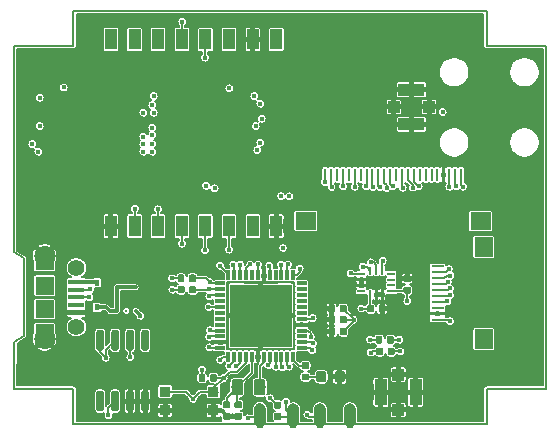
<source format=gtl>
G04 #@! TF.GenerationSoftware,KiCad,Pcbnew,(5.1.4)-1*
G04 #@! TF.CreationDate,2019-10-25T18:25:26-07:00*
G04 #@! TF.ProjectId,mainboard,6d61696e-626f-4617-9264-2e6b69636164,rev?*
G04 #@! TF.SameCoordinates,Original*
G04 #@! TF.FileFunction,Copper,L1,Top*
G04 #@! TF.FilePolarity,Positive*
%FSLAX46Y46*%
G04 Gerber Fmt 4.6, Leading zero omitted, Abs format (unit mm)*
G04 Created by KiCad (PCBNEW (5.1.4)-1) date 2019-10-25 18:25:26*
%MOMM*%
%LPD*%
G04 APERTURE LIST*
%ADD10C,0.150000*%
%ADD11R,0.850000X0.300000*%
%ADD12R,0.300000X0.850000*%
%ADD13R,5.250000X5.250000*%
%ADD14R,1.000000X1.800000*%
%ADD15R,0.250000X0.675000*%
%ADD16R,0.675000X0.250000*%
%ADD17C,0.100000*%
%ADD18C,0.600000*%
%ADD19C,0.590000*%
%ADD20C,1.000000*%
%ADD21C,0.750000*%
%ADD22R,1.000000X1.000000*%
%ADD23R,1.050000X2.200000*%
%ADD24R,2.200000X1.050000*%
%ADD25R,1.500000X1.700000*%
%ADD26R,1.100000X0.250000*%
%ADD27R,1.700000X1.500000*%
%ADD28R,0.250000X1.100000*%
%ADD29C,0.875000*%
%ADD30R,0.450000X0.600000*%
%ADD31C,0.975000*%
%ADD32R,1.350000X0.450000*%
%ADD33C,1.408000*%
%ADD34C,1.800000*%
%ADD35R,1.550000X1.500000*%
%ADD36C,0.299999*%
%ADD37R,0.900000X0.900000*%
%ADD38C,0.450000*%
%ADD39C,0.127000*%
%ADD40C,0.279400*%
%ADD41C,0.299720*%
G04 APERTURE END LIST*
D10*
X116700300Y-106041600D02*
X116700300Y-109041600D01*
X116700300Y-74041600D02*
X116700300Y-77041600D01*
X121710300Y-106041600D02*
X116700300Y-106041600D01*
X121710300Y-77041600D02*
X116700300Y-77041600D01*
X81725100Y-77041600D02*
X81725100Y-74041600D01*
X76715100Y-106041600D02*
X76721300Y-102057200D01*
X81725100Y-106041600D02*
X76715100Y-106041600D01*
X81725100Y-77041600D02*
X76715100Y-77041600D01*
X77532900Y-95021400D02*
X76708000Y-94513400D01*
X121710300Y-106041600D02*
X121710300Y-77041600D01*
X77546200Y-101549200D02*
X76721300Y-102057200D01*
X81725100Y-106041600D02*
X81725100Y-109041600D01*
X77532900Y-95021400D02*
X77546200Y-101549200D01*
X81725100Y-109041600D02*
X116700300Y-109041600D01*
X116700300Y-74041600D02*
X81725100Y-74041600D01*
X76715100Y-77041600D02*
X76708000Y-94513400D01*
D11*
X101036800Y-102622800D03*
X101036800Y-102122800D03*
X101036800Y-101622800D03*
X101036800Y-101122800D03*
X101036800Y-100622800D03*
X101036800Y-100122800D03*
X101036800Y-99622800D03*
X101036800Y-99122800D03*
X101036800Y-98622800D03*
X101036800Y-98122800D03*
X101036800Y-97622800D03*
X101036800Y-97122800D03*
D12*
X100336800Y-96422800D03*
X99836800Y-96422800D03*
X99336800Y-96422800D03*
X98836800Y-96422800D03*
X98336800Y-96422800D03*
X97836800Y-96422800D03*
X97336800Y-96422800D03*
X96836800Y-96422800D03*
X96336800Y-96422800D03*
X95836800Y-96422800D03*
X95336800Y-96422800D03*
X94836800Y-96422800D03*
D11*
X94136800Y-97122800D03*
X94136800Y-97622800D03*
X94136800Y-98122800D03*
X94136800Y-98622800D03*
X94136800Y-99122800D03*
X94136800Y-99622800D03*
X94136800Y-100122800D03*
X94136800Y-100622800D03*
X94136800Y-101122800D03*
X94136800Y-101622800D03*
X94136800Y-102122800D03*
X94136800Y-102622800D03*
D12*
X94836800Y-103322800D03*
X95336800Y-103322800D03*
X95836800Y-103322800D03*
X96336800Y-103322800D03*
X96836800Y-103322800D03*
X97336800Y-103322800D03*
X97836800Y-103322800D03*
X98336800Y-103322800D03*
X98836800Y-103322800D03*
X99336800Y-103322800D03*
X99836800Y-103322800D03*
X100336800Y-103322800D03*
D13*
X97586800Y-99872800D03*
D14*
X84900000Y-92279400D03*
X86900000Y-92279400D03*
X88900000Y-92279400D03*
X90900000Y-92279400D03*
X92900000Y-92279400D03*
X94900000Y-92279400D03*
X96900000Y-92279400D03*
X98900000Y-92279400D03*
X98900000Y-76479400D03*
X96900000Y-76479400D03*
X94900000Y-76479400D03*
X92900000Y-76479400D03*
X90900000Y-76479400D03*
X88900000Y-76479400D03*
X86900000Y-76479400D03*
X84900000Y-76479400D03*
D15*
X106865800Y-96041400D03*
X107365800Y-96041400D03*
X107865800Y-96041400D03*
D16*
X108627800Y-96303400D03*
X108627800Y-96803400D03*
X108627800Y-97303400D03*
X108627800Y-97803400D03*
D15*
X107865800Y-98065400D03*
X107365800Y-98065400D03*
X106865800Y-98065400D03*
D16*
X106103800Y-97803400D03*
X106103800Y-97303400D03*
X106103800Y-96803400D03*
X106103800Y-96303400D03*
D17*
G36*
X84137103Y-101071722D02*
G01*
X84151664Y-101073882D01*
X84165943Y-101077459D01*
X84179803Y-101082418D01*
X84193110Y-101088712D01*
X84205736Y-101096280D01*
X84217559Y-101105048D01*
X84228466Y-101114934D01*
X84238352Y-101125841D01*
X84247120Y-101137664D01*
X84254688Y-101150290D01*
X84260982Y-101163597D01*
X84265941Y-101177457D01*
X84269518Y-101191736D01*
X84271678Y-101206297D01*
X84272400Y-101221000D01*
X84272400Y-102671000D01*
X84271678Y-102685703D01*
X84269518Y-102700264D01*
X84265941Y-102714543D01*
X84260982Y-102728403D01*
X84254688Y-102741710D01*
X84247120Y-102754336D01*
X84238352Y-102766159D01*
X84228466Y-102777066D01*
X84217559Y-102786952D01*
X84205736Y-102795720D01*
X84193110Y-102803288D01*
X84179803Y-102809582D01*
X84165943Y-102814541D01*
X84151664Y-102818118D01*
X84137103Y-102820278D01*
X84122400Y-102821000D01*
X83822400Y-102821000D01*
X83807697Y-102820278D01*
X83793136Y-102818118D01*
X83778857Y-102814541D01*
X83764997Y-102809582D01*
X83751690Y-102803288D01*
X83739064Y-102795720D01*
X83727241Y-102786952D01*
X83716334Y-102777066D01*
X83706448Y-102766159D01*
X83697680Y-102754336D01*
X83690112Y-102741710D01*
X83683818Y-102728403D01*
X83678859Y-102714543D01*
X83675282Y-102700264D01*
X83673122Y-102685703D01*
X83672400Y-102671000D01*
X83672400Y-101221000D01*
X83673122Y-101206297D01*
X83675282Y-101191736D01*
X83678859Y-101177457D01*
X83683818Y-101163597D01*
X83690112Y-101150290D01*
X83697680Y-101137664D01*
X83706448Y-101125841D01*
X83716334Y-101114934D01*
X83727241Y-101105048D01*
X83739064Y-101096280D01*
X83751690Y-101088712D01*
X83764997Y-101082418D01*
X83778857Y-101077459D01*
X83793136Y-101073882D01*
X83807697Y-101071722D01*
X83822400Y-101071000D01*
X84122400Y-101071000D01*
X84137103Y-101071722D01*
X84137103Y-101071722D01*
G37*
D18*
X83972400Y-101946000D03*
D17*
G36*
X85407103Y-101071722D02*
G01*
X85421664Y-101073882D01*
X85435943Y-101077459D01*
X85449803Y-101082418D01*
X85463110Y-101088712D01*
X85475736Y-101096280D01*
X85487559Y-101105048D01*
X85498466Y-101114934D01*
X85508352Y-101125841D01*
X85517120Y-101137664D01*
X85524688Y-101150290D01*
X85530982Y-101163597D01*
X85535941Y-101177457D01*
X85539518Y-101191736D01*
X85541678Y-101206297D01*
X85542400Y-101221000D01*
X85542400Y-102671000D01*
X85541678Y-102685703D01*
X85539518Y-102700264D01*
X85535941Y-102714543D01*
X85530982Y-102728403D01*
X85524688Y-102741710D01*
X85517120Y-102754336D01*
X85508352Y-102766159D01*
X85498466Y-102777066D01*
X85487559Y-102786952D01*
X85475736Y-102795720D01*
X85463110Y-102803288D01*
X85449803Y-102809582D01*
X85435943Y-102814541D01*
X85421664Y-102818118D01*
X85407103Y-102820278D01*
X85392400Y-102821000D01*
X85092400Y-102821000D01*
X85077697Y-102820278D01*
X85063136Y-102818118D01*
X85048857Y-102814541D01*
X85034997Y-102809582D01*
X85021690Y-102803288D01*
X85009064Y-102795720D01*
X84997241Y-102786952D01*
X84986334Y-102777066D01*
X84976448Y-102766159D01*
X84967680Y-102754336D01*
X84960112Y-102741710D01*
X84953818Y-102728403D01*
X84948859Y-102714543D01*
X84945282Y-102700264D01*
X84943122Y-102685703D01*
X84942400Y-102671000D01*
X84942400Y-101221000D01*
X84943122Y-101206297D01*
X84945282Y-101191736D01*
X84948859Y-101177457D01*
X84953818Y-101163597D01*
X84960112Y-101150290D01*
X84967680Y-101137664D01*
X84976448Y-101125841D01*
X84986334Y-101114934D01*
X84997241Y-101105048D01*
X85009064Y-101096280D01*
X85021690Y-101088712D01*
X85034997Y-101082418D01*
X85048857Y-101077459D01*
X85063136Y-101073882D01*
X85077697Y-101071722D01*
X85092400Y-101071000D01*
X85392400Y-101071000D01*
X85407103Y-101071722D01*
X85407103Y-101071722D01*
G37*
D18*
X85242400Y-101946000D03*
D17*
G36*
X86677103Y-101071722D02*
G01*
X86691664Y-101073882D01*
X86705943Y-101077459D01*
X86719803Y-101082418D01*
X86733110Y-101088712D01*
X86745736Y-101096280D01*
X86757559Y-101105048D01*
X86768466Y-101114934D01*
X86778352Y-101125841D01*
X86787120Y-101137664D01*
X86794688Y-101150290D01*
X86800982Y-101163597D01*
X86805941Y-101177457D01*
X86809518Y-101191736D01*
X86811678Y-101206297D01*
X86812400Y-101221000D01*
X86812400Y-102671000D01*
X86811678Y-102685703D01*
X86809518Y-102700264D01*
X86805941Y-102714543D01*
X86800982Y-102728403D01*
X86794688Y-102741710D01*
X86787120Y-102754336D01*
X86778352Y-102766159D01*
X86768466Y-102777066D01*
X86757559Y-102786952D01*
X86745736Y-102795720D01*
X86733110Y-102803288D01*
X86719803Y-102809582D01*
X86705943Y-102814541D01*
X86691664Y-102818118D01*
X86677103Y-102820278D01*
X86662400Y-102821000D01*
X86362400Y-102821000D01*
X86347697Y-102820278D01*
X86333136Y-102818118D01*
X86318857Y-102814541D01*
X86304997Y-102809582D01*
X86291690Y-102803288D01*
X86279064Y-102795720D01*
X86267241Y-102786952D01*
X86256334Y-102777066D01*
X86246448Y-102766159D01*
X86237680Y-102754336D01*
X86230112Y-102741710D01*
X86223818Y-102728403D01*
X86218859Y-102714543D01*
X86215282Y-102700264D01*
X86213122Y-102685703D01*
X86212400Y-102671000D01*
X86212400Y-101221000D01*
X86213122Y-101206297D01*
X86215282Y-101191736D01*
X86218859Y-101177457D01*
X86223818Y-101163597D01*
X86230112Y-101150290D01*
X86237680Y-101137664D01*
X86246448Y-101125841D01*
X86256334Y-101114934D01*
X86267241Y-101105048D01*
X86279064Y-101096280D01*
X86291690Y-101088712D01*
X86304997Y-101082418D01*
X86318857Y-101077459D01*
X86333136Y-101073882D01*
X86347697Y-101071722D01*
X86362400Y-101071000D01*
X86662400Y-101071000D01*
X86677103Y-101071722D01*
X86677103Y-101071722D01*
G37*
D18*
X86512400Y-101946000D03*
D17*
G36*
X87947103Y-101071722D02*
G01*
X87961664Y-101073882D01*
X87975943Y-101077459D01*
X87989803Y-101082418D01*
X88003110Y-101088712D01*
X88015736Y-101096280D01*
X88027559Y-101105048D01*
X88038466Y-101114934D01*
X88048352Y-101125841D01*
X88057120Y-101137664D01*
X88064688Y-101150290D01*
X88070982Y-101163597D01*
X88075941Y-101177457D01*
X88079518Y-101191736D01*
X88081678Y-101206297D01*
X88082400Y-101221000D01*
X88082400Y-102671000D01*
X88081678Y-102685703D01*
X88079518Y-102700264D01*
X88075941Y-102714543D01*
X88070982Y-102728403D01*
X88064688Y-102741710D01*
X88057120Y-102754336D01*
X88048352Y-102766159D01*
X88038466Y-102777066D01*
X88027559Y-102786952D01*
X88015736Y-102795720D01*
X88003110Y-102803288D01*
X87989803Y-102809582D01*
X87975943Y-102814541D01*
X87961664Y-102818118D01*
X87947103Y-102820278D01*
X87932400Y-102821000D01*
X87632400Y-102821000D01*
X87617697Y-102820278D01*
X87603136Y-102818118D01*
X87588857Y-102814541D01*
X87574997Y-102809582D01*
X87561690Y-102803288D01*
X87549064Y-102795720D01*
X87537241Y-102786952D01*
X87526334Y-102777066D01*
X87516448Y-102766159D01*
X87507680Y-102754336D01*
X87500112Y-102741710D01*
X87493818Y-102728403D01*
X87488859Y-102714543D01*
X87485282Y-102700264D01*
X87483122Y-102685703D01*
X87482400Y-102671000D01*
X87482400Y-101221000D01*
X87483122Y-101206297D01*
X87485282Y-101191736D01*
X87488859Y-101177457D01*
X87493818Y-101163597D01*
X87500112Y-101150290D01*
X87507680Y-101137664D01*
X87516448Y-101125841D01*
X87526334Y-101114934D01*
X87537241Y-101105048D01*
X87549064Y-101096280D01*
X87561690Y-101088712D01*
X87574997Y-101082418D01*
X87588857Y-101077459D01*
X87603136Y-101073882D01*
X87617697Y-101071722D01*
X87632400Y-101071000D01*
X87932400Y-101071000D01*
X87947103Y-101071722D01*
X87947103Y-101071722D01*
G37*
D18*
X87782400Y-101946000D03*
D17*
G36*
X87947103Y-106221722D02*
G01*
X87961664Y-106223882D01*
X87975943Y-106227459D01*
X87989803Y-106232418D01*
X88003110Y-106238712D01*
X88015736Y-106246280D01*
X88027559Y-106255048D01*
X88038466Y-106264934D01*
X88048352Y-106275841D01*
X88057120Y-106287664D01*
X88064688Y-106300290D01*
X88070982Y-106313597D01*
X88075941Y-106327457D01*
X88079518Y-106341736D01*
X88081678Y-106356297D01*
X88082400Y-106371000D01*
X88082400Y-107821000D01*
X88081678Y-107835703D01*
X88079518Y-107850264D01*
X88075941Y-107864543D01*
X88070982Y-107878403D01*
X88064688Y-107891710D01*
X88057120Y-107904336D01*
X88048352Y-107916159D01*
X88038466Y-107927066D01*
X88027559Y-107936952D01*
X88015736Y-107945720D01*
X88003110Y-107953288D01*
X87989803Y-107959582D01*
X87975943Y-107964541D01*
X87961664Y-107968118D01*
X87947103Y-107970278D01*
X87932400Y-107971000D01*
X87632400Y-107971000D01*
X87617697Y-107970278D01*
X87603136Y-107968118D01*
X87588857Y-107964541D01*
X87574997Y-107959582D01*
X87561690Y-107953288D01*
X87549064Y-107945720D01*
X87537241Y-107936952D01*
X87526334Y-107927066D01*
X87516448Y-107916159D01*
X87507680Y-107904336D01*
X87500112Y-107891710D01*
X87493818Y-107878403D01*
X87488859Y-107864543D01*
X87485282Y-107850264D01*
X87483122Y-107835703D01*
X87482400Y-107821000D01*
X87482400Y-106371000D01*
X87483122Y-106356297D01*
X87485282Y-106341736D01*
X87488859Y-106327457D01*
X87493818Y-106313597D01*
X87500112Y-106300290D01*
X87507680Y-106287664D01*
X87516448Y-106275841D01*
X87526334Y-106264934D01*
X87537241Y-106255048D01*
X87549064Y-106246280D01*
X87561690Y-106238712D01*
X87574997Y-106232418D01*
X87588857Y-106227459D01*
X87603136Y-106223882D01*
X87617697Y-106221722D01*
X87632400Y-106221000D01*
X87932400Y-106221000D01*
X87947103Y-106221722D01*
X87947103Y-106221722D01*
G37*
D18*
X87782400Y-107096000D03*
D17*
G36*
X86677103Y-106221722D02*
G01*
X86691664Y-106223882D01*
X86705943Y-106227459D01*
X86719803Y-106232418D01*
X86733110Y-106238712D01*
X86745736Y-106246280D01*
X86757559Y-106255048D01*
X86768466Y-106264934D01*
X86778352Y-106275841D01*
X86787120Y-106287664D01*
X86794688Y-106300290D01*
X86800982Y-106313597D01*
X86805941Y-106327457D01*
X86809518Y-106341736D01*
X86811678Y-106356297D01*
X86812400Y-106371000D01*
X86812400Y-107821000D01*
X86811678Y-107835703D01*
X86809518Y-107850264D01*
X86805941Y-107864543D01*
X86800982Y-107878403D01*
X86794688Y-107891710D01*
X86787120Y-107904336D01*
X86778352Y-107916159D01*
X86768466Y-107927066D01*
X86757559Y-107936952D01*
X86745736Y-107945720D01*
X86733110Y-107953288D01*
X86719803Y-107959582D01*
X86705943Y-107964541D01*
X86691664Y-107968118D01*
X86677103Y-107970278D01*
X86662400Y-107971000D01*
X86362400Y-107971000D01*
X86347697Y-107970278D01*
X86333136Y-107968118D01*
X86318857Y-107964541D01*
X86304997Y-107959582D01*
X86291690Y-107953288D01*
X86279064Y-107945720D01*
X86267241Y-107936952D01*
X86256334Y-107927066D01*
X86246448Y-107916159D01*
X86237680Y-107904336D01*
X86230112Y-107891710D01*
X86223818Y-107878403D01*
X86218859Y-107864543D01*
X86215282Y-107850264D01*
X86213122Y-107835703D01*
X86212400Y-107821000D01*
X86212400Y-106371000D01*
X86213122Y-106356297D01*
X86215282Y-106341736D01*
X86218859Y-106327457D01*
X86223818Y-106313597D01*
X86230112Y-106300290D01*
X86237680Y-106287664D01*
X86246448Y-106275841D01*
X86256334Y-106264934D01*
X86267241Y-106255048D01*
X86279064Y-106246280D01*
X86291690Y-106238712D01*
X86304997Y-106232418D01*
X86318857Y-106227459D01*
X86333136Y-106223882D01*
X86347697Y-106221722D01*
X86362400Y-106221000D01*
X86662400Y-106221000D01*
X86677103Y-106221722D01*
X86677103Y-106221722D01*
G37*
D18*
X86512400Y-107096000D03*
D17*
G36*
X85407103Y-106221722D02*
G01*
X85421664Y-106223882D01*
X85435943Y-106227459D01*
X85449803Y-106232418D01*
X85463110Y-106238712D01*
X85475736Y-106246280D01*
X85487559Y-106255048D01*
X85498466Y-106264934D01*
X85508352Y-106275841D01*
X85517120Y-106287664D01*
X85524688Y-106300290D01*
X85530982Y-106313597D01*
X85535941Y-106327457D01*
X85539518Y-106341736D01*
X85541678Y-106356297D01*
X85542400Y-106371000D01*
X85542400Y-107821000D01*
X85541678Y-107835703D01*
X85539518Y-107850264D01*
X85535941Y-107864543D01*
X85530982Y-107878403D01*
X85524688Y-107891710D01*
X85517120Y-107904336D01*
X85508352Y-107916159D01*
X85498466Y-107927066D01*
X85487559Y-107936952D01*
X85475736Y-107945720D01*
X85463110Y-107953288D01*
X85449803Y-107959582D01*
X85435943Y-107964541D01*
X85421664Y-107968118D01*
X85407103Y-107970278D01*
X85392400Y-107971000D01*
X85092400Y-107971000D01*
X85077697Y-107970278D01*
X85063136Y-107968118D01*
X85048857Y-107964541D01*
X85034997Y-107959582D01*
X85021690Y-107953288D01*
X85009064Y-107945720D01*
X84997241Y-107936952D01*
X84986334Y-107927066D01*
X84976448Y-107916159D01*
X84967680Y-107904336D01*
X84960112Y-107891710D01*
X84953818Y-107878403D01*
X84948859Y-107864543D01*
X84945282Y-107850264D01*
X84943122Y-107835703D01*
X84942400Y-107821000D01*
X84942400Y-106371000D01*
X84943122Y-106356297D01*
X84945282Y-106341736D01*
X84948859Y-106327457D01*
X84953818Y-106313597D01*
X84960112Y-106300290D01*
X84967680Y-106287664D01*
X84976448Y-106275841D01*
X84986334Y-106264934D01*
X84997241Y-106255048D01*
X85009064Y-106246280D01*
X85021690Y-106238712D01*
X85034997Y-106232418D01*
X85048857Y-106227459D01*
X85063136Y-106223882D01*
X85077697Y-106221722D01*
X85092400Y-106221000D01*
X85392400Y-106221000D01*
X85407103Y-106221722D01*
X85407103Y-106221722D01*
G37*
D18*
X85242400Y-107096000D03*
D17*
G36*
X84137103Y-106221722D02*
G01*
X84151664Y-106223882D01*
X84165943Y-106227459D01*
X84179803Y-106232418D01*
X84193110Y-106238712D01*
X84205736Y-106246280D01*
X84217559Y-106255048D01*
X84228466Y-106264934D01*
X84238352Y-106275841D01*
X84247120Y-106287664D01*
X84254688Y-106300290D01*
X84260982Y-106313597D01*
X84265941Y-106327457D01*
X84269518Y-106341736D01*
X84271678Y-106356297D01*
X84272400Y-106371000D01*
X84272400Y-107821000D01*
X84271678Y-107835703D01*
X84269518Y-107850264D01*
X84265941Y-107864543D01*
X84260982Y-107878403D01*
X84254688Y-107891710D01*
X84247120Y-107904336D01*
X84238352Y-107916159D01*
X84228466Y-107927066D01*
X84217559Y-107936952D01*
X84205736Y-107945720D01*
X84193110Y-107953288D01*
X84179803Y-107959582D01*
X84165943Y-107964541D01*
X84151664Y-107968118D01*
X84137103Y-107970278D01*
X84122400Y-107971000D01*
X83822400Y-107971000D01*
X83807697Y-107970278D01*
X83793136Y-107968118D01*
X83778857Y-107964541D01*
X83764997Y-107959582D01*
X83751690Y-107953288D01*
X83739064Y-107945720D01*
X83727241Y-107936952D01*
X83716334Y-107927066D01*
X83706448Y-107916159D01*
X83697680Y-107904336D01*
X83690112Y-107891710D01*
X83683818Y-107878403D01*
X83678859Y-107864543D01*
X83675282Y-107850264D01*
X83673122Y-107835703D01*
X83672400Y-107821000D01*
X83672400Y-106371000D01*
X83673122Y-106356297D01*
X83675282Y-106341736D01*
X83678859Y-106327457D01*
X83683818Y-106313597D01*
X83690112Y-106300290D01*
X83697680Y-106287664D01*
X83706448Y-106275841D01*
X83716334Y-106264934D01*
X83727241Y-106255048D01*
X83739064Y-106246280D01*
X83751690Y-106238712D01*
X83764997Y-106232418D01*
X83778857Y-106227459D01*
X83793136Y-106223882D01*
X83807697Y-106221722D01*
X83822400Y-106221000D01*
X84122400Y-106221000D01*
X84137103Y-106221722D01*
X84137103Y-106221722D01*
G37*
D18*
X83972400Y-107096000D03*
D17*
G36*
X92767958Y-104811310D02*
G01*
X92782276Y-104813434D01*
X92796317Y-104816951D01*
X92809946Y-104821828D01*
X92823031Y-104828017D01*
X92835447Y-104835458D01*
X92847073Y-104844081D01*
X92857798Y-104853802D01*
X92867519Y-104864527D01*
X92876142Y-104876153D01*
X92883583Y-104888569D01*
X92889772Y-104901654D01*
X92894649Y-104915283D01*
X92898166Y-104929324D01*
X92900290Y-104943642D01*
X92901000Y-104958100D01*
X92901000Y-105303100D01*
X92900290Y-105317558D01*
X92898166Y-105331876D01*
X92894649Y-105345917D01*
X92889772Y-105359546D01*
X92883583Y-105372631D01*
X92876142Y-105385047D01*
X92867519Y-105396673D01*
X92857798Y-105407398D01*
X92847073Y-105417119D01*
X92835447Y-105425742D01*
X92823031Y-105433183D01*
X92809946Y-105439372D01*
X92796317Y-105444249D01*
X92782276Y-105447766D01*
X92767958Y-105449890D01*
X92753500Y-105450600D01*
X92458500Y-105450600D01*
X92444042Y-105449890D01*
X92429724Y-105447766D01*
X92415683Y-105444249D01*
X92402054Y-105439372D01*
X92388969Y-105433183D01*
X92376553Y-105425742D01*
X92364927Y-105417119D01*
X92354202Y-105407398D01*
X92344481Y-105396673D01*
X92335858Y-105385047D01*
X92328417Y-105372631D01*
X92322228Y-105359546D01*
X92317351Y-105345917D01*
X92313834Y-105331876D01*
X92311710Y-105317558D01*
X92311000Y-105303100D01*
X92311000Y-104958100D01*
X92311710Y-104943642D01*
X92313834Y-104929324D01*
X92317351Y-104915283D01*
X92322228Y-104901654D01*
X92328417Y-104888569D01*
X92335858Y-104876153D01*
X92344481Y-104864527D01*
X92354202Y-104853802D01*
X92364927Y-104844081D01*
X92376553Y-104835458D01*
X92388969Y-104828017D01*
X92402054Y-104821828D01*
X92415683Y-104816951D01*
X92429724Y-104813434D01*
X92444042Y-104811310D01*
X92458500Y-104810600D01*
X92753500Y-104810600D01*
X92767958Y-104811310D01*
X92767958Y-104811310D01*
G37*
D19*
X92606000Y-105130600D03*
D17*
G36*
X93737958Y-104811310D02*
G01*
X93752276Y-104813434D01*
X93766317Y-104816951D01*
X93779946Y-104821828D01*
X93793031Y-104828017D01*
X93805447Y-104835458D01*
X93817073Y-104844081D01*
X93827798Y-104853802D01*
X93837519Y-104864527D01*
X93846142Y-104876153D01*
X93853583Y-104888569D01*
X93859772Y-104901654D01*
X93864649Y-104915283D01*
X93868166Y-104929324D01*
X93870290Y-104943642D01*
X93871000Y-104958100D01*
X93871000Y-105303100D01*
X93870290Y-105317558D01*
X93868166Y-105331876D01*
X93864649Y-105345917D01*
X93859772Y-105359546D01*
X93853583Y-105372631D01*
X93846142Y-105385047D01*
X93837519Y-105396673D01*
X93827798Y-105407398D01*
X93817073Y-105417119D01*
X93805447Y-105425742D01*
X93793031Y-105433183D01*
X93779946Y-105439372D01*
X93766317Y-105444249D01*
X93752276Y-105447766D01*
X93737958Y-105449890D01*
X93723500Y-105450600D01*
X93428500Y-105450600D01*
X93414042Y-105449890D01*
X93399724Y-105447766D01*
X93385683Y-105444249D01*
X93372054Y-105439372D01*
X93358969Y-105433183D01*
X93346553Y-105425742D01*
X93334927Y-105417119D01*
X93324202Y-105407398D01*
X93314481Y-105396673D01*
X93305858Y-105385047D01*
X93298417Y-105372631D01*
X93292228Y-105359546D01*
X93287351Y-105345917D01*
X93283834Y-105331876D01*
X93281710Y-105317558D01*
X93281000Y-105303100D01*
X93281000Y-104958100D01*
X93281710Y-104943642D01*
X93283834Y-104929324D01*
X93287351Y-104915283D01*
X93292228Y-104901654D01*
X93298417Y-104888569D01*
X93305858Y-104876153D01*
X93314481Y-104864527D01*
X93324202Y-104853802D01*
X93334927Y-104844081D01*
X93346553Y-104835458D01*
X93358969Y-104828017D01*
X93372054Y-104821828D01*
X93385683Y-104816951D01*
X93399724Y-104813434D01*
X93414042Y-104811310D01*
X93428500Y-104810600D01*
X93723500Y-104810600D01*
X93737958Y-104811310D01*
X93737958Y-104811310D01*
G37*
D19*
X93576000Y-105130600D03*
D17*
G36*
X103766158Y-100899710D02*
G01*
X103780476Y-100901834D01*
X103794517Y-100905351D01*
X103808146Y-100910228D01*
X103821231Y-100916417D01*
X103833647Y-100923858D01*
X103845273Y-100932481D01*
X103855998Y-100942202D01*
X103865719Y-100952927D01*
X103874342Y-100964553D01*
X103881783Y-100976969D01*
X103887972Y-100990054D01*
X103892849Y-101003683D01*
X103896366Y-101017724D01*
X103898490Y-101032042D01*
X103899200Y-101046500D01*
X103899200Y-101391500D01*
X103898490Y-101405958D01*
X103896366Y-101420276D01*
X103892849Y-101434317D01*
X103887972Y-101447946D01*
X103881783Y-101461031D01*
X103874342Y-101473447D01*
X103865719Y-101485073D01*
X103855998Y-101495798D01*
X103845273Y-101505519D01*
X103833647Y-101514142D01*
X103821231Y-101521583D01*
X103808146Y-101527772D01*
X103794517Y-101532649D01*
X103780476Y-101536166D01*
X103766158Y-101538290D01*
X103751700Y-101539000D01*
X103456700Y-101539000D01*
X103442242Y-101538290D01*
X103427924Y-101536166D01*
X103413883Y-101532649D01*
X103400254Y-101527772D01*
X103387169Y-101521583D01*
X103374753Y-101514142D01*
X103363127Y-101505519D01*
X103352402Y-101495798D01*
X103342681Y-101485073D01*
X103334058Y-101473447D01*
X103326617Y-101461031D01*
X103320428Y-101447946D01*
X103315551Y-101434317D01*
X103312034Y-101420276D01*
X103309910Y-101405958D01*
X103309200Y-101391500D01*
X103309200Y-101046500D01*
X103309910Y-101032042D01*
X103312034Y-101017724D01*
X103315551Y-101003683D01*
X103320428Y-100990054D01*
X103326617Y-100976969D01*
X103334058Y-100964553D01*
X103342681Y-100952927D01*
X103352402Y-100942202D01*
X103363127Y-100932481D01*
X103374753Y-100923858D01*
X103387169Y-100916417D01*
X103400254Y-100910228D01*
X103413883Y-100905351D01*
X103427924Y-100901834D01*
X103442242Y-100899710D01*
X103456700Y-100899000D01*
X103751700Y-100899000D01*
X103766158Y-100899710D01*
X103766158Y-100899710D01*
G37*
D19*
X103604200Y-101219000D03*
D17*
G36*
X104736158Y-100899710D02*
G01*
X104750476Y-100901834D01*
X104764517Y-100905351D01*
X104778146Y-100910228D01*
X104791231Y-100916417D01*
X104803647Y-100923858D01*
X104815273Y-100932481D01*
X104825998Y-100942202D01*
X104835719Y-100952927D01*
X104844342Y-100964553D01*
X104851783Y-100976969D01*
X104857972Y-100990054D01*
X104862849Y-101003683D01*
X104866366Y-101017724D01*
X104868490Y-101032042D01*
X104869200Y-101046500D01*
X104869200Y-101391500D01*
X104868490Y-101405958D01*
X104866366Y-101420276D01*
X104862849Y-101434317D01*
X104857972Y-101447946D01*
X104851783Y-101461031D01*
X104844342Y-101473447D01*
X104835719Y-101485073D01*
X104825998Y-101495798D01*
X104815273Y-101505519D01*
X104803647Y-101514142D01*
X104791231Y-101521583D01*
X104778146Y-101527772D01*
X104764517Y-101532649D01*
X104750476Y-101536166D01*
X104736158Y-101538290D01*
X104721700Y-101539000D01*
X104426700Y-101539000D01*
X104412242Y-101538290D01*
X104397924Y-101536166D01*
X104383883Y-101532649D01*
X104370254Y-101527772D01*
X104357169Y-101521583D01*
X104344753Y-101514142D01*
X104333127Y-101505519D01*
X104322402Y-101495798D01*
X104312681Y-101485073D01*
X104304058Y-101473447D01*
X104296617Y-101461031D01*
X104290428Y-101447946D01*
X104285551Y-101434317D01*
X104282034Y-101420276D01*
X104279910Y-101405958D01*
X104279200Y-101391500D01*
X104279200Y-101046500D01*
X104279910Y-101032042D01*
X104282034Y-101017724D01*
X104285551Y-101003683D01*
X104290428Y-100990054D01*
X104296617Y-100976969D01*
X104304058Y-100964553D01*
X104312681Y-100952927D01*
X104322402Y-100942202D01*
X104333127Y-100932481D01*
X104344753Y-100923858D01*
X104357169Y-100916417D01*
X104370254Y-100910228D01*
X104383883Y-100905351D01*
X104397924Y-100901834D01*
X104412242Y-100899710D01*
X104426700Y-100899000D01*
X104721700Y-100899000D01*
X104736158Y-100899710D01*
X104736158Y-100899710D01*
G37*
D19*
X104574200Y-101219000D03*
D17*
G36*
X107753958Y-101585510D02*
G01*
X107768276Y-101587634D01*
X107782317Y-101591151D01*
X107795946Y-101596028D01*
X107809031Y-101602217D01*
X107821447Y-101609658D01*
X107833073Y-101618281D01*
X107843798Y-101628002D01*
X107853519Y-101638727D01*
X107862142Y-101650353D01*
X107869583Y-101662769D01*
X107875772Y-101675854D01*
X107880649Y-101689483D01*
X107884166Y-101703524D01*
X107886290Y-101717842D01*
X107887000Y-101732300D01*
X107887000Y-102077300D01*
X107886290Y-102091758D01*
X107884166Y-102106076D01*
X107880649Y-102120117D01*
X107875772Y-102133746D01*
X107869583Y-102146831D01*
X107862142Y-102159247D01*
X107853519Y-102170873D01*
X107843798Y-102181598D01*
X107833073Y-102191319D01*
X107821447Y-102199942D01*
X107809031Y-102207383D01*
X107795946Y-102213572D01*
X107782317Y-102218449D01*
X107768276Y-102221966D01*
X107753958Y-102224090D01*
X107739500Y-102224800D01*
X107444500Y-102224800D01*
X107430042Y-102224090D01*
X107415724Y-102221966D01*
X107401683Y-102218449D01*
X107388054Y-102213572D01*
X107374969Y-102207383D01*
X107362553Y-102199942D01*
X107350927Y-102191319D01*
X107340202Y-102181598D01*
X107330481Y-102170873D01*
X107321858Y-102159247D01*
X107314417Y-102146831D01*
X107308228Y-102133746D01*
X107303351Y-102120117D01*
X107299834Y-102106076D01*
X107297710Y-102091758D01*
X107297000Y-102077300D01*
X107297000Y-101732300D01*
X107297710Y-101717842D01*
X107299834Y-101703524D01*
X107303351Y-101689483D01*
X107308228Y-101675854D01*
X107314417Y-101662769D01*
X107321858Y-101650353D01*
X107330481Y-101638727D01*
X107340202Y-101628002D01*
X107350927Y-101618281D01*
X107362553Y-101609658D01*
X107374969Y-101602217D01*
X107388054Y-101596028D01*
X107401683Y-101591151D01*
X107415724Y-101587634D01*
X107430042Y-101585510D01*
X107444500Y-101584800D01*
X107739500Y-101584800D01*
X107753958Y-101585510D01*
X107753958Y-101585510D01*
G37*
D19*
X107592000Y-101904800D03*
D17*
G36*
X108723958Y-101585510D02*
G01*
X108738276Y-101587634D01*
X108752317Y-101591151D01*
X108765946Y-101596028D01*
X108779031Y-101602217D01*
X108791447Y-101609658D01*
X108803073Y-101618281D01*
X108813798Y-101628002D01*
X108823519Y-101638727D01*
X108832142Y-101650353D01*
X108839583Y-101662769D01*
X108845772Y-101675854D01*
X108850649Y-101689483D01*
X108854166Y-101703524D01*
X108856290Y-101717842D01*
X108857000Y-101732300D01*
X108857000Y-102077300D01*
X108856290Y-102091758D01*
X108854166Y-102106076D01*
X108850649Y-102120117D01*
X108845772Y-102133746D01*
X108839583Y-102146831D01*
X108832142Y-102159247D01*
X108823519Y-102170873D01*
X108813798Y-102181598D01*
X108803073Y-102191319D01*
X108791447Y-102199942D01*
X108779031Y-102207383D01*
X108765946Y-102213572D01*
X108752317Y-102218449D01*
X108738276Y-102221966D01*
X108723958Y-102224090D01*
X108709500Y-102224800D01*
X108414500Y-102224800D01*
X108400042Y-102224090D01*
X108385724Y-102221966D01*
X108371683Y-102218449D01*
X108358054Y-102213572D01*
X108344969Y-102207383D01*
X108332553Y-102199942D01*
X108320927Y-102191319D01*
X108310202Y-102181598D01*
X108300481Y-102170873D01*
X108291858Y-102159247D01*
X108284417Y-102146831D01*
X108278228Y-102133746D01*
X108273351Y-102120117D01*
X108269834Y-102106076D01*
X108267710Y-102091758D01*
X108267000Y-102077300D01*
X108267000Y-101732300D01*
X108267710Y-101717842D01*
X108269834Y-101703524D01*
X108273351Y-101689483D01*
X108278228Y-101675854D01*
X108284417Y-101662769D01*
X108291858Y-101650353D01*
X108300481Y-101638727D01*
X108310202Y-101628002D01*
X108320927Y-101618281D01*
X108332553Y-101609658D01*
X108344969Y-101602217D01*
X108358054Y-101596028D01*
X108371683Y-101591151D01*
X108385724Y-101587634D01*
X108400042Y-101585510D01*
X108414500Y-101584800D01*
X108709500Y-101584800D01*
X108723958Y-101585510D01*
X108723958Y-101585510D01*
G37*
D19*
X108562000Y-101904800D03*
D20*
X97510600Y-108407200D03*
D17*
G36*
X97010600Y-109032200D02*
G01*
X97010600Y-107782200D01*
X97011202Y-107782200D01*
X97011202Y-107757666D01*
X97016012Y-107708835D01*
X97025584Y-107660710D01*
X97039828Y-107613755D01*
X97058605Y-107568422D01*
X97081736Y-107525149D01*
X97108996Y-107484350D01*
X97140124Y-107446421D01*
X97174821Y-107411724D01*
X97212750Y-107380596D01*
X97253549Y-107353336D01*
X97296822Y-107330205D01*
X97342155Y-107311428D01*
X97389110Y-107297184D01*
X97437235Y-107287612D01*
X97486066Y-107282802D01*
X97535134Y-107282802D01*
X97583965Y-107287612D01*
X97632090Y-107297184D01*
X97679045Y-107311428D01*
X97724378Y-107330205D01*
X97767651Y-107353336D01*
X97808450Y-107380596D01*
X97846379Y-107411724D01*
X97881076Y-107446421D01*
X97912204Y-107484350D01*
X97939464Y-107525149D01*
X97962595Y-107568422D01*
X97981372Y-107613755D01*
X97995616Y-107660710D01*
X98005188Y-107708835D01*
X98009998Y-107757666D01*
X98009998Y-107782200D01*
X98010600Y-107782200D01*
X98010600Y-109032200D01*
X97010600Y-109032200D01*
X97010600Y-109032200D01*
G37*
D21*
X97510600Y-109032200D03*
D17*
G36*
X110168958Y-96439210D02*
G01*
X110183276Y-96441334D01*
X110197317Y-96444851D01*
X110210946Y-96449728D01*
X110224031Y-96455917D01*
X110236447Y-96463358D01*
X110248073Y-96471981D01*
X110258798Y-96481702D01*
X110268519Y-96492427D01*
X110277142Y-96504053D01*
X110284583Y-96516469D01*
X110290772Y-96529554D01*
X110295649Y-96543183D01*
X110299166Y-96557224D01*
X110301290Y-96571542D01*
X110302000Y-96586000D01*
X110302000Y-96881000D01*
X110301290Y-96895458D01*
X110299166Y-96909776D01*
X110295649Y-96923817D01*
X110290772Y-96937446D01*
X110284583Y-96950531D01*
X110277142Y-96962947D01*
X110268519Y-96974573D01*
X110258798Y-96985298D01*
X110248073Y-96995019D01*
X110236447Y-97003642D01*
X110224031Y-97011083D01*
X110210946Y-97017272D01*
X110197317Y-97022149D01*
X110183276Y-97025666D01*
X110168958Y-97027790D01*
X110154500Y-97028500D01*
X109809500Y-97028500D01*
X109795042Y-97027790D01*
X109780724Y-97025666D01*
X109766683Y-97022149D01*
X109753054Y-97017272D01*
X109739969Y-97011083D01*
X109727553Y-97003642D01*
X109715927Y-96995019D01*
X109705202Y-96985298D01*
X109695481Y-96974573D01*
X109686858Y-96962947D01*
X109679417Y-96950531D01*
X109673228Y-96937446D01*
X109668351Y-96923817D01*
X109664834Y-96909776D01*
X109662710Y-96895458D01*
X109662000Y-96881000D01*
X109662000Y-96586000D01*
X109662710Y-96571542D01*
X109664834Y-96557224D01*
X109668351Y-96543183D01*
X109673228Y-96529554D01*
X109679417Y-96516469D01*
X109686858Y-96504053D01*
X109695481Y-96492427D01*
X109705202Y-96481702D01*
X109715927Y-96471981D01*
X109727553Y-96463358D01*
X109739969Y-96455917D01*
X109753054Y-96449728D01*
X109766683Y-96444851D01*
X109780724Y-96441334D01*
X109795042Y-96439210D01*
X109809500Y-96438500D01*
X110154500Y-96438500D01*
X110168958Y-96439210D01*
X110168958Y-96439210D01*
G37*
D19*
X109982000Y-96733500D03*
D17*
G36*
X110168958Y-97409210D02*
G01*
X110183276Y-97411334D01*
X110197317Y-97414851D01*
X110210946Y-97419728D01*
X110224031Y-97425917D01*
X110236447Y-97433358D01*
X110248073Y-97441981D01*
X110258798Y-97451702D01*
X110268519Y-97462427D01*
X110277142Y-97474053D01*
X110284583Y-97486469D01*
X110290772Y-97499554D01*
X110295649Y-97513183D01*
X110299166Y-97527224D01*
X110301290Y-97541542D01*
X110302000Y-97556000D01*
X110302000Y-97851000D01*
X110301290Y-97865458D01*
X110299166Y-97879776D01*
X110295649Y-97893817D01*
X110290772Y-97907446D01*
X110284583Y-97920531D01*
X110277142Y-97932947D01*
X110268519Y-97944573D01*
X110258798Y-97955298D01*
X110248073Y-97965019D01*
X110236447Y-97973642D01*
X110224031Y-97981083D01*
X110210946Y-97987272D01*
X110197317Y-97992149D01*
X110183276Y-97995666D01*
X110168958Y-97997790D01*
X110154500Y-97998500D01*
X109809500Y-97998500D01*
X109795042Y-97997790D01*
X109780724Y-97995666D01*
X109766683Y-97992149D01*
X109753054Y-97987272D01*
X109739969Y-97981083D01*
X109727553Y-97973642D01*
X109715927Y-97965019D01*
X109705202Y-97955298D01*
X109695481Y-97944573D01*
X109686858Y-97932947D01*
X109679417Y-97920531D01*
X109673228Y-97907446D01*
X109668351Y-97893817D01*
X109664834Y-97879776D01*
X109662710Y-97865458D01*
X109662000Y-97851000D01*
X109662000Y-97556000D01*
X109662710Y-97541542D01*
X109664834Y-97527224D01*
X109668351Y-97513183D01*
X109673228Y-97499554D01*
X109679417Y-97486469D01*
X109686858Y-97474053D01*
X109695481Y-97462427D01*
X109705202Y-97451702D01*
X109715927Y-97441981D01*
X109727553Y-97433358D01*
X109739969Y-97425917D01*
X109753054Y-97419728D01*
X109766683Y-97414851D01*
X109780724Y-97411334D01*
X109795042Y-97409210D01*
X109809500Y-97408500D01*
X110154500Y-97408500D01*
X110168958Y-97409210D01*
X110168958Y-97409210D01*
G37*
D19*
X109982000Y-97703500D03*
D17*
G36*
X108012758Y-98943910D02*
G01*
X108027076Y-98946034D01*
X108041117Y-98949551D01*
X108054746Y-98954428D01*
X108067831Y-98960617D01*
X108080247Y-98968058D01*
X108091873Y-98976681D01*
X108102598Y-98986402D01*
X108112319Y-98997127D01*
X108120942Y-99008753D01*
X108128383Y-99021169D01*
X108134572Y-99034254D01*
X108139449Y-99047883D01*
X108142966Y-99061924D01*
X108145090Y-99076242D01*
X108145800Y-99090700D01*
X108145800Y-99435700D01*
X108145090Y-99450158D01*
X108142966Y-99464476D01*
X108139449Y-99478517D01*
X108134572Y-99492146D01*
X108128383Y-99505231D01*
X108120942Y-99517647D01*
X108112319Y-99529273D01*
X108102598Y-99539998D01*
X108091873Y-99549719D01*
X108080247Y-99558342D01*
X108067831Y-99565783D01*
X108054746Y-99571972D01*
X108041117Y-99576849D01*
X108027076Y-99580366D01*
X108012758Y-99582490D01*
X107998300Y-99583200D01*
X107703300Y-99583200D01*
X107688842Y-99582490D01*
X107674524Y-99580366D01*
X107660483Y-99576849D01*
X107646854Y-99571972D01*
X107633769Y-99565783D01*
X107621353Y-99558342D01*
X107609727Y-99549719D01*
X107599002Y-99539998D01*
X107589281Y-99529273D01*
X107580658Y-99517647D01*
X107573217Y-99505231D01*
X107567028Y-99492146D01*
X107562151Y-99478517D01*
X107558634Y-99464476D01*
X107556510Y-99450158D01*
X107555800Y-99435700D01*
X107555800Y-99090700D01*
X107556510Y-99076242D01*
X107558634Y-99061924D01*
X107562151Y-99047883D01*
X107567028Y-99034254D01*
X107573217Y-99021169D01*
X107580658Y-99008753D01*
X107589281Y-98997127D01*
X107599002Y-98986402D01*
X107609727Y-98976681D01*
X107621353Y-98968058D01*
X107633769Y-98960617D01*
X107646854Y-98954428D01*
X107660483Y-98949551D01*
X107674524Y-98946034D01*
X107688842Y-98943910D01*
X107703300Y-98943200D01*
X107998300Y-98943200D01*
X108012758Y-98943910D01*
X108012758Y-98943910D01*
G37*
D19*
X107850800Y-99263200D03*
D17*
G36*
X107042758Y-98943910D02*
G01*
X107057076Y-98946034D01*
X107071117Y-98949551D01*
X107084746Y-98954428D01*
X107097831Y-98960617D01*
X107110247Y-98968058D01*
X107121873Y-98976681D01*
X107132598Y-98986402D01*
X107142319Y-98997127D01*
X107150942Y-99008753D01*
X107158383Y-99021169D01*
X107164572Y-99034254D01*
X107169449Y-99047883D01*
X107172966Y-99061924D01*
X107175090Y-99076242D01*
X107175800Y-99090700D01*
X107175800Y-99435700D01*
X107175090Y-99450158D01*
X107172966Y-99464476D01*
X107169449Y-99478517D01*
X107164572Y-99492146D01*
X107158383Y-99505231D01*
X107150942Y-99517647D01*
X107142319Y-99529273D01*
X107132598Y-99539998D01*
X107121873Y-99549719D01*
X107110247Y-99558342D01*
X107097831Y-99565783D01*
X107084746Y-99571972D01*
X107071117Y-99576849D01*
X107057076Y-99580366D01*
X107042758Y-99582490D01*
X107028300Y-99583200D01*
X106733300Y-99583200D01*
X106718842Y-99582490D01*
X106704524Y-99580366D01*
X106690483Y-99576849D01*
X106676854Y-99571972D01*
X106663769Y-99565783D01*
X106651353Y-99558342D01*
X106639727Y-99549719D01*
X106629002Y-99539998D01*
X106619281Y-99529273D01*
X106610658Y-99517647D01*
X106603217Y-99505231D01*
X106597028Y-99492146D01*
X106592151Y-99478517D01*
X106588634Y-99464476D01*
X106586510Y-99450158D01*
X106585800Y-99435700D01*
X106585800Y-99090700D01*
X106586510Y-99076242D01*
X106588634Y-99061924D01*
X106592151Y-99047883D01*
X106597028Y-99034254D01*
X106603217Y-99021169D01*
X106610658Y-99008753D01*
X106619281Y-98997127D01*
X106629002Y-98986402D01*
X106639727Y-98976681D01*
X106651353Y-98968058D01*
X106663769Y-98960617D01*
X106676854Y-98954428D01*
X106690483Y-98949551D01*
X106704524Y-98946034D01*
X106718842Y-98943910D01*
X106733300Y-98943200D01*
X107028300Y-98943200D01*
X107042758Y-98943910D01*
X107042758Y-98943910D01*
G37*
D19*
X106880800Y-99263200D03*
D22*
X109232700Y-107849800D03*
X109232700Y-104849800D03*
D23*
X110707700Y-106349800D03*
X107757700Y-106349800D03*
D22*
X108837600Y-82194400D03*
X111837600Y-82194400D03*
D24*
X110337600Y-83669400D03*
X110337600Y-80719400D03*
D25*
X116447400Y-94042400D03*
X116447400Y-101842400D03*
D26*
X112547400Y-95692400D03*
X112547400Y-96192400D03*
X112547400Y-96692400D03*
X112547400Y-97192400D03*
X112547400Y-97692400D03*
X112547400Y-98192400D03*
X112547400Y-98692400D03*
X112547400Y-99192400D03*
X112547400Y-99692400D03*
X112547400Y-100192400D03*
D27*
X116188200Y-91834800D03*
X101388200Y-91834800D03*
D28*
X114538200Y-87934800D03*
X114038200Y-87934800D03*
X113538200Y-87934800D03*
X113038200Y-87934800D03*
X112538200Y-87934800D03*
X112038200Y-87934800D03*
X111538200Y-87934800D03*
X111038200Y-87934800D03*
X110538200Y-87934800D03*
X110038200Y-87934800D03*
X109538200Y-87934800D03*
X109038200Y-87934800D03*
X108538200Y-87934800D03*
X108038200Y-87934800D03*
X107538200Y-87934800D03*
X107038200Y-87934800D03*
X106538200Y-87934800D03*
X106038200Y-87934800D03*
X105538200Y-87934800D03*
X105038200Y-87934800D03*
X104538200Y-87934800D03*
X104038200Y-87934800D03*
X103538200Y-87934800D03*
X103038200Y-87934800D03*
D20*
X105122980Y-108419900D03*
D17*
G36*
X104622980Y-109044900D02*
G01*
X104622980Y-107794900D01*
X104623582Y-107794900D01*
X104623582Y-107770366D01*
X104628392Y-107721535D01*
X104637964Y-107673410D01*
X104652208Y-107626455D01*
X104670985Y-107581122D01*
X104694116Y-107537849D01*
X104721376Y-107497050D01*
X104752504Y-107459121D01*
X104787201Y-107424424D01*
X104825130Y-107393296D01*
X104865929Y-107366036D01*
X104909202Y-107342905D01*
X104954535Y-107324128D01*
X105001490Y-107309884D01*
X105049615Y-107300312D01*
X105098446Y-107295502D01*
X105147514Y-107295502D01*
X105196345Y-107300312D01*
X105244470Y-107309884D01*
X105291425Y-107324128D01*
X105336758Y-107342905D01*
X105380031Y-107366036D01*
X105420830Y-107393296D01*
X105458759Y-107424424D01*
X105493456Y-107459121D01*
X105524584Y-107497050D01*
X105551844Y-107537849D01*
X105574975Y-107581122D01*
X105593752Y-107626455D01*
X105607996Y-107673410D01*
X105617568Y-107721535D01*
X105622378Y-107770366D01*
X105622378Y-107794900D01*
X105622980Y-107794900D01*
X105622980Y-109044900D01*
X104622980Y-109044900D01*
X104622980Y-109044900D01*
G37*
D21*
X105122980Y-109044900D03*
D20*
X100330000Y-108419900D03*
D17*
G36*
X99830000Y-109044900D02*
G01*
X99830000Y-107794900D01*
X99830602Y-107794900D01*
X99830602Y-107770366D01*
X99835412Y-107721535D01*
X99844984Y-107673410D01*
X99859228Y-107626455D01*
X99878005Y-107581122D01*
X99901136Y-107537849D01*
X99928396Y-107497050D01*
X99959524Y-107459121D01*
X99994221Y-107424424D01*
X100032150Y-107393296D01*
X100072949Y-107366036D01*
X100116222Y-107342905D01*
X100161555Y-107324128D01*
X100208510Y-107309884D01*
X100256635Y-107300312D01*
X100305466Y-107295502D01*
X100354534Y-107295502D01*
X100403365Y-107300312D01*
X100451490Y-107309884D01*
X100498445Y-107324128D01*
X100543778Y-107342905D01*
X100587051Y-107366036D01*
X100627850Y-107393296D01*
X100665779Y-107424424D01*
X100700476Y-107459121D01*
X100731604Y-107497050D01*
X100758864Y-107537849D01*
X100781995Y-107581122D01*
X100800772Y-107626455D01*
X100815016Y-107673410D01*
X100824588Y-107721535D01*
X100829398Y-107770366D01*
X100829398Y-107794900D01*
X100830000Y-107794900D01*
X100830000Y-109044900D01*
X99830000Y-109044900D01*
X99830000Y-109044900D01*
G37*
D21*
X100330000Y-109044900D03*
D20*
X102582980Y-108419900D03*
D17*
G36*
X102082980Y-109044900D02*
G01*
X102082980Y-107794900D01*
X102083582Y-107794900D01*
X102083582Y-107770366D01*
X102088392Y-107721535D01*
X102097964Y-107673410D01*
X102112208Y-107626455D01*
X102130985Y-107581122D01*
X102154116Y-107537849D01*
X102181376Y-107497050D01*
X102212504Y-107459121D01*
X102247201Y-107424424D01*
X102285130Y-107393296D01*
X102325929Y-107366036D01*
X102369202Y-107342905D01*
X102414535Y-107324128D01*
X102461490Y-107309884D01*
X102509615Y-107300312D01*
X102558446Y-107295502D01*
X102607514Y-107295502D01*
X102656345Y-107300312D01*
X102704470Y-107309884D01*
X102751425Y-107324128D01*
X102796758Y-107342905D01*
X102840031Y-107366036D01*
X102880830Y-107393296D01*
X102918759Y-107424424D01*
X102953456Y-107459121D01*
X102984584Y-107497050D01*
X103011844Y-107537849D01*
X103034975Y-107581122D01*
X103053752Y-107626455D01*
X103067996Y-107673410D01*
X103077568Y-107721535D01*
X103082378Y-107770366D01*
X103082378Y-107794900D01*
X103082980Y-107794900D01*
X103082980Y-109044900D01*
X102082980Y-109044900D01*
X102082980Y-109044900D01*
G37*
D21*
X102582980Y-109044900D03*
D17*
G36*
X102932291Y-104555053D02*
G01*
X102953526Y-104558203D01*
X102974350Y-104563419D01*
X102994562Y-104570651D01*
X103013968Y-104579830D01*
X103032381Y-104590866D01*
X103049624Y-104603654D01*
X103065530Y-104618070D01*
X103079946Y-104633976D01*
X103092734Y-104651219D01*
X103103770Y-104669632D01*
X103112949Y-104689038D01*
X103120181Y-104709250D01*
X103125397Y-104730074D01*
X103128547Y-104751309D01*
X103129600Y-104772750D01*
X103129600Y-105285250D01*
X103128547Y-105306691D01*
X103125397Y-105327926D01*
X103120181Y-105348750D01*
X103112949Y-105368962D01*
X103103770Y-105388368D01*
X103092734Y-105406781D01*
X103079946Y-105424024D01*
X103065530Y-105439930D01*
X103049624Y-105454346D01*
X103032381Y-105467134D01*
X103013968Y-105478170D01*
X102994562Y-105487349D01*
X102974350Y-105494581D01*
X102953526Y-105499797D01*
X102932291Y-105502947D01*
X102910850Y-105504000D01*
X102473350Y-105504000D01*
X102451909Y-105502947D01*
X102430674Y-105499797D01*
X102409850Y-105494581D01*
X102389638Y-105487349D01*
X102370232Y-105478170D01*
X102351819Y-105467134D01*
X102334576Y-105454346D01*
X102318670Y-105439930D01*
X102304254Y-105424024D01*
X102291466Y-105406781D01*
X102280430Y-105388368D01*
X102271251Y-105368962D01*
X102264019Y-105348750D01*
X102258803Y-105327926D01*
X102255653Y-105306691D01*
X102254600Y-105285250D01*
X102254600Y-104772750D01*
X102255653Y-104751309D01*
X102258803Y-104730074D01*
X102264019Y-104709250D01*
X102271251Y-104689038D01*
X102280430Y-104669632D01*
X102291466Y-104651219D01*
X102304254Y-104633976D01*
X102318670Y-104618070D01*
X102334576Y-104603654D01*
X102351819Y-104590866D01*
X102370232Y-104579830D01*
X102389638Y-104570651D01*
X102409850Y-104563419D01*
X102430674Y-104558203D01*
X102451909Y-104555053D01*
X102473350Y-104554000D01*
X102910850Y-104554000D01*
X102932291Y-104555053D01*
X102932291Y-104555053D01*
G37*
D29*
X102692100Y-105029000D03*
D17*
G36*
X104507291Y-104555053D02*
G01*
X104528526Y-104558203D01*
X104549350Y-104563419D01*
X104569562Y-104570651D01*
X104588968Y-104579830D01*
X104607381Y-104590866D01*
X104624624Y-104603654D01*
X104640530Y-104618070D01*
X104654946Y-104633976D01*
X104667734Y-104651219D01*
X104678770Y-104669632D01*
X104687949Y-104689038D01*
X104695181Y-104709250D01*
X104700397Y-104730074D01*
X104703547Y-104751309D01*
X104704600Y-104772750D01*
X104704600Y-105285250D01*
X104703547Y-105306691D01*
X104700397Y-105327926D01*
X104695181Y-105348750D01*
X104687949Y-105368962D01*
X104678770Y-105388368D01*
X104667734Y-105406781D01*
X104654946Y-105424024D01*
X104640530Y-105439930D01*
X104624624Y-105454346D01*
X104607381Y-105467134D01*
X104588968Y-105478170D01*
X104569562Y-105487349D01*
X104549350Y-105494581D01*
X104528526Y-105499797D01*
X104507291Y-105502947D01*
X104485850Y-105504000D01*
X104048350Y-105504000D01*
X104026909Y-105502947D01*
X104005674Y-105499797D01*
X103984850Y-105494581D01*
X103964638Y-105487349D01*
X103945232Y-105478170D01*
X103926819Y-105467134D01*
X103909576Y-105454346D01*
X103893670Y-105439930D01*
X103879254Y-105424024D01*
X103866466Y-105406781D01*
X103855430Y-105388368D01*
X103846251Y-105368962D01*
X103839019Y-105348750D01*
X103833803Y-105327926D01*
X103830653Y-105306691D01*
X103829600Y-105285250D01*
X103829600Y-104772750D01*
X103830653Y-104751309D01*
X103833803Y-104730074D01*
X103839019Y-104709250D01*
X103846251Y-104689038D01*
X103855430Y-104669632D01*
X103866466Y-104651219D01*
X103879254Y-104633976D01*
X103893670Y-104618070D01*
X103909576Y-104603654D01*
X103926819Y-104590866D01*
X103945232Y-104579830D01*
X103964638Y-104570651D01*
X103984850Y-104563419D01*
X104005674Y-104558203D01*
X104026909Y-104555053D01*
X104048350Y-104554000D01*
X104485850Y-104554000D01*
X104507291Y-104555053D01*
X104507291Y-104555053D01*
G37*
D29*
X104267100Y-105029000D03*
D30*
X83705700Y-99170200D03*
X83705700Y-97070200D03*
D17*
G36*
X95875542Y-105219174D02*
G01*
X95899203Y-105222684D01*
X95922407Y-105228496D01*
X95944929Y-105236554D01*
X95966553Y-105246782D01*
X95987070Y-105259079D01*
X96006283Y-105273329D01*
X96024007Y-105289393D01*
X96040071Y-105307117D01*
X96054321Y-105326330D01*
X96066618Y-105346847D01*
X96076846Y-105368471D01*
X96084904Y-105390993D01*
X96090716Y-105414197D01*
X96094226Y-105437858D01*
X96095400Y-105461750D01*
X96095400Y-106374250D01*
X96094226Y-106398142D01*
X96090716Y-106421803D01*
X96084904Y-106445007D01*
X96076846Y-106467529D01*
X96066618Y-106489153D01*
X96054321Y-106509670D01*
X96040071Y-106528883D01*
X96024007Y-106546607D01*
X96006283Y-106562671D01*
X95987070Y-106576921D01*
X95966553Y-106589218D01*
X95944929Y-106599446D01*
X95922407Y-106607504D01*
X95899203Y-106613316D01*
X95875542Y-106616826D01*
X95851650Y-106618000D01*
X95364150Y-106618000D01*
X95340258Y-106616826D01*
X95316597Y-106613316D01*
X95293393Y-106607504D01*
X95270871Y-106599446D01*
X95249247Y-106589218D01*
X95228730Y-106576921D01*
X95209517Y-106562671D01*
X95191793Y-106546607D01*
X95175729Y-106528883D01*
X95161479Y-106509670D01*
X95149182Y-106489153D01*
X95138954Y-106467529D01*
X95130896Y-106445007D01*
X95125084Y-106421803D01*
X95121574Y-106398142D01*
X95120400Y-106374250D01*
X95120400Y-105461750D01*
X95121574Y-105437858D01*
X95125084Y-105414197D01*
X95130896Y-105390993D01*
X95138954Y-105368471D01*
X95149182Y-105346847D01*
X95161479Y-105326330D01*
X95175729Y-105307117D01*
X95191793Y-105289393D01*
X95209517Y-105273329D01*
X95228730Y-105259079D01*
X95249247Y-105246782D01*
X95270871Y-105236554D01*
X95293393Y-105228496D01*
X95316597Y-105222684D01*
X95340258Y-105219174D01*
X95364150Y-105218000D01*
X95851650Y-105218000D01*
X95875542Y-105219174D01*
X95875542Y-105219174D01*
G37*
D31*
X95607900Y-105918000D03*
D17*
G36*
X97750542Y-105219174D02*
G01*
X97774203Y-105222684D01*
X97797407Y-105228496D01*
X97819929Y-105236554D01*
X97841553Y-105246782D01*
X97862070Y-105259079D01*
X97881283Y-105273329D01*
X97899007Y-105289393D01*
X97915071Y-105307117D01*
X97929321Y-105326330D01*
X97941618Y-105346847D01*
X97951846Y-105368471D01*
X97959904Y-105390993D01*
X97965716Y-105414197D01*
X97969226Y-105437858D01*
X97970400Y-105461750D01*
X97970400Y-106374250D01*
X97969226Y-106398142D01*
X97965716Y-106421803D01*
X97959904Y-106445007D01*
X97951846Y-106467529D01*
X97941618Y-106489153D01*
X97929321Y-106509670D01*
X97915071Y-106528883D01*
X97899007Y-106546607D01*
X97881283Y-106562671D01*
X97862070Y-106576921D01*
X97841553Y-106589218D01*
X97819929Y-106599446D01*
X97797407Y-106607504D01*
X97774203Y-106613316D01*
X97750542Y-106616826D01*
X97726650Y-106618000D01*
X97239150Y-106618000D01*
X97215258Y-106616826D01*
X97191597Y-106613316D01*
X97168393Y-106607504D01*
X97145871Y-106599446D01*
X97124247Y-106589218D01*
X97103730Y-106576921D01*
X97084517Y-106562671D01*
X97066793Y-106546607D01*
X97050729Y-106528883D01*
X97036479Y-106509670D01*
X97024182Y-106489153D01*
X97013954Y-106467529D01*
X97005896Y-106445007D01*
X97000084Y-106421803D01*
X96996574Y-106398142D01*
X96995400Y-106374250D01*
X96995400Y-105461750D01*
X96996574Y-105437858D01*
X97000084Y-105414197D01*
X97005896Y-105390993D01*
X97013954Y-105368471D01*
X97024182Y-105346847D01*
X97036479Y-105326330D01*
X97050729Y-105307117D01*
X97066793Y-105289393D01*
X97084517Y-105273329D01*
X97103730Y-105259079D01*
X97124247Y-105246782D01*
X97145871Y-105236554D01*
X97168393Y-105228496D01*
X97191597Y-105222684D01*
X97215258Y-105219174D01*
X97239150Y-105218000D01*
X97726650Y-105218000D01*
X97750542Y-105219174D01*
X97750542Y-105219174D01*
G37*
D31*
X97482900Y-105918000D03*
D17*
G36*
X94878158Y-108089910D02*
G01*
X94892476Y-108092034D01*
X94906517Y-108095551D01*
X94920146Y-108100428D01*
X94933231Y-108106617D01*
X94945647Y-108114058D01*
X94957273Y-108122681D01*
X94967998Y-108132402D01*
X94977719Y-108143127D01*
X94986342Y-108154753D01*
X94993783Y-108167169D01*
X94999972Y-108180254D01*
X95004849Y-108193883D01*
X95008366Y-108207924D01*
X95010490Y-108222242D01*
X95011200Y-108236700D01*
X95011200Y-108531700D01*
X95010490Y-108546158D01*
X95008366Y-108560476D01*
X95004849Y-108574517D01*
X94999972Y-108588146D01*
X94993783Y-108601231D01*
X94986342Y-108613647D01*
X94977719Y-108625273D01*
X94967998Y-108635998D01*
X94957273Y-108645719D01*
X94945647Y-108654342D01*
X94933231Y-108661783D01*
X94920146Y-108667972D01*
X94906517Y-108672849D01*
X94892476Y-108676366D01*
X94878158Y-108678490D01*
X94863700Y-108679200D01*
X94518700Y-108679200D01*
X94504242Y-108678490D01*
X94489924Y-108676366D01*
X94475883Y-108672849D01*
X94462254Y-108667972D01*
X94449169Y-108661783D01*
X94436753Y-108654342D01*
X94425127Y-108645719D01*
X94414402Y-108635998D01*
X94404681Y-108625273D01*
X94396058Y-108613647D01*
X94388617Y-108601231D01*
X94382428Y-108588146D01*
X94377551Y-108574517D01*
X94374034Y-108560476D01*
X94371910Y-108546158D01*
X94371200Y-108531700D01*
X94371200Y-108236700D01*
X94371910Y-108222242D01*
X94374034Y-108207924D01*
X94377551Y-108193883D01*
X94382428Y-108180254D01*
X94388617Y-108167169D01*
X94396058Y-108154753D01*
X94404681Y-108143127D01*
X94414402Y-108132402D01*
X94425127Y-108122681D01*
X94436753Y-108114058D01*
X94449169Y-108106617D01*
X94462254Y-108100428D01*
X94475883Y-108095551D01*
X94489924Y-108092034D01*
X94504242Y-108089910D01*
X94518700Y-108089200D01*
X94863700Y-108089200D01*
X94878158Y-108089910D01*
X94878158Y-108089910D01*
G37*
D19*
X94691200Y-108384200D03*
D17*
G36*
X94878158Y-107119910D02*
G01*
X94892476Y-107122034D01*
X94906517Y-107125551D01*
X94920146Y-107130428D01*
X94933231Y-107136617D01*
X94945647Y-107144058D01*
X94957273Y-107152681D01*
X94967998Y-107162402D01*
X94977719Y-107173127D01*
X94986342Y-107184753D01*
X94993783Y-107197169D01*
X94999972Y-107210254D01*
X95004849Y-107223883D01*
X95008366Y-107237924D01*
X95010490Y-107252242D01*
X95011200Y-107266700D01*
X95011200Y-107561700D01*
X95010490Y-107576158D01*
X95008366Y-107590476D01*
X95004849Y-107604517D01*
X94999972Y-107618146D01*
X94993783Y-107631231D01*
X94986342Y-107643647D01*
X94977719Y-107655273D01*
X94967998Y-107665998D01*
X94957273Y-107675719D01*
X94945647Y-107684342D01*
X94933231Y-107691783D01*
X94920146Y-107697972D01*
X94906517Y-107702849D01*
X94892476Y-107706366D01*
X94878158Y-107708490D01*
X94863700Y-107709200D01*
X94518700Y-107709200D01*
X94504242Y-107708490D01*
X94489924Y-107706366D01*
X94475883Y-107702849D01*
X94462254Y-107697972D01*
X94449169Y-107691783D01*
X94436753Y-107684342D01*
X94425127Y-107675719D01*
X94414402Y-107665998D01*
X94404681Y-107655273D01*
X94396058Y-107643647D01*
X94388617Y-107631231D01*
X94382428Y-107618146D01*
X94377551Y-107604517D01*
X94374034Y-107590476D01*
X94371910Y-107576158D01*
X94371200Y-107561700D01*
X94371200Y-107266700D01*
X94371910Y-107252242D01*
X94374034Y-107237924D01*
X94377551Y-107223883D01*
X94382428Y-107210254D01*
X94388617Y-107197169D01*
X94396058Y-107184753D01*
X94404681Y-107173127D01*
X94414402Y-107162402D01*
X94425127Y-107152681D01*
X94436753Y-107144058D01*
X94449169Y-107136617D01*
X94462254Y-107130428D01*
X94475883Y-107125551D01*
X94489924Y-107122034D01*
X94504242Y-107119910D01*
X94518700Y-107119200D01*
X94863700Y-107119200D01*
X94878158Y-107119910D01*
X94878158Y-107119910D01*
G37*
D19*
X94691200Y-107414200D03*
D17*
G36*
X95863678Y-108089910D02*
G01*
X95877996Y-108092034D01*
X95892037Y-108095551D01*
X95905666Y-108100428D01*
X95918751Y-108106617D01*
X95931167Y-108114058D01*
X95942793Y-108122681D01*
X95953518Y-108132402D01*
X95963239Y-108143127D01*
X95971862Y-108154753D01*
X95979303Y-108167169D01*
X95985492Y-108180254D01*
X95990369Y-108193883D01*
X95993886Y-108207924D01*
X95996010Y-108222242D01*
X95996720Y-108236700D01*
X95996720Y-108531700D01*
X95996010Y-108546158D01*
X95993886Y-108560476D01*
X95990369Y-108574517D01*
X95985492Y-108588146D01*
X95979303Y-108601231D01*
X95971862Y-108613647D01*
X95963239Y-108625273D01*
X95953518Y-108635998D01*
X95942793Y-108645719D01*
X95931167Y-108654342D01*
X95918751Y-108661783D01*
X95905666Y-108667972D01*
X95892037Y-108672849D01*
X95877996Y-108676366D01*
X95863678Y-108678490D01*
X95849220Y-108679200D01*
X95504220Y-108679200D01*
X95489762Y-108678490D01*
X95475444Y-108676366D01*
X95461403Y-108672849D01*
X95447774Y-108667972D01*
X95434689Y-108661783D01*
X95422273Y-108654342D01*
X95410647Y-108645719D01*
X95399922Y-108635998D01*
X95390201Y-108625273D01*
X95381578Y-108613647D01*
X95374137Y-108601231D01*
X95367948Y-108588146D01*
X95363071Y-108574517D01*
X95359554Y-108560476D01*
X95357430Y-108546158D01*
X95356720Y-108531700D01*
X95356720Y-108236700D01*
X95357430Y-108222242D01*
X95359554Y-108207924D01*
X95363071Y-108193883D01*
X95367948Y-108180254D01*
X95374137Y-108167169D01*
X95381578Y-108154753D01*
X95390201Y-108143127D01*
X95399922Y-108132402D01*
X95410647Y-108122681D01*
X95422273Y-108114058D01*
X95434689Y-108106617D01*
X95447774Y-108100428D01*
X95461403Y-108095551D01*
X95475444Y-108092034D01*
X95489762Y-108089910D01*
X95504220Y-108089200D01*
X95849220Y-108089200D01*
X95863678Y-108089910D01*
X95863678Y-108089910D01*
G37*
D19*
X95676720Y-108384200D03*
D17*
G36*
X95863678Y-107119910D02*
G01*
X95877996Y-107122034D01*
X95892037Y-107125551D01*
X95905666Y-107130428D01*
X95918751Y-107136617D01*
X95931167Y-107144058D01*
X95942793Y-107152681D01*
X95953518Y-107162402D01*
X95963239Y-107173127D01*
X95971862Y-107184753D01*
X95979303Y-107197169D01*
X95985492Y-107210254D01*
X95990369Y-107223883D01*
X95993886Y-107237924D01*
X95996010Y-107252242D01*
X95996720Y-107266700D01*
X95996720Y-107561700D01*
X95996010Y-107576158D01*
X95993886Y-107590476D01*
X95990369Y-107604517D01*
X95985492Y-107618146D01*
X95979303Y-107631231D01*
X95971862Y-107643647D01*
X95963239Y-107655273D01*
X95953518Y-107665998D01*
X95942793Y-107675719D01*
X95931167Y-107684342D01*
X95918751Y-107691783D01*
X95905666Y-107697972D01*
X95892037Y-107702849D01*
X95877996Y-107706366D01*
X95863678Y-107708490D01*
X95849220Y-107709200D01*
X95504220Y-107709200D01*
X95489762Y-107708490D01*
X95475444Y-107706366D01*
X95461403Y-107702849D01*
X95447774Y-107697972D01*
X95434689Y-107691783D01*
X95422273Y-107684342D01*
X95410647Y-107675719D01*
X95399922Y-107665998D01*
X95390201Y-107655273D01*
X95381578Y-107643647D01*
X95374137Y-107631231D01*
X95367948Y-107618146D01*
X95363071Y-107604517D01*
X95359554Y-107590476D01*
X95357430Y-107576158D01*
X95356720Y-107561700D01*
X95356720Y-107266700D01*
X95357430Y-107252242D01*
X95359554Y-107237924D01*
X95363071Y-107223883D01*
X95367948Y-107210254D01*
X95374137Y-107197169D01*
X95381578Y-107184753D01*
X95390201Y-107173127D01*
X95399922Y-107162402D01*
X95410647Y-107152681D01*
X95422273Y-107144058D01*
X95434689Y-107136617D01*
X95447774Y-107130428D01*
X95461403Y-107125551D01*
X95475444Y-107122034D01*
X95489762Y-107119910D01*
X95504220Y-107119200D01*
X95849220Y-107119200D01*
X95863678Y-107119910D01*
X95863678Y-107119910D01*
G37*
D19*
X95676720Y-107414200D03*
D17*
G36*
X104710758Y-98943910D02*
G01*
X104725076Y-98946034D01*
X104739117Y-98949551D01*
X104752746Y-98954428D01*
X104765831Y-98960617D01*
X104778247Y-98968058D01*
X104789873Y-98976681D01*
X104800598Y-98986402D01*
X104810319Y-98997127D01*
X104818942Y-99008753D01*
X104826383Y-99021169D01*
X104832572Y-99034254D01*
X104837449Y-99047883D01*
X104840966Y-99061924D01*
X104843090Y-99076242D01*
X104843800Y-99090700D01*
X104843800Y-99435700D01*
X104843090Y-99450158D01*
X104840966Y-99464476D01*
X104837449Y-99478517D01*
X104832572Y-99492146D01*
X104826383Y-99505231D01*
X104818942Y-99517647D01*
X104810319Y-99529273D01*
X104800598Y-99539998D01*
X104789873Y-99549719D01*
X104778247Y-99558342D01*
X104765831Y-99565783D01*
X104752746Y-99571972D01*
X104739117Y-99576849D01*
X104725076Y-99580366D01*
X104710758Y-99582490D01*
X104696300Y-99583200D01*
X104401300Y-99583200D01*
X104386842Y-99582490D01*
X104372524Y-99580366D01*
X104358483Y-99576849D01*
X104344854Y-99571972D01*
X104331769Y-99565783D01*
X104319353Y-99558342D01*
X104307727Y-99549719D01*
X104297002Y-99539998D01*
X104287281Y-99529273D01*
X104278658Y-99517647D01*
X104271217Y-99505231D01*
X104265028Y-99492146D01*
X104260151Y-99478517D01*
X104256634Y-99464476D01*
X104254510Y-99450158D01*
X104253800Y-99435700D01*
X104253800Y-99090700D01*
X104254510Y-99076242D01*
X104256634Y-99061924D01*
X104260151Y-99047883D01*
X104265028Y-99034254D01*
X104271217Y-99021169D01*
X104278658Y-99008753D01*
X104287281Y-98997127D01*
X104297002Y-98986402D01*
X104307727Y-98976681D01*
X104319353Y-98968058D01*
X104331769Y-98960617D01*
X104344854Y-98954428D01*
X104358483Y-98949551D01*
X104372524Y-98946034D01*
X104386842Y-98943910D01*
X104401300Y-98943200D01*
X104696300Y-98943200D01*
X104710758Y-98943910D01*
X104710758Y-98943910D01*
G37*
D19*
X104548800Y-99263200D03*
D17*
G36*
X103740758Y-98943910D02*
G01*
X103755076Y-98946034D01*
X103769117Y-98949551D01*
X103782746Y-98954428D01*
X103795831Y-98960617D01*
X103808247Y-98968058D01*
X103819873Y-98976681D01*
X103830598Y-98986402D01*
X103840319Y-98997127D01*
X103848942Y-99008753D01*
X103856383Y-99021169D01*
X103862572Y-99034254D01*
X103867449Y-99047883D01*
X103870966Y-99061924D01*
X103873090Y-99076242D01*
X103873800Y-99090700D01*
X103873800Y-99435700D01*
X103873090Y-99450158D01*
X103870966Y-99464476D01*
X103867449Y-99478517D01*
X103862572Y-99492146D01*
X103856383Y-99505231D01*
X103848942Y-99517647D01*
X103840319Y-99529273D01*
X103830598Y-99539998D01*
X103819873Y-99549719D01*
X103808247Y-99558342D01*
X103795831Y-99565783D01*
X103782746Y-99571972D01*
X103769117Y-99576849D01*
X103755076Y-99580366D01*
X103740758Y-99582490D01*
X103726300Y-99583200D01*
X103431300Y-99583200D01*
X103416842Y-99582490D01*
X103402524Y-99580366D01*
X103388483Y-99576849D01*
X103374854Y-99571972D01*
X103361769Y-99565783D01*
X103349353Y-99558342D01*
X103337727Y-99549719D01*
X103327002Y-99539998D01*
X103317281Y-99529273D01*
X103308658Y-99517647D01*
X103301217Y-99505231D01*
X103295028Y-99492146D01*
X103290151Y-99478517D01*
X103286634Y-99464476D01*
X103284510Y-99450158D01*
X103283800Y-99435700D01*
X103283800Y-99090700D01*
X103284510Y-99076242D01*
X103286634Y-99061924D01*
X103290151Y-99047883D01*
X103295028Y-99034254D01*
X103301217Y-99021169D01*
X103308658Y-99008753D01*
X103317281Y-98997127D01*
X103327002Y-98986402D01*
X103337727Y-98976681D01*
X103349353Y-98968058D01*
X103361769Y-98960617D01*
X103374854Y-98954428D01*
X103388483Y-98949551D01*
X103402524Y-98946034D01*
X103416842Y-98943910D01*
X103431300Y-98943200D01*
X103726300Y-98943200D01*
X103740758Y-98943910D01*
X103740758Y-98943910D01*
G37*
D19*
X103578800Y-99263200D03*
D17*
G36*
X103766158Y-99883710D02*
G01*
X103780476Y-99885834D01*
X103794517Y-99889351D01*
X103808146Y-99894228D01*
X103821231Y-99900417D01*
X103833647Y-99907858D01*
X103845273Y-99916481D01*
X103855998Y-99926202D01*
X103865719Y-99936927D01*
X103874342Y-99948553D01*
X103881783Y-99960969D01*
X103887972Y-99974054D01*
X103892849Y-99987683D01*
X103896366Y-100001724D01*
X103898490Y-100016042D01*
X103899200Y-100030500D01*
X103899200Y-100375500D01*
X103898490Y-100389958D01*
X103896366Y-100404276D01*
X103892849Y-100418317D01*
X103887972Y-100431946D01*
X103881783Y-100445031D01*
X103874342Y-100457447D01*
X103865719Y-100469073D01*
X103855998Y-100479798D01*
X103845273Y-100489519D01*
X103833647Y-100498142D01*
X103821231Y-100505583D01*
X103808146Y-100511772D01*
X103794517Y-100516649D01*
X103780476Y-100520166D01*
X103766158Y-100522290D01*
X103751700Y-100523000D01*
X103456700Y-100523000D01*
X103442242Y-100522290D01*
X103427924Y-100520166D01*
X103413883Y-100516649D01*
X103400254Y-100511772D01*
X103387169Y-100505583D01*
X103374753Y-100498142D01*
X103363127Y-100489519D01*
X103352402Y-100479798D01*
X103342681Y-100469073D01*
X103334058Y-100457447D01*
X103326617Y-100445031D01*
X103320428Y-100431946D01*
X103315551Y-100418317D01*
X103312034Y-100404276D01*
X103309910Y-100389958D01*
X103309200Y-100375500D01*
X103309200Y-100030500D01*
X103309910Y-100016042D01*
X103312034Y-100001724D01*
X103315551Y-99987683D01*
X103320428Y-99974054D01*
X103326617Y-99960969D01*
X103334058Y-99948553D01*
X103342681Y-99936927D01*
X103352402Y-99926202D01*
X103363127Y-99916481D01*
X103374753Y-99907858D01*
X103387169Y-99900417D01*
X103400254Y-99894228D01*
X103413883Y-99889351D01*
X103427924Y-99885834D01*
X103442242Y-99883710D01*
X103456700Y-99883000D01*
X103751700Y-99883000D01*
X103766158Y-99883710D01*
X103766158Y-99883710D01*
G37*
D19*
X103604200Y-100203000D03*
D17*
G36*
X104736158Y-99883710D02*
G01*
X104750476Y-99885834D01*
X104764517Y-99889351D01*
X104778146Y-99894228D01*
X104791231Y-99900417D01*
X104803647Y-99907858D01*
X104815273Y-99916481D01*
X104825998Y-99926202D01*
X104835719Y-99936927D01*
X104844342Y-99948553D01*
X104851783Y-99960969D01*
X104857972Y-99974054D01*
X104862849Y-99987683D01*
X104866366Y-100001724D01*
X104868490Y-100016042D01*
X104869200Y-100030500D01*
X104869200Y-100375500D01*
X104868490Y-100389958D01*
X104866366Y-100404276D01*
X104862849Y-100418317D01*
X104857972Y-100431946D01*
X104851783Y-100445031D01*
X104844342Y-100457447D01*
X104835719Y-100469073D01*
X104825998Y-100479798D01*
X104815273Y-100489519D01*
X104803647Y-100498142D01*
X104791231Y-100505583D01*
X104778146Y-100511772D01*
X104764517Y-100516649D01*
X104750476Y-100520166D01*
X104736158Y-100522290D01*
X104721700Y-100523000D01*
X104426700Y-100523000D01*
X104412242Y-100522290D01*
X104397924Y-100520166D01*
X104383883Y-100516649D01*
X104370254Y-100511772D01*
X104357169Y-100505583D01*
X104344753Y-100498142D01*
X104333127Y-100489519D01*
X104322402Y-100479798D01*
X104312681Y-100469073D01*
X104304058Y-100457447D01*
X104296617Y-100445031D01*
X104290428Y-100431946D01*
X104285551Y-100418317D01*
X104282034Y-100404276D01*
X104279910Y-100389958D01*
X104279200Y-100375500D01*
X104279200Y-100030500D01*
X104279910Y-100016042D01*
X104282034Y-100001724D01*
X104285551Y-99987683D01*
X104290428Y-99974054D01*
X104296617Y-99960969D01*
X104304058Y-99948553D01*
X104312681Y-99936927D01*
X104322402Y-99926202D01*
X104333127Y-99916481D01*
X104344753Y-99907858D01*
X104357169Y-99900417D01*
X104370254Y-99894228D01*
X104383883Y-99889351D01*
X104397924Y-99885834D01*
X104412242Y-99883710D01*
X104426700Y-99883000D01*
X104721700Y-99883000D01*
X104736158Y-99883710D01*
X104736158Y-99883710D01*
G37*
D19*
X104574200Y-100203000D03*
D32*
X81948400Y-97010700D03*
X81948400Y-97660700D03*
X81948400Y-98310700D03*
X81948400Y-98960700D03*
X81948400Y-99610700D03*
D33*
X81973400Y-95810700D03*
X81973400Y-100810700D03*
D34*
X79273400Y-94810700D03*
X79273400Y-101810700D03*
D35*
X79273400Y-97310700D03*
X79273400Y-99310700D03*
X79273400Y-95260700D03*
X79273400Y-101360700D03*
D36*
X85382199Y-99450398D03*
X85382199Y-98450400D03*
X85382199Y-97450399D03*
X86182197Y-99450398D03*
X86182200Y-98450400D03*
X86182197Y-97450399D03*
X86982198Y-99450398D03*
X86982198Y-98450400D03*
X86982198Y-97450399D03*
D17*
G36*
X99196158Y-108110230D02*
G01*
X99210476Y-108112354D01*
X99224517Y-108115871D01*
X99238146Y-108120748D01*
X99251231Y-108126937D01*
X99263647Y-108134378D01*
X99275273Y-108143001D01*
X99285998Y-108152722D01*
X99295719Y-108163447D01*
X99304342Y-108175073D01*
X99311783Y-108187489D01*
X99317972Y-108200574D01*
X99322849Y-108214203D01*
X99326366Y-108228244D01*
X99328490Y-108242562D01*
X99329200Y-108257020D01*
X99329200Y-108552020D01*
X99328490Y-108566478D01*
X99326366Y-108580796D01*
X99322849Y-108594837D01*
X99317972Y-108608466D01*
X99311783Y-108621551D01*
X99304342Y-108633967D01*
X99295719Y-108645593D01*
X99285998Y-108656318D01*
X99275273Y-108666039D01*
X99263647Y-108674662D01*
X99251231Y-108682103D01*
X99238146Y-108688292D01*
X99224517Y-108693169D01*
X99210476Y-108696686D01*
X99196158Y-108698810D01*
X99181700Y-108699520D01*
X98836700Y-108699520D01*
X98822242Y-108698810D01*
X98807924Y-108696686D01*
X98793883Y-108693169D01*
X98780254Y-108688292D01*
X98767169Y-108682103D01*
X98754753Y-108674662D01*
X98743127Y-108666039D01*
X98732402Y-108656318D01*
X98722681Y-108645593D01*
X98714058Y-108633967D01*
X98706617Y-108621551D01*
X98700428Y-108608466D01*
X98695551Y-108594837D01*
X98692034Y-108580796D01*
X98689910Y-108566478D01*
X98689200Y-108552020D01*
X98689200Y-108257020D01*
X98689910Y-108242562D01*
X98692034Y-108228244D01*
X98695551Y-108214203D01*
X98700428Y-108200574D01*
X98706617Y-108187489D01*
X98714058Y-108175073D01*
X98722681Y-108163447D01*
X98732402Y-108152722D01*
X98743127Y-108143001D01*
X98754753Y-108134378D01*
X98767169Y-108126937D01*
X98780254Y-108120748D01*
X98793883Y-108115871D01*
X98807924Y-108112354D01*
X98822242Y-108110230D01*
X98836700Y-108109520D01*
X99181700Y-108109520D01*
X99196158Y-108110230D01*
X99196158Y-108110230D01*
G37*
D19*
X99009200Y-108404520D03*
D17*
G36*
X99196158Y-107140230D02*
G01*
X99210476Y-107142354D01*
X99224517Y-107145871D01*
X99238146Y-107150748D01*
X99251231Y-107156937D01*
X99263647Y-107164378D01*
X99275273Y-107173001D01*
X99285998Y-107182722D01*
X99295719Y-107193447D01*
X99304342Y-107205073D01*
X99311783Y-107217489D01*
X99317972Y-107230574D01*
X99322849Y-107244203D01*
X99326366Y-107258244D01*
X99328490Y-107272562D01*
X99329200Y-107287020D01*
X99329200Y-107582020D01*
X99328490Y-107596478D01*
X99326366Y-107610796D01*
X99322849Y-107624837D01*
X99317972Y-107638466D01*
X99311783Y-107651551D01*
X99304342Y-107663967D01*
X99295719Y-107675593D01*
X99285998Y-107686318D01*
X99275273Y-107696039D01*
X99263647Y-107704662D01*
X99251231Y-107712103D01*
X99238146Y-107718292D01*
X99224517Y-107723169D01*
X99210476Y-107726686D01*
X99196158Y-107728810D01*
X99181700Y-107729520D01*
X98836700Y-107729520D01*
X98822242Y-107728810D01*
X98807924Y-107726686D01*
X98793883Y-107723169D01*
X98780254Y-107718292D01*
X98767169Y-107712103D01*
X98754753Y-107704662D01*
X98743127Y-107696039D01*
X98732402Y-107686318D01*
X98722681Y-107675593D01*
X98714058Y-107663967D01*
X98706617Y-107651551D01*
X98700428Y-107638466D01*
X98695551Y-107624837D01*
X98692034Y-107610796D01*
X98689910Y-107596478D01*
X98689200Y-107582020D01*
X98689200Y-107287020D01*
X98689910Y-107272562D01*
X98692034Y-107258244D01*
X98695551Y-107244203D01*
X98700428Y-107230574D01*
X98706617Y-107217489D01*
X98714058Y-107205073D01*
X98722681Y-107193447D01*
X98732402Y-107182722D01*
X98743127Y-107173001D01*
X98754753Y-107164378D01*
X98767169Y-107156937D01*
X98780254Y-107150748D01*
X98793883Y-107145871D01*
X98807924Y-107142354D01*
X98822242Y-107140230D01*
X98836700Y-107139520D01*
X99181700Y-107139520D01*
X99196158Y-107140230D01*
X99196158Y-107140230D01*
G37*
D19*
X99009200Y-107434520D03*
D37*
X89478900Y-106286400D03*
X89478900Y-107886400D03*
X93578900Y-107886400D03*
X93578900Y-106286400D03*
D17*
G36*
X101558358Y-103792510D02*
G01*
X101572676Y-103794634D01*
X101586717Y-103798151D01*
X101600346Y-103803028D01*
X101613431Y-103809217D01*
X101625847Y-103816658D01*
X101637473Y-103825281D01*
X101648198Y-103835002D01*
X101657919Y-103845727D01*
X101666542Y-103857353D01*
X101673983Y-103869769D01*
X101680172Y-103882854D01*
X101685049Y-103896483D01*
X101688566Y-103910524D01*
X101690690Y-103924842D01*
X101691400Y-103939300D01*
X101691400Y-104234300D01*
X101690690Y-104248758D01*
X101688566Y-104263076D01*
X101685049Y-104277117D01*
X101680172Y-104290746D01*
X101673983Y-104303831D01*
X101666542Y-104316247D01*
X101657919Y-104327873D01*
X101648198Y-104338598D01*
X101637473Y-104348319D01*
X101625847Y-104356942D01*
X101613431Y-104364383D01*
X101600346Y-104370572D01*
X101586717Y-104375449D01*
X101572676Y-104378966D01*
X101558358Y-104381090D01*
X101543900Y-104381800D01*
X101198900Y-104381800D01*
X101184442Y-104381090D01*
X101170124Y-104378966D01*
X101156083Y-104375449D01*
X101142454Y-104370572D01*
X101129369Y-104364383D01*
X101116953Y-104356942D01*
X101105327Y-104348319D01*
X101094602Y-104338598D01*
X101084881Y-104327873D01*
X101076258Y-104316247D01*
X101068817Y-104303831D01*
X101062628Y-104290746D01*
X101057751Y-104277117D01*
X101054234Y-104263076D01*
X101052110Y-104248758D01*
X101051400Y-104234300D01*
X101051400Y-103939300D01*
X101052110Y-103924842D01*
X101054234Y-103910524D01*
X101057751Y-103896483D01*
X101062628Y-103882854D01*
X101068817Y-103869769D01*
X101076258Y-103857353D01*
X101084881Y-103845727D01*
X101094602Y-103835002D01*
X101105327Y-103825281D01*
X101116953Y-103816658D01*
X101129369Y-103809217D01*
X101142454Y-103803028D01*
X101156083Y-103798151D01*
X101170124Y-103794634D01*
X101184442Y-103792510D01*
X101198900Y-103791800D01*
X101543900Y-103791800D01*
X101558358Y-103792510D01*
X101558358Y-103792510D01*
G37*
D19*
X101371400Y-104086800D03*
D17*
G36*
X101558358Y-104762510D02*
G01*
X101572676Y-104764634D01*
X101586717Y-104768151D01*
X101600346Y-104773028D01*
X101613431Y-104779217D01*
X101625847Y-104786658D01*
X101637473Y-104795281D01*
X101648198Y-104805002D01*
X101657919Y-104815727D01*
X101666542Y-104827353D01*
X101673983Y-104839769D01*
X101680172Y-104852854D01*
X101685049Y-104866483D01*
X101688566Y-104880524D01*
X101690690Y-104894842D01*
X101691400Y-104909300D01*
X101691400Y-105204300D01*
X101690690Y-105218758D01*
X101688566Y-105233076D01*
X101685049Y-105247117D01*
X101680172Y-105260746D01*
X101673983Y-105273831D01*
X101666542Y-105286247D01*
X101657919Y-105297873D01*
X101648198Y-105308598D01*
X101637473Y-105318319D01*
X101625847Y-105326942D01*
X101613431Y-105334383D01*
X101600346Y-105340572D01*
X101586717Y-105345449D01*
X101572676Y-105348966D01*
X101558358Y-105351090D01*
X101543900Y-105351800D01*
X101198900Y-105351800D01*
X101184442Y-105351090D01*
X101170124Y-105348966D01*
X101156083Y-105345449D01*
X101142454Y-105340572D01*
X101129369Y-105334383D01*
X101116953Y-105326942D01*
X101105327Y-105318319D01*
X101094602Y-105308598D01*
X101084881Y-105297873D01*
X101076258Y-105286247D01*
X101068817Y-105273831D01*
X101062628Y-105260746D01*
X101057751Y-105247117D01*
X101054234Y-105233076D01*
X101052110Y-105218758D01*
X101051400Y-105204300D01*
X101051400Y-104909300D01*
X101052110Y-104894842D01*
X101054234Y-104880524D01*
X101057751Y-104866483D01*
X101062628Y-104852854D01*
X101068817Y-104839769D01*
X101076258Y-104827353D01*
X101084881Y-104815727D01*
X101094602Y-104805002D01*
X101105327Y-104795281D01*
X101116953Y-104786658D01*
X101129369Y-104779217D01*
X101142454Y-104773028D01*
X101156083Y-104768151D01*
X101170124Y-104764634D01*
X101184442Y-104762510D01*
X101198900Y-104761800D01*
X101543900Y-104761800D01*
X101558358Y-104762510D01*
X101558358Y-104762510D01*
G37*
D19*
X101371400Y-105056800D03*
D17*
G36*
X108774758Y-102576110D02*
G01*
X108789076Y-102578234D01*
X108803117Y-102581751D01*
X108816746Y-102586628D01*
X108829831Y-102592817D01*
X108842247Y-102600258D01*
X108853873Y-102608881D01*
X108864598Y-102618602D01*
X108874319Y-102629327D01*
X108882942Y-102640953D01*
X108890383Y-102653369D01*
X108896572Y-102666454D01*
X108901449Y-102680083D01*
X108904966Y-102694124D01*
X108907090Y-102708442D01*
X108907800Y-102722900D01*
X108907800Y-103067900D01*
X108907090Y-103082358D01*
X108904966Y-103096676D01*
X108901449Y-103110717D01*
X108896572Y-103124346D01*
X108890383Y-103137431D01*
X108882942Y-103149847D01*
X108874319Y-103161473D01*
X108864598Y-103172198D01*
X108853873Y-103181919D01*
X108842247Y-103190542D01*
X108829831Y-103197983D01*
X108816746Y-103204172D01*
X108803117Y-103209049D01*
X108789076Y-103212566D01*
X108774758Y-103214690D01*
X108760300Y-103215400D01*
X108465300Y-103215400D01*
X108450842Y-103214690D01*
X108436524Y-103212566D01*
X108422483Y-103209049D01*
X108408854Y-103204172D01*
X108395769Y-103197983D01*
X108383353Y-103190542D01*
X108371727Y-103181919D01*
X108361002Y-103172198D01*
X108351281Y-103161473D01*
X108342658Y-103149847D01*
X108335217Y-103137431D01*
X108329028Y-103124346D01*
X108324151Y-103110717D01*
X108320634Y-103096676D01*
X108318510Y-103082358D01*
X108317800Y-103067900D01*
X108317800Y-102722900D01*
X108318510Y-102708442D01*
X108320634Y-102694124D01*
X108324151Y-102680083D01*
X108329028Y-102666454D01*
X108335217Y-102653369D01*
X108342658Y-102640953D01*
X108351281Y-102629327D01*
X108361002Y-102618602D01*
X108371727Y-102608881D01*
X108383353Y-102600258D01*
X108395769Y-102592817D01*
X108408854Y-102586628D01*
X108422483Y-102581751D01*
X108436524Y-102578234D01*
X108450842Y-102576110D01*
X108465300Y-102575400D01*
X108760300Y-102575400D01*
X108774758Y-102576110D01*
X108774758Y-102576110D01*
G37*
D19*
X108612800Y-102895400D03*
D17*
G36*
X107804758Y-102576110D02*
G01*
X107819076Y-102578234D01*
X107833117Y-102581751D01*
X107846746Y-102586628D01*
X107859831Y-102592817D01*
X107872247Y-102600258D01*
X107883873Y-102608881D01*
X107894598Y-102618602D01*
X107904319Y-102629327D01*
X107912942Y-102640953D01*
X107920383Y-102653369D01*
X107926572Y-102666454D01*
X107931449Y-102680083D01*
X107934966Y-102694124D01*
X107937090Y-102708442D01*
X107937800Y-102722900D01*
X107937800Y-103067900D01*
X107937090Y-103082358D01*
X107934966Y-103096676D01*
X107931449Y-103110717D01*
X107926572Y-103124346D01*
X107920383Y-103137431D01*
X107912942Y-103149847D01*
X107904319Y-103161473D01*
X107894598Y-103172198D01*
X107883873Y-103181919D01*
X107872247Y-103190542D01*
X107859831Y-103197983D01*
X107846746Y-103204172D01*
X107833117Y-103209049D01*
X107819076Y-103212566D01*
X107804758Y-103214690D01*
X107790300Y-103215400D01*
X107495300Y-103215400D01*
X107480842Y-103214690D01*
X107466524Y-103212566D01*
X107452483Y-103209049D01*
X107438854Y-103204172D01*
X107425769Y-103197983D01*
X107413353Y-103190542D01*
X107401727Y-103181919D01*
X107391002Y-103172198D01*
X107381281Y-103161473D01*
X107372658Y-103149847D01*
X107365217Y-103137431D01*
X107359028Y-103124346D01*
X107354151Y-103110717D01*
X107350634Y-103096676D01*
X107348510Y-103082358D01*
X107347800Y-103067900D01*
X107347800Y-102722900D01*
X107348510Y-102708442D01*
X107350634Y-102694124D01*
X107354151Y-102680083D01*
X107359028Y-102666454D01*
X107365217Y-102653369D01*
X107372658Y-102640953D01*
X107381281Y-102629327D01*
X107391002Y-102618602D01*
X107401727Y-102608881D01*
X107413353Y-102600258D01*
X107425769Y-102592817D01*
X107438854Y-102586628D01*
X107452483Y-102581751D01*
X107466524Y-102578234D01*
X107480842Y-102576110D01*
X107495300Y-102575400D01*
X107790300Y-102575400D01*
X107804758Y-102576110D01*
X107804758Y-102576110D01*
G37*
D19*
X107642800Y-102895400D03*
D17*
G36*
X90992358Y-97343710D02*
G01*
X91006676Y-97345834D01*
X91020717Y-97349351D01*
X91034346Y-97354228D01*
X91047431Y-97360417D01*
X91059847Y-97367858D01*
X91071473Y-97376481D01*
X91082198Y-97386202D01*
X91091919Y-97396927D01*
X91100542Y-97408553D01*
X91107983Y-97420969D01*
X91114172Y-97434054D01*
X91119049Y-97447683D01*
X91122566Y-97461724D01*
X91124690Y-97476042D01*
X91125400Y-97490500D01*
X91125400Y-97835500D01*
X91124690Y-97849958D01*
X91122566Y-97864276D01*
X91119049Y-97878317D01*
X91114172Y-97891946D01*
X91107983Y-97905031D01*
X91100542Y-97917447D01*
X91091919Y-97929073D01*
X91082198Y-97939798D01*
X91071473Y-97949519D01*
X91059847Y-97958142D01*
X91047431Y-97965583D01*
X91034346Y-97971772D01*
X91020717Y-97976649D01*
X91006676Y-97980166D01*
X90992358Y-97982290D01*
X90977900Y-97983000D01*
X90682900Y-97983000D01*
X90668442Y-97982290D01*
X90654124Y-97980166D01*
X90640083Y-97976649D01*
X90626454Y-97971772D01*
X90613369Y-97965583D01*
X90600953Y-97958142D01*
X90589327Y-97949519D01*
X90578602Y-97939798D01*
X90568881Y-97929073D01*
X90560258Y-97917447D01*
X90552817Y-97905031D01*
X90546628Y-97891946D01*
X90541751Y-97878317D01*
X90538234Y-97864276D01*
X90536110Y-97849958D01*
X90535400Y-97835500D01*
X90535400Y-97490500D01*
X90536110Y-97476042D01*
X90538234Y-97461724D01*
X90541751Y-97447683D01*
X90546628Y-97434054D01*
X90552817Y-97420969D01*
X90560258Y-97408553D01*
X90568881Y-97396927D01*
X90578602Y-97386202D01*
X90589327Y-97376481D01*
X90600953Y-97367858D01*
X90613369Y-97360417D01*
X90626454Y-97354228D01*
X90640083Y-97349351D01*
X90654124Y-97345834D01*
X90668442Y-97343710D01*
X90682900Y-97343000D01*
X90977900Y-97343000D01*
X90992358Y-97343710D01*
X90992358Y-97343710D01*
G37*
D19*
X90830400Y-97663000D03*
D17*
G36*
X91962358Y-97343710D02*
G01*
X91976676Y-97345834D01*
X91990717Y-97349351D01*
X92004346Y-97354228D01*
X92017431Y-97360417D01*
X92029847Y-97367858D01*
X92041473Y-97376481D01*
X92052198Y-97386202D01*
X92061919Y-97396927D01*
X92070542Y-97408553D01*
X92077983Y-97420969D01*
X92084172Y-97434054D01*
X92089049Y-97447683D01*
X92092566Y-97461724D01*
X92094690Y-97476042D01*
X92095400Y-97490500D01*
X92095400Y-97835500D01*
X92094690Y-97849958D01*
X92092566Y-97864276D01*
X92089049Y-97878317D01*
X92084172Y-97891946D01*
X92077983Y-97905031D01*
X92070542Y-97917447D01*
X92061919Y-97929073D01*
X92052198Y-97939798D01*
X92041473Y-97949519D01*
X92029847Y-97958142D01*
X92017431Y-97965583D01*
X92004346Y-97971772D01*
X91990717Y-97976649D01*
X91976676Y-97980166D01*
X91962358Y-97982290D01*
X91947900Y-97983000D01*
X91652900Y-97983000D01*
X91638442Y-97982290D01*
X91624124Y-97980166D01*
X91610083Y-97976649D01*
X91596454Y-97971772D01*
X91583369Y-97965583D01*
X91570953Y-97958142D01*
X91559327Y-97949519D01*
X91548602Y-97939798D01*
X91538881Y-97929073D01*
X91530258Y-97917447D01*
X91522817Y-97905031D01*
X91516628Y-97891946D01*
X91511751Y-97878317D01*
X91508234Y-97864276D01*
X91506110Y-97849958D01*
X91505400Y-97835500D01*
X91505400Y-97490500D01*
X91506110Y-97476042D01*
X91508234Y-97461724D01*
X91511751Y-97447683D01*
X91516628Y-97434054D01*
X91522817Y-97420969D01*
X91530258Y-97408553D01*
X91538881Y-97396927D01*
X91548602Y-97386202D01*
X91559327Y-97376481D01*
X91570953Y-97367858D01*
X91583369Y-97360417D01*
X91596454Y-97354228D01*
X91610083Y-97349351D01*
X91624124Y-97345834D01*
X91638442Y-97343710D01*
X91652900Y-97343000D01*
X91947900Y-97343000D01*
X91962358Y-97343710D01*
X91962358Y-97343710D01*
G37*
D19*
X91800400Y-97663000D03*
D17*
G36*
X91959958Y-96378510D02*
G01*
X91974276Y-96380634D01*
X91988317Y-96384151D01*
X92001946Y-96389028D01*
X92015031Y-96395217D01*
X92027447Y-96402658D01*
X92039073Y-96411281D01*
X92049798Y-96421002D01*
X92059519Y-96431727D01*
X92068142Y-96443353D01*
X92075583Y-96455769D01*
X92081772Y-96468854D01*
X92086649Y-96482483D01*
X92090166Y-96496524D01*
X92092290Y-96510842D01*
X92093000Y-96525300D01*
X92093000Y-96870300D01*
X92092290Y-96884758D01*
X92090166Y-96899076D01*
X92086649Y-96913117D01*
X92081772Y-96926746D01*
X92075583Y-96939831D01*
X92068142Y-96952247D01*
X92059519Y-96963873D01*
X92049798Y-96974598D01*
X92039073Y-96984319D01*
X92027447Y-96992942D01*
X92015031Y-97000383D01*
X92001946Y-97006572D01*
X91988317Y-97011449D01*
X91974276Y-97014966D01*
X91959958Y-97017090D01*
X91945500Y-97017800D01*
X91650500Y-97017800D01*
X91636042Y-97017090D01*
X91621724Y-97014966D01*
X91607683Y-97011449D01*
X91594054Y-97006572D01*
X91580969Y-97000383D01*
X91568553Y-96992942D01*
X91556927Y-96984319D01*
X91546202Y-96974598D01*
X91536481Y-96963873D01*
X91527858Y-96952247D01*
X91520417Y-96939831D01*
X91514228Y-96926746D01*
X91509351Y-96913117D01*
X91505834Y-96899076D01*
X91503710Y-96884758D01*
X91503000Y-96870300D01*
X91503000Y-96525300D01*
X91503710Y-96510842D01*
X91505834Y-96496524D01*
X91509351Y-96482483D01*
X91514228Y-96468854D01*
X91520417Y-96455769D01*
X91527858Y-96443353D01*
X91536481Y-96431727D01*
X91546202Y-96421002D01*
X91556927Y-96411281D01*
X91568553Y-96402658D01*
X91580969Y-96395217D01*
X91594054Y-96389028D01*
X91607683Y-96384151D01*
X91621724Y-96380634D01*
X91636042Y-96378510D01*
X91650500Y-96377800D01*
X91945500Y-96377800D01*
X91959958Y-96378510D01*
X91959958Y-96378510D01*
G37*
D19*
X91798000Y-96697800D03*
D17*
G36*
X90989958Y-96378510D02*
G01*
X91004276Y-96380634D01*
X91018317Y-96384151D01*
X91031946Y-96389028D01*
X91045031Y-96395217D01*
X91057447Y-96402658D01*
X91069073Y-96411281D01*
X91079798Y-96421002D01*
X91089519Y-96431727D01*
X91098142Y-96443353D01*
X91105583Y-96455769D01*
X91111772Y-96468854D01*
X91116649Y-96482483D01*
X91120166Y-96496524D01*
X91122290Y-96510842D01*
X91123000Y-96525300D01*
X91123000Y-96870300D01*
X91122290Y-96884758D01*
X91120166Y-96899076D01*
X91116649Y-96913117D01*
X91111772Y-96926746D01*
X91105583Y-96939831D01*
X91098142Y-96952247D01*
X91089519Y-96963873D01*
X91079798Y-96974598D01*
X91069073Y-96984319D01*
X91057447Y-96992942D01*
X91045031Y-97000383D01*
X91031946Y-97006572D01*
X91018317Y-97011449D01*
X91004276Y-97014966D01*
X90989958Y-97017090D01*
X90975500Y-97017800D01*
X90680500Y-97017800D01*
X90666042Y-97017090D01*
X90651724Y-97014966D01*
X90637683Y-97011449D01*
X90624054Y-97006572D01*
X90610969Y-97000383D01*
X90598553Y-96992942D01*
X90586927Y-96984319D01*
X90576202Y-96974598D01*
X90566481Y-96963873D01*
X90557858Y-96952247D01*
X90550417Y-96939831D01*
X90544228Y-96926746D01*
X90539351Y-96913117D01*
X90535834Y-96899076D01*
X90533710Y-96884758D01*
X90533000Y-96870300D01*
X90533000Y-96525300D01*
X90533710Y-96510842D01*
X90535834Y-96496524D01*
X90539351Y-96482483D01*
X90544228Y-96468854D01*
X90550417Y-96455769D01*
X90557858Y-96443353D01*
X90566481Y-96431727D01*
X90576202Y-96421002D01*
X90586927Y-96411281D01*
X90598553Y-96402658D01*
X90610969Y-96395217D01*
X90624054Y-96389028D01*
X90637683Y-96384151D01*
X90651724Y-96380634D01*
X90666042Y-96378510D01*
X90680500Y-96377800D01*
X90975500Y-96377800D01*
X90989958Y-96378510D01*
X90989958Y-96378510D01*
G37*
D19*
X90828000Y-96697800D03*
D38*
X120777000Y-92456000D03*
X112395000Y-81127600D03*
X88722200Y-83312000D03*
X97028000Y-82702400D03*
X97028000Y-84632800D03*
X87223600Y-84099400D03*
X78917800Y-84709000D03*
X78943200Y-82778600D03*
X81737200Y-78790800D03*
X83083400Y-78790800D03*
X84505800Y-78816200D03*
X91846400Y-78841600D03*
X92964000Y-78892400D03*
X94081600Y-78841600D03*
X104978200Y-104038400D03*
X90119200Y-104876600D03*
X105003600Y-90424000D03*
X93199899Y-101663213D03*
X83074574Y-98308022D03*
X93281500Y-101092000D03*
X83112401Y-97641201D03*
X101523800Y-108254800D03*
X99408427Y-104240734D03*
X99720400Y-107137200D03*
X98835009Y-104176431D03*
X105181400Y-96291400D03*
X99296441Y-95556845D03*
X113424456Y-97004507D03*
X99288600Y-89738200D03*
X86918800Y-90805000D03*
X99872800Y-95529400D03*
X106906123Y-95351896D03*
X113505003Y-95907701D03*
X90906600Y-93776800D03*
X99466400Y-94134009D03*
X112979200Y-82626200D03*
X106197400Y-95719900D03*
X113639116Y-96468910D03*
X100873412Y-95875890D03*
X88874600Y-90855800D03*
X99999800Y-89763600D03*
X98298000Y-95631010D03*
X101981000Y-100076000D03*
X106095800Y-99263200D03*
X109982000Y-98637310D03*
X90093800Y-97663000D03*
X90068400Y-96697800D03*
X106832400Y-101904800D03*
X106883200Y-102989822D03*
X98374200Y-106857800D03*
X96494600Y-108559600D03*
X93218000Y-102547791D03*
X87376000Y-99872800D03*
X105435400Y-100203000D03*
X101823545Y-101664965D03*
X98211826Y-104029409D03*
X90932000Y-74980800D03*
X84683600Y-108305600D03*
X87630000Y-82677000D03*
X87630000Y-84709000D03*
X88392000Y-84582000D03*
X88519000Y-82677000D03*
X97358200Y-95529400D03*
X96690611Y-95529400D03*
X95257210Y-95559733D03*
X95859600Y-95554800D03*
X99982322Y-104180841D03*
X95495356Y-104128624D03*
X94896290Y-104117179D03*
X107911900Y-95211900D03*
X93221381Y-98214192D03*
X92862400Y-78028800D03*
X94894400Y-94284800D03*
X92858217Y-94335600D03*
X92608400Y-104444800D03*
X84455000Y-103428800D03*
X94437200Y-105156000D03*
X91846400Y-106908600D03*
X94132400Y-103606600D03*
X86537800Y-103378000D03*
X113383737Y-98663486D03*
X114114123Y-88918794D03*
X88392000Y-83947000D03*
X113596310Y-100328003D03*
X94919800Y-80619600D03*
X80899000Y-80543400D03*
X114690797Y-88938553D03*
X93223809Y-97624144D03*
X103573982Y-88956610D03*
X93675200Y-89077800D03*
X110951233Y-88924314D03*
X109397800Y-102895400D03*
X101948596Y-102793575D03*
X92947012Y-88871183D03*
X102997000Y-88541100D03*
X93253697Y-97006636D03*
X110451105Y-89015113D03*
X109321600Y-101904800D03*
X101988368Y-102217935D03*
X108227486Y-89040156D03*
X107078323Y-88957406D03*
X113538000Y-88950800D03*
X93154500Y-99123500D03*
X113598271Y-98127839D03*
X94124398Y-95631000D03*
X113609800Y-97550942D03*
X88519000Y-81280000D03*
X88392000Y-82042000D03*
X88392000Y-85344000D03*
X88392000Y-85979000D03*
X97282000Y-85852000D03*
X106502200Y-88925400D03*
X97536000Y-85217000D03*
X107655273Y-88965890D03*
X97155000Y-83820000D03*
X97028000Y-81280000D03*
X108787951Y-88902965D03*
X97663000Y-83185000D03*
X109601000Y-89027000D03*
X97536000Y-81915000D03*
X78867000Y-83820000D03*
X105537000Y-88950800D03*
X78232000Y-85344000D03*
X104546400Y-88925400D03*
X87630000Y-85979000D03*
X87630000Y-85344000D03*
X78867000Y-81407000D03*
X78740000Y-85979000D03*
D39*
X96803001Y-82927399D02*
X96803001Y-83638599D01*
X97028000Y-82702400D02*
X96803001Y-82927399D01*
X96803001Y-83638599D02*
X95834200Y-84607400D01*
X95808800Y-84607400D02*
X95783400Y-84632800D01*
X95834200Y-84607400D02*
X95808800Y-84607400D01*
X82321400Y-78790800D02*
X81737200Y-78790800D01*
X83134200Y-79603600D02*
X82321400Y-78790800D01*
X83308399Y-79015799D02*
X83917999Y-79015799D01*
X83083400Y-78790800D02*
X83308399Y-79015799D01*
X83917999Y-79015799D02*
X84328000Y-79425800D01*
X91846400Y-78841600D02*
X92659200Y-79654400D01*
X92659200Y-79654400D02*
X92964000Y-79654400D01*
X92964000Y-79654400D02*
X93065600Y-79552800D01*
X92964000Y-78892400D02*
X93776800Y-79705200D01*
X105122980Y-108419900D02*
X105122980Y-108776090D01*
D40*
X94193400Y-107886400D02*
X94691200Y-108384200D01*
X93578900Y-107886400D02*
X94193400Y-107886400D01*
D39*
X97336800Y-103874800D02*
X97218500Y-103993100D01*
X97336800Y-103322800D02*
X97336800Y-103874800D01*
X97218500Y-103993100D02*
X97218500Y-104076500D01*
X93240312Y-101622800D02*
X93199899Y-101663213D01*
X94136800Y-101622800D02*
X93240312Y-101622800D01*
X83071896Y-98310700D02*
X83074574Y-98308022D01*
X81948400Y-98310700D02*
X83071896Y-98310700D01*
X93312300Y-101122800D02*
X93281500Y-101092000D01*
X94136800Y-101122800D02*
X93312300Y-101122800D01*
X83092902Y-97660700D02*
X83112401Y-97641201D01*
X81948400Y-97660700D02*
X83092902Y-97660700D01*
X83646200Y-97010700D02*
X83705700Y-97070200D01*
D41*
X81948400Y-97010700D02*
X83646200Y-97010700D01*
D39*
X101688900Y-108419900D02*
X101523800Y-108254800D01*
X102582980Y-108419900D02*
X101688900Y-108419900D01*
X99336800Y-104169107D02*
X99408427Y-104240734D01*
X99336800Y-103322800D02*
X99336800Y-104169107D01*
X102582980Y-108419900D02*
X102582980Y-108776090D01*
X99024580Y-108419900D02*
X99009200Y-108404520D01*
X100330000Y-108419900D02*
X99024580Y-108419900D01*
X99759290Y-107849190D02*
X99759290Y-107176090D01*
X99759290Y-107176090D02*
X99720400Y-107137200D01*
X100330000Y-108419900D02*
X99759290Y-107849190D01*
X98836800Y-104174640D02*
X98835009Y-104176431D01*
X98836800Y-103322800D02*
X98836800Y-104174640D01*
X100330000Y-108419900D02*
X100330000Y-108776090D01*
X100825800Y-104086800D02*
X100951400Y-104086800D01*
X100336800Y-103597800D02*
X100825800Y-104086800D01*
X100951400Y-104086800D02*
X101371400Y-104086800D01*
X100336800Y-103322800D02*
X100336800Y-103597800D01*
X105193400Y-96303400D02*
X105181400Y-96291400D01*
X106103800Y-96303400D02*
X105193400Y-96303400D01*
X99336800Y-96422800D02*
X99336800Y-95597204D01*
X99336800Y-95597204D02*
X99296441Y-95556845D01*
X113236563Y-97192400D02*
X113424456Y-97004507D01*
X112547400Y-97192400D02*
X113236563Y-97192400D01*
X86900000Y-90823800D02*
X86918800Y-90805000D01*
X86900000Y-92279400D02*
X86900000Y-90823800D01*
X107140796Y-95351896D02*
X106906123Y-95351896D01*
X107365800Y-96041400D02*
X107365800Y-95576900D01*
X107365800Y-95576900D02*
X107140796Y-95351896D01*
X112547400Y-96192400D02*
X113224400Y-96192400D01*
X113505003Y-95911797D02*
X113505003Y-95907701D01*
X113224400Y-96192400D02*
X113505003Y-95911797D01*
X90900000Y-93770200D02*
X90906600Y-93776800D01*
X90900000Y-92279400D02*
X90900000Y-93770200D01*
X99836800Y-95565400D02*
X99872800Y-95529400D01*
X99836800Y-96422800D02*
X99836800Y-95565400D01*
X106544300Y-95719900D02*
X106197400Y-95719900D01*
X106865800Y-96041400D02*
X106544300Y-95719900D01*
X112547400Y-96692400D02*
X113097428Y-96692400D01*
X113320918Y-96468910D02*
X113639116Y-96468910D01*
X113097428Y-96692400D02*
X113320918Y-96468910D01*
X100613800Y-96422800D02*
X100873412Y-96163188D01*
X100873412Y-96163188D02*
X100873412Y-95875890D01*
X100336800Y-96422800D02*
X100613800Y-96422800D01*
X88900000Y-90881200D02*
X88874600Y-90855800D01*
X88900000Y-92279400D02*
X88900000Y-90881200D01*
X102664300Y-105056800D02*
X102692100Y-105029000D01*
X101371400Y-105056800D02*
X102664300Y-105056800D01*
X97836800Y-103322800D02*
X97836800Y-103793929D01*
X97482900Y-105118000D02*
X97482900Y-105918000D01*
X97482900Y-104147829D02*
X97482900Y-105118000D01*
X97836800Y-103793929D02*
X97482900Y-104147829D01*
X98336800Y-96422800D02*
X98336800Y-95669810D01*
X98336800Y-95669810D02*
X98298000Y-95631010D01*
X101934200Y-100122800D02*
X101981000Y-100076000D01*
X101036800Y-100122800D02*
X101934200Y-100122800D01*
X106880800Y-99263200D02*
X106095800Y-99263200D01*
X108627800Y-97803400D02*
X108788900Y-97803400D01*
X109882100Y-97803400D02*
X109982000Y-97703500D01*
X108627800Y-97803400D02*
X109882100Y-97803400D01*
X109982000Y-97703500D02*
X109982000Y-98637310D01*
X90830400Y-97663000D02*
X90093800Y-97663000D01*
X90828000Y-96697800D02*
X90068400Y-96697800D01*
X106977622Y-102895400D02*
X106883200Y-102989822D01*
X107592000Y-101904800D02*
X106832400Y-101904800D01*
X107642800Y-102895400D02*
X106977622Y-102895400D01*
X98950920Y-107434520D02*
X98374200Y-106857800D01*
X99009200Y-107434520D02*
X98950920Y-107434520D01*
X96647000Y-108407200D02*
X96494600Y-108559600D01*
X97510600Y-108407200D02*
X96647000Y-108407200D01*
X94136800Y-102622800D02*
X93293009Y-102622800D01*
X93293009Y-102622800D02*
X93218000Y-102547791D01*
X106865800Y-99248200D02*
X106880800Y-99263200D01*
X106865800Y-98065400D02*
X106865800Y-99248200D01*
X104574200Y-100203000D02*
X105435400Y-100203000D01*
X105435400Y-100149800D02*
X105435400Y-100203000D01*
X104548800Y-99263200D02*
X105435400Y-100149800D01*
X105435400Y-100357800D02*
X105435400Y-100203000D01*
X104574200Y-101219000D02*
X105435400Y-100357800D01*
D41*
X87376000Y-99844200D02*
X86982198Y-99450398D01*
D39*
X87376000Y-99872800D02*
X87376000Y-99844200D01*
X101588800Y-101122800D02*
X101823545Y-101357545D01*
X101823545Y-101357545D02*
X101823545Y-101664965D01*
X101036800Y-101122800D02*
X101588800Y-101122800D01*
X98336800Y-103904435D02*
X98211826Y-104029409D01*
X98336800Y-103322800D02*
X98336800Y-103904435D01*
X90900000Y-75012800D02*
X90932000Y-74980800D01*
X90900000Y-76479400D02*
X90900000Y-75012800D01*
X84683600Y-107654800D02*
X84683600Y-108305600D01*
X85242400Y-107096000D02*
X84683600Y-107654800D01*
X97510600Y-108407200D02*
X97510600Y-108776090D01*
D41*
X85382199Y-99450398D02*
X85382199Y-97450399D01*
X85382199Y-97450399D02*
X86982198Y-97450399D01*
X84501700Y-99170200D02*
X83705700Y-99170200D01*
X85382199Y-99450398D02*
X84781898Y-99450398D01*
X84781898Y-99450398D02*
X84501700Y-99170200D01*
D39*
X95607900Y-107345380D02*
X95676720Y-107414200D01*
X95607900Y-105918000D02*
X95607900Y-107345380D01*
X94691200Y-106834700D02*
X94691200Y-107414200D01*
X95607900Y-105918000D02*
X94691200Y-106834700D01*
X96836800Y-104689100D02*
X95607900Y-105918000D01*
X96836800Y-103322800D02*
X96836800Y-104689100D01*
X97336800Y-95550800D02*
X97358200Y-95529400D01*
X97336800Y-96422800D02*
X97336800Y-95550800D01*
X96336800Y-95870800D02*
X96678200Y-95529400D01*
X96336800Y-96422800D02*
X96336800Y-95870800D01*
X96678200Y-95529400D02*
X96690611Y-95529400D01*
X95336800Y-95639323D02*
X95257210Y-95559733D01*
X95336800Y-96422800D02*
X95336800Y-95639323D01*
X95836800Y-96422800D02*
X95836800Y-95577600D01*
X95836800Y-95577600D02*
X95859600Y-95554800D01*
X99836800Y-103322800D02*
X99836800Y-104035319D01*
X99836800Y-104035319D02*
X99982322Y-104180841D01*
X95582976Y-104128624D02*
X95495356Y-104128624D01*
X95836800Y-103322800D02*
X95836800Y-103874800D01*
X95836800Y-103874800D02*
X95582976Y-104128624D01*
X95336800Y-103676669D02*
X95121289Y-103892180D01*
X95336800Y-103322800D02*
X95336800Y-103676669D01*
X95121289Y-103892180D02*
X94896290Y-104117179D01*
X107865800Y-95258000D02*
X107911900Y-95211900D01*
X107865800Y-96041400D02*
X107865800Y-95258000D01*
X93312773Y-98122800D02*
X93221381Y-98214192D01*
X94136800Y-98122800D02*
X93312773Y-98122800D01*
X92900000Y-77991200D02*
X92862400Y-78028800D01*
X92900000Y-76479400D02*
X92900000Y-77991200D01*
X94900000Y-94279200D02*
X94894400Y-94284800D01*
X94900000Y-92279400D02*
X94900000Y-94279200D01*
X92900000Y-94293817D02*
X92858217Y-94335600D01*
X92900000Y-92279400D02*
X92900000Y-94293817D01*
X84455000Y-102733400D02*
X84455000Y-103428800D01*
X85242400Y-101946000D02*
X84455000Y-102733400D01*
X83972400Y-102946200D02*
X84455000Y-103428800D01*
X83972400Y-101946000D02*
X83972400Y-102946200D01*
X92606000Y-104447200D02*
X92608400Y-104444800D01*
X92606000Y-105130600D02*
X92606000Y-104447200D01*
X93925200Y-106286400D02*
X93578900Y-106286400D01*
X93601400Y-105156000D02*
X93576000Y-105130600D01*
X94437200Y-105156000D02*
X93601400Y-105156000D01*
X93578900Y-106014300D02*
X93578900Y-106286400D01*
X94437200Y-105156000D02*
X93578900Y-106014300D01*
X91224200Y-106286400D02*
X89478900Y-106286400D01*
X91846400Y-106908600D02*
X91224200Y-106286400D01*
X92468600Y-106286400D02*
X93578900Y-106286400D01*
X91846400Y-106908600D02*
X92468600Y-106286400D01*
X94437200Y-105149999D02*
X94437200Y-105156000D01*
X94939199Y-104648000D02*
X94437200Y-105149999D01*
X95563600Y-104648000D02*
X94939199Y-104648000D01*
X96336800Y-103322800D02*
X96336800Y-103874800D01*
X96336800Y-103874800D02*
X95563600Y-104648000D01*
X94416200Y-103322800D02*
X94132400Y-103606600D01*
X94836800Y-103322800D02*
X94416200Y-103322800D01*
X86512400Y-103352600D02*
X86537800Y-103378000D01*
X86512400Y-101946000D02*
X86512400Y-103352600D01*
X113354823Y-98692400D02*
X113383737Y-98663486D01*
X112547400Y-98692400D02*
X113354823Y-98692400D01*
X114038200Y-87934800D02*
X114038200Y-88842871D01*
X114038200Y-88842871D02*
X114114123Y-88918794D01*
X113460707Y-100192400D02*
X113596310Y-100328003D01*
X112547400Y-100192400D02*
X113460707Y-100192400D01*
X114538200Y-87934800D02*
X114538200Y-88785956D01*
X114538200Y-88785956D02*
X114690797Y-88938553D01*
X91840600Y-97622800D02*
X91800400Y-97663000D01*
X91800400Y-97663000D02*
X93184953Y-97663000D01*
X93184953Y-97663000D02*
X93223809Y-97624144D01*
X94136800Y-97622800D02*
X93225153Y-97622800D01*
X93225153Y-97622800D02*
X93223809Y-97624144D01*
X103538200Y-87934800D02*
X103538200Y-88920828D01*
X103538200Y-88920828D02*
X103573982Y-88956610D01*
X110726234Y-88699315D02*
X110951233Y-88924314D01*
X110538200Y-87934800D02*
X110538200Y-88511281D01*
X110538200Y-88511281D02*
X110726234Y-88699315D01*
X108612800Y-102895400D02*
X109397800Y-102895400D01*
X101036800Y-102622800D02*
X101777821Y-102622800D01*
X101777821Y-102622800D02*
X101948596Y-102793575D01*
X102997000Y-87976000D02*
X102997000Y-88222902D01*
X103038200Y-87934800D02*
X102997000Y-87976000D01*
X102997000Y-88222902D02*
X102997000Y-88541100D01*
X94136800Y-97122800D02*
X93369861Y-97122800D01*
X93369861Y-97122800D02*
X93253697Y-97006636D01*
X91798000Y-96697800D02*
X92944861Y-96697800D01*
X92944861Y-96697800D02*
X93028698Y-96781637D01*
X93028698Y-96781637D02*
X93253697Y-97006636D01*
X110451105Y-88798021D02*
X110451105Y-89015113D01*
X110038200Y-88385116D02*
X110451105Y-88798021D01*
X110038200Y-87934800D02*
X110038200Y-88385116D01*
X108562000Y-101904800D02*
X109321600Y-101904800D01*
X101036800Y-102122800D02*
X101893233Y-102122800D01*
X101893233Y-102122800D02*
X101988368Y-102217935D01*
X108038200Y-87934800D02*
X108038200Y-88611800D01*
X108227486Y-88801086D02*
X108227486Y-89040156D01*
X108038200Y-88611800D02*
X108227486Y-88801086D01*
X107038200Y-88917283D02*
X107078323Y-88957406D01*
X107038200Y-87934800D02*
X107038200Y-88917283D01*
X113538200Y-88950600D02*
X113538000Y-88950800D01*
X113538200Y-87934800D02*
X113538200Y-88950600D01*
X93155200Y-99122800D02*
X93154500Y-99123500D01*
X94136800Y-99122800D02*
X93155200Y-99122800D01*
X113533710Y-98192400D02*
X113598271Y-98127839D01*
X112547400Y-98192400D02*
X113533710Y-98192400D01*
X94836800Y-96343402D02*
X94124398Y-95631000D01*
X94836800Y-96422800D02*
X94836800Y-96343402D01*
X113468342Y-97692400D02*
X113609800Y-97550942D01*
X112547400Y-97692400D02*
X113468342Y-97692400D01*
X106538200Y-88889400D02*
X106502200Y-88925400D01*
X106538200Y-87934800D02*
X106538200Y-88889400D01*
X107538200Y-88848817D02*
X107655273Y-88965890D01*
X107538200Y-87934800D02*
X107538200Y-88848817D01*
X108538200Y-87934800D02*
X108538200Y-88653214D01*
X108538200Y-88653214D02*
X108562952Y-88677966D01*
X108562952Y-88677966D02*
X108787951Y-88902965D01*
X109538200Y-88964200D02*
X109601000Y-89027000D01*
X109538200Y-87934800D02*
X109538200Y-88964200D01*
X105538200Y-88949600D02*
X105537000Y-88950800D01*
X105538200Y-87934800D02*
X105538200Y-88949600D01*
X104538200Y-88917200D02*
X104546400Y-88925400D01*
X104538200Y-87934800D02*
X104538200Y-88917200D01*
G36*
X116434801Y-77028553D02*
G01*
X116433516Y-77041600D01*
X116438642Y-77093647D01*
X116453824Y-77143694D01*
X116478477Y-77189817D01*
X116511655Y-77230245D01*
X116552083Y-77263423D01*
X116598206Y-77288076D01*
X116648253Y-77303258D01*
X116687263Y-77307100D01*
X116700300Y-77308384D01*
X116713337Y-77307100D01*
X121444801Y-77307100D01*
X121444800Y-105776100D01*
X116713337Y-105776100D01*
X116700300Y-105774816D01*
X116687263Y-105776100D01*
X116648253Y-105779942D01*
X116598206Y-105795124D01*
X116552083Y-105819777D01*
X116511655Y-105852955D01*
X116478477Y-105893383D01*
X116453824Y-105939506D01*
X116438642Y-105989553D01*
X116433516Y-106041600D01*
X116434800Y-106054636D01*
X116434801Y-108776100D01*
X105814402Y-108776100D01*
X105814402Y-108349800D01*
X108541278Y-108349800D01*
X108544956Y-108387145D01*
X108555849Y-108423054D01*
X108573538Y-108456148D01*
X108597344Y-108485156D01*
X108626352Y-108508962D01*
X108659446Y-108526651D01*
X108695355Y-108537544D01*
X108732700Y-108541222D01*
X109058075Y-108540300D01*
X109105700Y-108492675D01*
X109105700Y-107976800D01*
X109359700Y-107976800D01*
X109359700Y-108492675D01*
X109407325Y-108540300D01*
X109732700Y-108541222D01*
X109770045Y-108537544D01*
X109805954Y-108526651D01*
X109839048Y-108508962D01*
X109868056Y-108485156D01*
X109891862Y-108456148D01*
X109909551Y-108423054D01*
X109920444Y-108387145D01*
X109924122Y-108349800D01*
X109923200Y-108024425D01*
X109875575Y-107976800D01*
X109359700Y-107976800D01*
X109105700Y-107976800D01*
X108589825Y-107976800D01*
X108542200Y-108024425D01*
X108541278Y-108349800D01*
X105814402Y-108349800D01*
X105814402Y-107794900D01*
X105811994Y-107770450D01*
X105811994Y-107745891D01*
X105808316Y-107708547D01*
X105789194Y-107612414D01*
X105778301Y-107576505D01*
X105740792Y-107485949D01*
X105723102Y-107452853D01*
X105721063Y-107449800D01*
X107041278Y-107449800D01*
X107044956Y-107487145D01*
X107055849Y-107523054D01*
X107073538Y-107556148D01*
X107097344Y-107585156D01*
X107126352Y-107608962D01*
X107159446Y-107626651D01*
X107195355Y-107637544D01*
X107232700Y-107641222D01*
X107583075Y-107640300D01*
X107630700Y-107592675D01*
X107630700Y-106476800D01*
X107884700Y-106476800D01*
X107884700Y-107592675D01*
X107932325Y-107640300D01*
X108282700Y-107641222D01*
X108320045Y-107637544D01*
X108355954Y-107626651D01*
X108389048Y-107608962D01*
X108418056Y-107585156D01*
X108441862Y-107556148D01*
X108459551Y-107523054D01*
X108470444Y-107487145D01*
X108474122Y-107449800D01*
X108474023Y-107349800D01*
X108541278Y-107349800D01*
X108542200Y-107675175D01*
X108589825Y-107722800D01*
X109105700Y-107722800D01*
X109105700Y-107206925D01*
X109359700Y-107206925D01*
X109359700Y-107722800D01*
X109875575Y-107722800D01*
X109923200Y-107675175D01*
X109923838Y-107449800D01*
X109991278Y-107449800D01*
X109994956Y-107487145D01*
X110005849Y-107523054D01*
X110023538Y-107556148D01*
X110047344Y-107585156D01*
X110076352Y-107608962D01*
X110109446Y-107626651D01*
X110145355Y-107637544D01*
X110182700Y-107641222D01*
X110533075Y-107640300D01*
X110580700Y-107592675D01*
X110580700Y-106476800D01*
X110834700Y-106476800D01*
X110834700Y-107592675D01*
X110882325Y-107640300D01*
X111232700Y-107641222D01*
X111270045Y-107637544D01*
X111305954Y-107626651D01*
X111339048Y-107608962D01*
X111368056Y-107585156D01*
X111391862Y-107556148D01*
X111409551Y-107523054D01*
X111420444Y-107487145D01*
X111424122Y-107449800D01*
X111423200Y-106524425D01*
X111375575Y-106476800D01*
X110834700Y-106476800D01*
X110580700Y-106476800D01*
X110039825Y-106476800D01*
X109992200Y-106524425D01*
X109991278Y-107449800D01*
X109923838Y-107449800D01*
X109924122Y-107349800D01*
X109920444Y-107312455D01*
X109909551Y-107276546D01*
X109891862Y-107243452D01*
X109868056Y-107214444D01*
X109839048Y-107190638D01*
X109805954Y-107172949D01*
X109770045Y-107162056D01*
X109732700Y-107158378D01*
X109407325Y-107159300D01*
X109359700Y-107206925D01*
X109105700Y-107206925D01*
X109058075Y-107159300D01*
X108732700Y-107158378D01*
X108695355Y-107162056D01*
X108659446Y-107172949D01*
X108626352Y-107190638D01*
X108597344Y-107214444D01*
X108573538Y-107243452D01*
X108555849Y-107276546D01*
X108544956Y-107312455D01*
X108541278Y-107349800D01*
X108474023Y-107349800D01*
X108473200Y-106524425D01*
X108425575Y-106476800D01*
X107884700Y-106476800D01*
X107630700Y-106476800D01*
X107089825Y-106476800D01*
X107042200Y-106524425D01*
X107041278Y-107449800D01*
X105721063Y-107449800D01*
X105668646Y-107371354D01*
X105644841Y-107342347D01*
X105575533Y-107273039D01*
X105546526Y-107249234D01*
X105465027Y-107194778D01*
X105431931Y-107177088D01*
X105341375Y-107139579D01*
X105305466Y-107128686D01*
X105209333Y-107109564D01*
X105171989Y-107105886D01*
X105073971Y-107105886D01*
X105036627Y-107109564D01*
X104940494Y-107128686D01*
X104904585Y-107139579D01*
X104814029Y-107177088D01*
X104780933Y-107194778D01*
X104699434Y-107249234D01*
X104670427Y-107273039D01*
X104601119Y-107342347D01*
X104577314Y-107371354D01*
X104522858Y-107452853D01*
X104505168Y-107485949D01*
X104467659Y-107576505D01*
X104456766Y-107612414D01*
X104437644Y-107708547D01*
X104433966Y-107745891D01*
X104433966Y-107770450D01*
X104431558Y-107794900D01*
X104431558Y-108776100D01*
X103274402Y-108776100D01*
X103274402Y-107794900D01*
X103271994Y-107770450D01*
X103271994Y-107745891D01*
X103268316Y-107708547D01*
X103249194Y-107612414D01*
X103238301Y-107576505D01*
X103200792Y-107485949D01*
X103183102Y-107452853D01*
X103128646Y-107371354D01*
X103104841Y-107342347D01*
X103035533Y-107273039D01*
X103006526Y-107249234D01*
X102925027Y-107194778D01*
X102891931Y-107177088D01*
X102801375Y-107139579D01*
X102765466Y-107128686D01*
X102669333Y-107109564D01*
X102631989Y-107105886D01*
X102533971Y-107105886D01*
X102496627Y-107109564D01*
X102400494Y-107128686D01*
X102364585Y-107139579D01*
X102274029Y-107177088D01*
X102240933Y-107194778D01*
X102159434Y-107249234D01*
X102130427Y-107273039D01*
X102061119Y-107342347D01*
X102037314Y-107371354D01*
X101982858Y-107452853D01*
X101965168Y-107485949D01*
X101927659Y-107576505D01*
X101916766Y-107612414D01*
X101897644Y-107708547D01*
X101893966Y-107745891D01*
X101893966Y-107770450D01*
X101891558Y-107794900D01*
X101891558Y-108057309D01*
X101846540Y-107989934D01*
X101788666Y-107932060D01*
X101720613Y-107886589D01*
X101644997Y-107855268D01*
X101564723Y-107839300D01*
X101482877Y-107839300D01*
X101402603Y-107855268D01*
X101326987Y-107886589D01*
X101258934Y-107932060D01*
X101201060Y-107989934D01*
X101155589Y-108057987D01*
X101124268Y-108133603D01*
X101108300Y-108213877D01*
X101108300Y-108295723D01*
X101124268Y-108375997D01*
X101155589Y-108451613D01*
X101201060Y-108519666D01*
X101258934Y-108577540D01*
X101326987Y-108623011D01*
X101402603Y-108654332D01*
X101482877Y-108670300D01*
X101564723Y-108670300D01*
X101609799Y-108661334D01*
X101639107Y-108670224D01*
X101676431Y-108673900D01*
X101676442Y-108673900D01*
X101688900Y-108675127D01*
X101701358Y-108673900D01*
X101891558Y-108673900D01*
X101891558Y-108776100D01*
X101021422Y-108776100D01*
X101021422Y-107794900D01*
X101019014Y-107770450D01*
X101019014Y-107745891D01*
X101015336Y-107708547D01*
X100996214Y-107612414D01*
X100985321Y-107576505D01*
X100947812Y-107485949D01*
X100930122Y-107452853D01*
X100875666Y-107371354D01*
X100851861Y-107342347D01*
X100782553Y-107273039D01*
X100753546Y-107249234D01*
X100672047Y-107194778D01*
X100638951Y-107177088D01*
X100548395Y-107139579D01*
X100512486Y-107128686D01*
X100416353Y-107109564D01*
X100379009Y-107105886D01*
X100280991Y-107105886D01*
X100243647Y-107109564D01*
X100147514Y-107128686D01*
X100135900Y-107132209D01*
X100135900Y-107096277D01*
X100119932Y-107016003D01*
X100088611Y-106940387D01*
X100043140Y-106872334D01*
X99985266Y-106814460D01*
X99917213Y-106768989D01*
X99841597Y-106737668D01*
X99761323Y-106721700D01*
X99679477Y-106721700D01*
X99599203Y-106737668D01*
X99523587Y-106768989D01*
X99455534Y-106814460D01*
X99397660Y-106872334D01*
X99352189Y-106940387D01*
X99333431Y-106985674D01*
X99311399Y-106973898D01*
X99247820Y-106954611D01*
X99181700Y-106948099D01*
X98836700Y-106948099D01*
X98824874Y-106949264D01*
X98787150Y-106911540D01*
X98789700Y-106898723D01*
X98789700Y-106816877D01*
X98773732Y-106736603D01*
X98742411Y-106660987D01*
X98696940Y-106592934D01*
X98639066Y-106535060D01*
X98571013Y-106489589D01*
X98495397Y-106458268D01*
X98415123Y-106442300D01*
X98333277Y-106442300D01*
X98253003Y-106458268D01*
X98177387Y-106489589D01*
X98135795Y-106517379D01*
X98153459Y-106459148D01*
X98161821Y-106374250D01*
X98161821Y-105461750D01*
X98153459Y-105376852D01*
X98128696Y-105295217D01*
X98088481Y-105219982D01*
X98034362Y-105154038D01*
X97968418Y-105099919D01*
X97893183Y-105059704D01*
X97811548Y-105034941D01*
X97736900Y-105027589D01*
X97736900Y-104253039D01*
X97820214Y-104169725D01*
X97843615Y-104226222D01*
X97889086Y-104294275D01*
X97946960Y-104352149D01*
X98015013Y-104397620D01*
X98090629Y-104428941D01*
X98170903Y-104444909D01*
X98252749Y-104444909D01*
X98333023Y-104428941D01*
X98408639Y-104397620D01*
X98462099Y-104361900D01*
X98466798Y-104373244D01*
X98512269Y-104441297D01*
X98570143Y-104499171D01*
X98638196Y-104544642D01*
X98713812Y-104575963D01*
X98794086Y-104591931D01*
X98875932Y-104591931D01*
X98956206Y-104575963D01*
X99031822Y-104544642D01*
X99087516Y-104507429D01*
X99143561Y-104563474D01*
X99211614Y-104608945D01*
X99287230Y-104640266D01*
X99367504Y-104656234D01*
X99449350Y-104656234D01*
X99529624Y-104640266D01*
X99605240Y-104608945D01*
X99673293Y-104563474D01*
X99726885Y-104509882D01*
X99785509Y-104549052D01*
X99861125Y-104580373D01*
X99941399Y-104596341D01*
X100023245Y-104596341D01*
X100103519Y-104580373D01*
X100179135Y-104549052D01*
X100247188Y-104503581D01*
X100305062Y-104445707D01*
X100350533Y-104377654D01*
X100381854Y-104302038D01*
X100397822Y-104221764D01*
X100397822Y-104139918D01*
X100381854Y-104059644D01*
X100350533Y-103984028D01*
X100323782Y-103943992D01*
X100637381Y-104257591D01*
X100645327Y-104267273D01*
X100655009Y-104275219D01*
X100655011Y-104275221D01*
X100684002Y-104299014D01*
X100719947Y-104318227D01*
X100728128Y-104322600D01*
X100776007Y-104337124D01*
X100813331Y-104340800D01*
X100813341Y-104340800D01*
X100825799Y-104342027D01*
X100838257Y-104340800D01*
X100878740Y-104340800D01*
X100885778Y-104363999D01*
X100917097Y-104422594D01*
X100959247Y-104473953D01*
X101010606Y-104516103D01*
X101069201Y-104547422D01*
X101132780Y-104566709D01*
X101184472Y-104571800D01*
X101132780Y-104576891D01*
X101069201Y-104596178D01*
X101010606Y-104627497D01*
X100959247Y-104669647D01*
X100917097Y-104721006D01*
X100885778Y-104779601D01*
X100866491Y-104843180D01*
X100859979Y-104909300D01*
X100859979Y-105204300D01*
X100866491Y-105270420D01*
X100885778Y-105333999D01*
X100917097Y-105392594D01*
X100959247Y-105443953D01*
X101010606Y-105486103D01*
X101069201Y-105517422D01*
X101132780Y-105536709D01*
X101198900Y-105543221D01*
X101543900Y-105543221D01*
X101610020Y-105536709D01*
X101673599Y-105517422D01*
X101732194Y-105486103D01*
X101783553Y-105443953D01*
X101825703Y-105392594D01*
X101857022Y-105333999D01*
X101864060Y-105310800D01*
X102065695Y-105310800D01*
X102071060Y-105365270D01*
X102094401Y-105442216D01*
X102132305Y-105513129D01*
X102183315Y-105575285D01*
X102245471Y-105626295D01*
X102316384Y-105664199D01*
X102393330Y-105687540D01*
X102473350Y-105695421D01*
X102910850Y-105695421D01*
X102990870Y-105687540D01*
X103067816Y-105664199D01*
X103138729Y-105626295D01*
X103200885Y-105575285D01*
X103251895Y-105513129D01*
X103256774Y-105504000D01*
X103638178Y-105504000D01*
X103641856Y-105541345D01*
X103652749Y-105577254D01*
X103670438Y-105610348D01*
X103694244Y-105639356D01*
X103723252Y-105663162D01*
X103756346Y-105680851D01*
X103792255Y-105691744D01*
X103829600Y-105695422D01*
X104092475Y-105694500D01*
X104140100Y-105646875D01*
X104140100Y-105156000D01*
X104394100Y-105156000D01*
X104394100Y-105646875D01*
X104441725Y-105694500D01*
X104704600Y-105695422D01*
X104741945Y-105691744D01*
X104777854Y-105680851D01*
X104810948Y-105663162D01*
X104839956Y-105639356D01*
X104863762Y-105610348D01*
X104881451Y-105577254D01*
X104892344Y-105541345D01*
X104896022Y-105504000D01*
X104895242Y-105249800D01*
X107041278Y-105249800D01*
X107042200Y-106175175D01*
X107089825Y-106222800D01*
X107630700Y-106222800D01*
X107630700Y-105106925D01*
X107884700Y-105106925D01*
X107884700Y-106222800D01*
X108425575Y-106222800D01*
X108473200Y-106175175D01*
X108474022Y-105349800D01*
X108541278Y-105349800D01*
X108544956Y-105387145D01*
X108555849Y-105423054D01*
X108573538Y-105456148D01*
X108597344Y-105485156D01*
X108626352Y-105508962D01*
X108659446Y-105526651D01*
X108695355Y-105537544D01*
X108732700Y-105541222D01*
X109058075Y-105540300D01*
X109105700Y-105492675D01*
X109105700Y-104976800D01*
X109359700Y-104976800D01*
X109359700Y-105492675D01*
X109407325Y-105540300D01*
X109732700Y-105541222D01*
X109770045Y-105537544D01*
X109805954Y-105526651D01*
X109839048Y-105508962D01*
X109868056Y-105485156D01*
X109891862Y-105456148D01*
X109909551Y-105423054D01*
X109920444Y-105387145D01*
X109924122Y-105349800D01*
X109923839Y-105249800D01*
X109991278Y-105249800D01*
X109992200Y-106175175D01*
X110039825Y-106222800D01*
X110580700Y-106222800D01*
X110580700Y-105106925D01*
X110834700Y-105106925D01*
X110834700Y-106222800D01*
X111375575Y-106222800D01*
X111423200Y-106175175D01*
X111424122Y-105249800D01*
X111420444Y-105212455D01*
X111409551Y-105176546D01*
X111391862Y-105143452D01*
X111368056Y-105114444D01*
X111339048Y-105090638D01*
X111305954Y-105072949D01*
X111270045Y-105062056D01*
X111232700Y-105058378D01*
X110882325Y-105059300D01*
X110834700Y-105106925D01*
X110580700Y-105106925D01*
X110533075Y-105059300D01*
X110182700Y-105058378D01*
X110145355Y-105062056D01*
X110109446Y-105072949D01*
X110076352Y-105090638D01*
X110047344Y-105114444D01*
X110023538Y-105143452D01*
X110005849Y-105176546D01*
X109994956Y-105212455D01*
X109991278Y-105249800D01*
X109923839Y-105249800D01*
X109923200Y-105024425D01*
X109875575Y-104976800D01*
X109359700Y-104976800D01*
X109105700Y-104976800D01*
X108589825Y-104976800D01*
X108542200Y-105024425D01*
X108541278Y-105349800D01*
X108474022Y-105349800D01*
X108474122Y-105249800D01*
X108470444Y-105212455D01*
X108459551Y-105176546D01*
X108441862Y-105143452D01*
X108418056Y-105114444D01*
X108389048Y-105090638D01*
X108355954Y-105072949D01*
X108320045Y-105062056D01*
X108282700Y-105058378D01*
X107932325Y-105059300D01*
X107884700Y-105106925D01*
X107630700Y-105106925D01*
X107583075Y-105059300D01*
X107232700Y-105058378D01*
X107195355Y-105062056D01*
X107159446Y-105072949D01*
X107126352Y-105090638D01*
X107097344Y-105114444D01*
X107073538Y-105143452D01*
X107055849Y-105176546D01*
X107044956Y-105212455D01*
X107041278Y-105249800D01*
X104895242Y-105249800D01*
X104895100Y-105203625D01*
X104847475Y-105156000D01*
X104394100Y-105156000D01*
X104140100Y-105156000D01*
X103686725Y-105156000D01*
X103639100Y-105203625D01*
X103638178Y-105504000D01*
X103256774Y-105504000D01*
X103289799Y-105442216D01*
X103313140Y-105365270D01*
X103321021Y-105285250D01*
X103321021Y-104772750D01*
X103313140Y-104692730D01*
X103289799Y-104615784D01*
X103256775Y-104554000D01*
X103638178Y-104554000D01*
X103639100Y-104854375D01*
X103686725Y-104902000D01*
X104140100Y-104902000D01*
X104140100Y-104411125D01*
X104394100Y-104411125D01*
X104394100Y-104902000D01*
X104847475Y-104902000D01*
X104895100Y-104854375D01*
X104896022Y-104554000D01*
X104892344Y-104516655D01*
X104881451Y-104480746D01*
X104863762Y-104447652D01*
X104839956Y-104418644D01*
X104810948Y-104394838D01*
X104777854Y-104377149D01*
X104741945Y-104366256D01*
X104704600Y-104362578D01*
X104441725Y-104363500D01*
X104394100Y-104411125D01*
X104140100Y-104411125D01*
X104092475Y-104363500D01*
X103829600Y-104362578D01*
X103792255Y-104366256D01*
X103756346Y-104377149D01*
X103723252Y-104394838D01*
X103694244Y-104418644D01*
X103670438Y-104447652D01*
X103652749Y-104480746D01*
X103641856Y-104516655D01*
X103638178Y-104554000D01*
X103256775Y-104554000D01*
X103251895Y-104544871D01*
X103200885Y-104482715D01*
X103138729Y-104431705D01*
X103067816Y-104393801D01*
X102990870Y-104370460D01*
X102910850Y-104362579D01*
X102473350Y-104362579D01*
X102393330Y-104370460D01*
X102316384Y-104393801D01*
X102245471Y-104431705D01*
X102183315Y-104482715D01*
X102132305Y-104544871D01*
X102094401Y-104615784D01*
X102071060Y-104692730D01*
X102063179Y-104772750D01*
X102063179Y-104802800D01*
X101864060Y-104802800D01*
X101857022Y-104779601D01*
X101825703Y-104721006D01*
X101783553Y-104669647D01*
X101732194Y-104627497D01*
X101673599Y-104596178D01*
X101610020Y-104576891D01*
X101558328Y-104571800D01*
X101610020Y-104566709D01*
X101673599Y-104547422D01*
X101732194Y-104516103D01*
X101783553Y-104473953D01*
X101825703Y-104422594D01*
X101857022Y-104363999D01*
X101861329Y-104349800D01*
X108541278Y-104349800D01*
X108542200Y-104675175D01*
X108589825Y-104722800D01*
X109105700Y-104722800D01*
X109105700Y-104206925D01*
X109359700Y-104206925D01*
X109359700Y-104722800D01*
X109875575Y-104722800D01*
X109923200Y-104675175D01*
X109924122Y-104349800D01*
X109920444Y-104312455D01*
X109909551Y-104276546D01*
X109891862Y-104243452D01*
X109868056Y-104214444D01*
X109839048Y-104190638D01*
X109805954Y-104172949D01*
X109770045Y-104162056D01*
X109732700Y-104158378D01*
X109407325Y-104159300D01*
X109359700Y-104206925D01*
X109105700Y-104206925D01*
X109058075Y-104159300D01*
X108732700Y-104158378D01*
X108695355Y-104162056D01*
X108659446Y-104172949D01*
X108626352Y-104190638D01*
X108597344Y-104214444D01*
X108573538Y-104243452D01*
X108555849Y-104276546D01*
X108544956Y-104312455D01*
X108541278Y-104349800D01*
X101861329Y-104349800D01*
X101876309Y-104300420D01*
X101882821Y-104234300D01*
X101882821Y-103939300D01*
X101876309Y-103873180D01*
X101857022Y-103809601D01*
X101825703Y-103751006D01*
X101783553Y-103699647D01*
X101732194Y-103657497D01*
X101673599Y-103626178D01*
X101610020Y-103606891D01*
X101543900Y-103600379D01*
X101198900Y-103600379D01*
X101132780Y-103606891D01*
X101069201Y-103626178D01*
X101010606Y-103657497D01*
X100959247Y-103699647D01*
X100917097Y-103751006D01*
X100893453Y-103795243D01*
X100678221Y-103580011D01*
X100678221Y-102964221D01*
X101461800Y-102964221D01*
X101499144Y-102960543D01*
X101535054Y-102949650D01*
X101558353Y-102937197D01*
X101580385Y-102990388D01*
X101625856Y-103058441D01*
X101683730Y-103116315D01*
X101751783Y-103161786D01*
X101827399Y-103193107D01*
X101907673Y-103209075D01*
X101989519Y-103209075D01*
X102069793Y-103193107D01*
X102145409Y-103161786D01*
X102213462Y-103116315D01*
X102271336Y-103058441D01*
X102316807Y-102990388D01*
X102348128Y-102914772D01*
X102364096Y-102834498D01*
X102364096Y-102752652D01*
X102348128Y-102672378D01*
X102316807Y-102596762D01*
X102271336Y-102528709D01*
X102268268Y-102525641D01*
X102311108Y-102482801D01*
X102356579Y-102414748D01*
X102387900Y-102339132D01*
X102403868Y-102258858D01*
X102403868Y-102177012D01*
X102387900Y-102096738D01*
X102356579Y-102021122D01*
X102311108Y-101953069D01*
X102253234Y-101895195D01*
X102206363Y-101863877D01*
X106416900Y-101863877D01*
X106416900Y-101945723D01*
X106432868Y-102025997D01*
X106464189Y-102101613D01*
X106509660Y-102169666D01*
X106567534Y-102227540D01*
X106635587Y-102273011D01*
X106711203Y-102304332D01*
X106791477Y-102320300D01*
X106873323Y-102320300D01*
X106953597Y-102304332D01*
X107029213Y-102273011D01*
X107097266Y-102227540D01*
X107128219Y-102196587D01*
X107131378Y-102206999D01*
X107162697Y-102265594D01*
X107204847Y-102316953D01*
X107256206Y-102359103D01*
X107314801Y-102390422D01*
X107372104Y-102407805D01*
X107365601Y-102409778D01*
X107307006Y-102441097D01*
X107255647Y-102483247D01*
X107213497Y-102534606D01*
X107182178Y-102593201D01*
X107167557Y-102641400D01*
X107109630Y-102641400D01*
X107080013Y-102621611D01*
X107004397Y-102590290D01*
X106924123Y-102574322D01*
X106842277Y-102574322D01*
X106762003Y-102590290D01*
X106686387Y-102621611D01*
X106618334Y-102667082D01*
X106560460Y-102724956D01*
X106514989Y-102793009D01*
X106483668Y-102868625D01*
X106467700Y-102948899D01*
X106467700Y-103030745D01*
X106483668Y-103111019D01*
X106514989Y-103186635D01*
X106560460Y-103254688D01*
X106618334Y-103312562D01*
X106686387Y-103358033D01*
X106762003Y-103389354D01*
X106842277Y-103405322D01*
X106924123Y-103405322D01*
X107004397Y-103389354D01*
X107080013Y-103358033D01*
X107148066Y-103312562D01*
X107205940Y-103254688D01*
X107209691Y-103249074D01*
X107213497Y-103256194D01*
X107255647Y-103307553D01*
X107307006Y-103349703D01*
X107365601Y-103381022D01*
X107429180Y-103400309D01*
X107495300Y-103406821D01*
X107790300Y-103406821D01*
X107856420Y-103400309D01*
X107919999Y-103381022D01*
X107978594Y-103349703D01*
X108029953Y-103307553D01*
X108072103Y-103256194D01*
X108103422Y-103197599D01*
X108122709Y-103134020D01*
X108127800Y-103082328D01*
X108132891Y-103134020D01*
X108152178Y-103197599D01*
X108183497Y-103256194D01*
X108225647Y-103307553D01*
X108277006Y-103349703D01*
X108335601Y-103381022D01*
X108399180Y-103400309D01*
X108465300Y-103406821D01*
X108760300Y-103406821D01*
X108826420Y-103400309D01*
X108889999Y-103381022D01*
X108948594Y-103349703D01*
X108999953Y-103307553D01*
X109042103Y-103256194D01*
X109073422Y-103197599D01*
X109082492Y-103167698D01*
X109132934Y-103218140D01*
X109200987Y-103263611D01*
X109276603Y-103294932D01*
X109356877Y-103310900D01*
X109438723Y-103310900D01*
X109518997Y-103294932D01*
X109594613Y-103263611D01*
X109662666Y-103218140D01*
X109720540Y-103160266D01*
X109766011Y-103092213D01*
X109797332Y-103016597D01*
X109813300Y-102936323D01*
X109813300Y-102854477D01*
X109797332Y-102774203D01*
X109766011Y-102698587D01*
X109720540Y-102630534D01*
X109662666Y-102572660D01*
X109594613Y-102527189D01*
X109518997Y-102495868D01*
X109438723Y-102479900D01*
X109356877Y-102479900D01*
X109276603Y-102495868D01*
X109200987Y-102527189D01*
X109132934Y-102572660D01*
X109082492Y-102623102D01*
X109073422Y-102593201D01*
X109042103Y-102534606D01*
X108999953Y-102483247D01*
X108948594Y-102441097D01*
X108889999Y-102409778D01*
X108832696Y-102392395D01*
X108839199Y-102390422D01*
X108897794Y-102359103D01*
X108949153Y-102316953D01*
X108991303Y-102265594D01*
X109022622Y-102206999D01*
X109025781Y-102196587D01*
X109056734Y-102227540D01*
X109124787Y-102273011D01*
X109200403Y-102304332D01*
X109280677Y-102320300D01*
X109362523Y-102320300D01*
X109442797Y-102304332D01*
X109518413Y-102273011D01*
X109586466Y-102227540D01*
X109644340Y-102169666D01*
X109689811Y-102101613D01*
X109721132Y-102025997D01*
X109737100Y-101945723D01*
X109737100Y-101863877D01*
X109721132Y-101783603D01*
X109689811Y-101707987D01*
X109644340Y-101639934D01*
X109586466Y-101582060D01*
X109518413Y-101536589D01*
X109442797Y-101505268D01*
X109362523Y-101489300D01*
X109280677Y-101489300D01*
X109200403Y-101505268D01*
X109124787Y-101536589D01*
X109056734Y-101582060D01*
X109025781Y-101613013D01*
X109022622Y-101602601D01*
X108991303Y-101544006D01*
X108949153Y-101492647D01*
X108897794Y-101450497D01*
X108839199Y-101419178D01*
X108775620Y-101399891D01*
X108709500Y-101393379D01*
X108414500Y-101393379D01*
X108348380Y-101399891D01*
X108284801Y-101419178D01*
X108226206Y-101450497D01*
X108174847Y-101492647D01*
X108132697Y-101544006D01*
X108101378Y-101602601D01*
X108082091Y-101666180D01*
X108077000Y-101717872D01*
X108071909Y-101666180D01*
X108052622Y-101602601D01*
X108021303Y-101544006D01*
X107979153Y-101492647D01*
X107927794Y-101450497D01*
X107869199Y-101419178D01*
X107805620Y-101399891D01*
X107739500Y-101393379D01*
X107444500Y-101393379D01*
X107378380Y-101399891D01*
X107314801Y-101419178D01*
X107256206Y-101450497D01*
X107204847Y-101492647D01*
X107162697Y-101544006D01*
X107131378Y-101602601D01*
X107128219Y-101613013D01*
X107097266Y-101582060D01*
X107029213Y-101536589D01*
X106953597Y-101505268D01*
X106873323Y-101489300D01*
X106791477Y-101489300D01*
X106711203Y-101505268D01*
X106635587Y-101536589D01*
X106567534Y-101582060D01*
X106509660Y-101639934D01*
X106464189Y-101707987D01*
X106432868Y-101783603D01*
X106416900Y-101863877D01*
X102206363Y-101863877D01*
X102194241Y-101855778D01*
X102223077Y-101786162D01*
X102239045Y-101705888D01*
X102239045Y-101624042D01*
X102223077Y-101543768D01*
X102221103Y-101539000D01*
X103117778Y-101539000D01*
X103121456Y-101576345D01*
X103132349Y-101612254D01*
X103150038Y-101645348D01*
X103173844Y-101674356D01*
X103202852Y-101698162D01*
X103235946Y-101715851D01*
X103271855Y-101726744D01*
X103309200Y-101730422D01*
X103429575Y-101729500D01*
X103477200Y-101681875D01*
X103477200Y-101346000D01*
X103166325Y-101346000D01*
X103118700Y-101393625D01*
X103117778Y-101539000D01*
X102221103Y-101539000D01*
X102191756Y-101468152D01*
X102146285Y-101400099D01*
X102088411Y-101342225D01*
X102076479Y-101334252D01*
X102073869Y-101307752D01*
X102059345Y-101259873D01*
X102045732Y-101234405D01*
X102035760Y-101215748D01*
X102011967Y-101186757D01*
X102011964Y-101186754D01*
X102004018Y-101177072D01*
X101994336Y-101169126D01*
X101777219Y-100952009D01*
X101769273Y-100942327D01*
X101759591Y-100934381D01*
X101759588Y-100934378D01*
X101741027Y-100919146D01*
X101730597Y-100910586D01*
X101686472Y-100887000D01*
X101638593Y-100872476D01*
X101625232Y-100871160D01*
X101638651Y-100846054D01*
X101649544Y-100810145D01*
X101653222Y-100772800D01*
X101652300Y-100756925D01*
X101604675Y-100709300D01*
X101163800Y-100709300D01*
X101163800Y-100769800D01*
X100909800Y-100769800D01*
X100909800Y-100709300D01*
X100468925Y-100709300D01*
X100421300Y-100756925D01*
X100420378Y-100772800D01*
X100424056Y-100810145D01*
X100434949Y-100846054D01*
X100449245Y-100872801D01*
X100434950Y-100899546D01*
X100424057Y-100935456D01*
X100420379Y-100972800D01*
X100420379Y-101272800D01*
X100424057Y-101310144D01*
X100434950Y-101346054D01*
X100449246Y-101372800D01*
X100434950Y-101399546D01*
X100424057Y-101435456D01*
X100420379Y-101472800D01*
X100420379Y-101772800D01*
X100424057Y-101810144D01*
X100434950Y-101846054D01*
X100449246Y-101872800D01*
X100434950Y-101899546D01*
X100424057Y-101935456D01*
X100420379Y-101972800D01*
X100420379Y-102272800D01*
X100424057Y-102310144D01*
X100434950Y-102346054D01*
X100449246Y-102372800D01*
X100434950Y-102399546D01*
X100424057Y-102435456D01*
X100420379Y-102472800D01*
X100420379Y-102706379D01*
X100186800Y-102706379D01*
X100149456Y-102710057D01*
X100113546Y-102720950D01*
X100086800Y-102735246D01*
X100060054Y-102720950D01*
X100024144Y-102710057D01*
X99986800Y-102706379D01*
X99686800Y-102706379D01*
X99649456Y-102710057D01*
X99613546Y-102720950D01*
X99586800Y-102735246D01*
X99560054Y-102720950D01*
X99524144Y-102710057D01*
X99486800Y-102706379D01*
X99186800Y-102706379D01*
X99149456Y-102710057D01*
X99113546Y-102720950D01*
X99086800Y-102735246D01*
X99060054Y-102720950D01*
X99024144Y-102710057D01*
X98986800Y-102706379D01*
X98686800Y-102706379D01*
X98649456Y-102710057D01*
X98613546Y-102720950D01*
X98586800Y-102735246D01*
X98560054Y-102720950D01*
X98524144Y-102710057D01*
X98486800Y-102706379D01*
X98186800Y-102706379D01*
X98149456Y-102710057D01*
X98113546Y-102720950D01*
X98086800Y-102735246D01*
X98060054Y-102720950D01*
X98024144Y-102710057D01*
X97986800Y-102706379D01*
X97686800Y-102706379D01*
X97649456Y-102710057D01*
X97613546Y-102720950D01*
X97586801Y-102735245D01*
X97560054Y-102720949D01*
X97524145Y-102710056D01*
X97486800Y-102706378D01*
X97470925Y-102707300D01*
X97423300Y-102754925D01*
X97423300Y-103195800D01*
X97483800Y-103195800D01*
X97483800Y-103449800D01*
X97423300Y-103449800D01*
X97423300Y-103469800D01*
X97250300Y-103469800D01*
X97250300Y-103449800D01*
X97189800Y-103449800D01*
X97189800Y-103195800D01*
X97250300Y-103195800D01*
X97250300Y-102754925D01*
X97202675Y-102707300D01*
X97186800Y-102706378D01*
X97149455Y-102710056D01*
X97113546Y-102720949D01*
X97086799Y-102735245D01*
X97060054Y-102720950D01*
X97024144Y-102710057D01*
X96986800Y-102706379D01*
X96686800Y-102706379D01*
X96649456Y-102710057D01*
X96613546Y-102720950D01*
X96586800Y-102735246D01*
X96560054Y-102720950D01*
X96524144Y-102710057D01*
X96486800Y-102706379D01*
X96186800Y-102706379D01*
X96149456Y-102710057D01*
X96113546Y-102720950D01*
X96086800Y-102735246D01*
X96060054Y-102720950D01*
X96024144Y-102710057D01*
X95986800Y-102706379D01*
X95686800Y-102706379D01*
X95649456Y-102710057D01*
X95613546Y-102720950D01*
X95586800Y-102735246D01*
X95560054Y-102720950D01*
X95524144Y-102710057D01*
X95486800Y-102706379D01*
X95186800Y-102706379D01*
X95149456Y-102710057D01*
X95113546Y-102720950D01*
X95086800Y-102735246D01*
X95060054Y-102720950D01*
X95024144Y-102710057D01*
X94986800Y-102706379D01*
X94753221Y-102706379D01*
X94753221Y-102497800D01*
X94770378Y-102497800D01*
X94774056Y-102535145D01*
X94784949Y-102571054D01*
X94802638Y-102604148D01*
X94826444Y-102633156D01*
X94855452Y-102656962D01*
X94888546Y-102674651D01*
X94924455Y-102685544D01*
X94961800Y-102689222D01*
X97412175Y-102688300D01*
X97459800Y-102640675D01*
X97459800Y-99999800D01*
X97713800Y-99999800D01*
X97713800Y-102640675D01*
X97761425Y-102688300D01*
X100211800Y-102689222D01*
X100249145Y-102685544D01*
X100285054Y-102674651D01*
X100318148Y-102656962D01*
X100347156Y-102633156D01*
X100370962Y-102604148D01*
X100388651Y-102571054D01*
X100399544Y-102535145D01*
X100403222Y-102497800D01*
X100402300Y-100047425D01*
X100354675Y-99999800D01*
X97713800Y-99999800D01*
X97459800Y-99999800D01*
X94818925Y-99999800D01*
X94771300Y-100047425D01*
X94770378Y-102497800D01*
X94753221Y-102497800D01*
X94753221Y-102472800D01*
X94749543Y-102435456D01*
X94738650Y-102399546D01*
X94724355Y-102372801D01*
X94738651Y-102346054D01*
X94749544Y-102310145D01*
X94753222Y-102272800D01*
X94752300Y-102256925D01*
X94704675Y-102209300D01*
X94263800Y-102209300D01*
X94263800Y-102269800D01*
X94009800Y-102269800D01*
X94009800Y-102209300D01*
X93568925Y-102209300D01*
X93521300Y-102256925D01*
X93520940Y-102263125D01*
X93482866Y-102225051D01*
X93414813Y-102179580D01*
X93339197Y-102148259D01*
X93258923Y-102132291D01*
X93177077Y-102132291D01*
X93096803Y-102148259D01*
X93021187Y-102179580D01*
X92953134Y-102225051D01*
X92895260Y-102282925D01*
X92849789Y-102350978D01*
X92818468Y-102426594D01*
X92802500Y-102506868D01*
X92802500Y-102588714D01*
X92818468Y-102668988D01*
X92849789Y-102744604D01*
X92895260Y-102812657D01*
X92953134Y-102870531D01*
X93021187Y-102916002D01*
X93096803Y-102947323D01*
X93177077Y-102963291D01*
X93258923Y-102963291D01*
X93339197Y-102947323D01*
X93414813Y-102916002D01*
X93473484Y-102876800D01*
X93551384Y-102876800D01*
X93552639Y-102879148D01*
X93576445Y-102908155D01*
X93605452Y-102931961D01*
X93638546Y-102949650D01*
X93674456Y-102960543D01*
X93711800Y-102964221D01*
X94495379Y-102964221D01*
X94495379Y-103068800D01*
X94428658Y-103068800D01*
X94416200Y-103067573D01*
X94403742Y-103068800D01*
X94403731Y-103068800D01*
X94366407Y-103072476D01*
X94318528Y-103087000D01*
X94274403Y-103110586D01*
X94245411Y-103134378D01*
X94245403Y-103134386D01*
X94235727Y-103142327D01*
X94227786Y-103152003D01*
X94186140Y-103193649D01*
X94173323Y-103191100D01*
X94091477Y-103191100D01*
X94011203Y-103207068D01*
X93935587Y-103238389D01*
X93867534Y-103283860D01*
X93809660Y-103341734D01*
X93764189Y-103409787D01*
X93732868Y-103485403D01*
X93716900Y-103565677D01*
X93716900Y-103647523D01*
X93732868Y-103727797D01*
X93764189Y-103803413D01*
X93809660Y-103871466D01*
X93867534Y-103929340D01*
X93935587Y-103974811D01*
X94011203Y-104006132D01*
X94091477Y-104022100D01*
X94173323Y-104022100D01*
X94253597Y-104006132D01*
X94329213Y-103974811D01*
X94397266Y-103929340D01*
X94455140Y-103871466D01*
X94500611Y-103803413D01*
X94502913Y-103797856D01*
X94509950Y-103821054D01*
X94527639Y-103854148D01*
X94551445Y-103883155D01*
X94552412Y-103883949D01*
X94528079Y-103920366D01*
X94496758Y-103995982D01*
X94480790Y-104076256D01*
X94480790Y-104158102D01*
X94496758Y-104238376D01*
X94528079Y-104313992D01*
X94573550Y-104382045D01*
X94631424Y-104439919D01*
X94699477Y-104485390D01*
X94729968Y-104498020D01*
X94485935Y-104742054D01*
X94478123Y-104740500D01*
X94396277Y-104740500D01*
X94316003Y-104756468D01*
X94240387Y-104787789D01*
X94172334Y-104833260D01*
X94114460Y-104891134D01*
X94107200Y-104902000D01*
X94056896Y-104902000D01*
X94055909Y-104891980D01*
X94036622Y-104828401D01*
X94005303Y-104769806D01*
X93963153Y-104718447D01*
X93911794Y-104676297D01*
X93853199Y-104644978D01*
X93789620Y-104625691D01*
X93723500Y-104619179D01*
X93428500Y-104619179D01*
X93362380Y-104625691D01*
X93298801Y-104644978D01*
X93240206Y-104676297D01*
X93188847Y-104718447D01*
X93146697Y-104769806D01*
X93115378Y-104828401D01*
X93096091Y-104891980D01*
X93091000Y-104943672D01*
X93085909Y-104891980D01*
X93066622Y-104828401D01*
X93035303Y-104769806D01*
X92993153Y-104718447D01*
X92949313Y-104682468D01*
X92976611Y-104641613D01*
X93007932Y-104565997D01*
X93023900Y-104485723D01*
X93023900Y-104403877D01*
X93007932Y-104323603D01*
X92976611Y-104247987D01*
X92931140Y-104179934D01*
X92873266Y-104122060D01*
X92805213Y-104076589D01*
X92729597Y-104045268D01*
X92649323Y-104029300D01*
X92567477Y-104029300D01*
X92487203Y-104045268D01*
X92411587Y-104076589D01*
X92343534Y-104122060D01*
X92285660Y-104179934D01*
X92240189Y-104247987D01*
X92208868Y-104323603D01*
X92192900Y-104403877D01*
X92192900Y-104485723D01*
X92208868Y-104565997D01*
X92240189Y-104641613D01*
X92265787Y-104679924D01*
X92218847Y-104718447D01*
X92176697Y-104769806D01*
X92145378Y-104828401D01*
X92126091Y-104891980D01*
X92119579Y-104958100D01*
X92119579Y-105303100D01*
X92126091Y-105369220D01*
X92145378Y-105432799D01*
X92176697Y-105491394D01*
X92218847Y-105542753D01*
X92270206Y-105584903D01*
X92328801Y-105616222D01*
X92392380Y-105635509D01*
X92458500Y-105642021D01*
X92753500Y-105642021D01*
X92819620Y-105635509D01*
X92883199Y-105616222D01*
X92941794Y-105584903D01*
X92993153Y-105542753D01*
X93035303Y-105491394D01*
X93066622Y-105432799D01*
X93085909Y-105369220D01*
X93091000Y-105317528D01*
X93096091Y-105369220D01*
X93115378Y-105432799D01*
X93146697Y-105491394D01*
X93188847Y-105542753D01*
X93240206Y-105584903D01*
X93298801Y-105616222D01*
X93362380Y-105635509D01*
X93428500Y-105642021D01*
X93591969Y-105642021D01*
X93589011Y-105644979D01*
X93128900Y-105644979D01*
X93091556Y-105648657D01*
X93055646Y-105659550D01*
X93022552Y-105677239D01*
X92993545Y-105701045D01*
X92969739Y-105730052D01*
X92952050Y-105763146D01*
X92941157Y-105799056D01*
X92937479Y-105836400D01*
X92937479Y-106032400D01*
X92481058Y-106032400D01*
X92468600Y-106031173D01*
X92456142Y-106032400D01*
X92456131Y-106032400D01*
X92418807Y-106036076D01*
X92370928Y-106050600D01*
X92326803Y-106074186D01*
X92297812Y-106097978D01*
X92297809Y-106097981D01*
X92288127Y-106105927D01*
X92280181Y-106115609D01*
X91900140Y-106495650D01*
X91887323Y-106493100D01*
X91805477Y-106493100D01*
X91792660Y-106495650D01*
X91412619Y-106115609D01*
X91404673Y-106105927D01*
X91394991Y-106097981D01*
X91394988Y-106097978D01*
X91379958Y-106085644D01*
X91365997Y-106074186D01*
X91321872Y-106050600D01*
X91273993Y-106036076D01*
X91236669Y-106032400D01*
X91236658Y-106032400D01*
X91224200Y-106031173D01*
X91211742Y-106032400D01*
X90120321Y-106032400D01*
X90120321Y-105836400D01*
X90116643Y-105799056D01*
X90105750Y-105763146D01*
X90088061Y-105730052D01*
X90064255Y-105701045D01*
X90035248Y-105677239D01*
X90002154Y-105659550D01*
X89966244Y-105648657D01*
X89928900Y-105644979D01*
X89028900Y-105644979D01*
X88991556Y-105648657D01*
X88955646Y-105659550D01*
X88922552Y-105677239D01*
X88893545Y-105701045D01*
X88869739Y-105730052D01*
X88852050Y-105763146D01*
X88841157Y-105799056D01*
X88837479Y-105836400D01*
X88837479Y-106736400D01*
X88841157Y-106773744D01*
X88852050Y-106809654D01*
X88869739Y-106842748D01*
X88893545Y-106871755D01*
X88922552Y-106895561D01*
X88955646Y-106913250D01*
X88991556Y-106924143D01*
X89028900Y-106927821D01*
X89928900Y-106927821D01*
X89966244Y-106924143D01*
X90002154Y-106913250D01*
X90035248Y-106895561D01*
X90064255Y-106871755D01*
X90088061Y-106842748D01*
X90105750Y-106809654D01*
X90116643Y-106773744D01*
X90120321Y-106736400D01*
X90120321Y-106540400D01*
X91118990Y-106540400D01*
X91433450Y-106854860D01*
X91430900Y-106867677D01*
X91430900Y-106949523D01*
X91446868Y-107029797D01*
X91478189Y-107105413D01*
X91523660Y-107173466D01*
X91581534Y-107231340D01*
X91649587Y-107276811D01*
X91725203Y-107308132D01*
X91805477Y-107324100D01*
X91887323Y-107324100D01*
X91967597Y-107308132D01*
X92043213Y-107276811D01*
X92111266Y-107231340D01*
X92169140Y-107173466D01*
X92214611Y-107105413D01*
X92245932Y-107029797D01*
X92261900Y-106949523D01*
X92261900Y-106867677D01*
X92259350Y-106854860D01*
X92573810Y-106540400D01*
X92937479Y-106540400D01*
X92937479Y-106736400D01*
X92941157Y-106773744D01*
X92952050Y-106809654D01*
X92969739Y-106842748D01*
X92993545Y-106871755D01*
X93022552Y-106895561D01*
X93055646Y-106913250D01*
X93091556Y-106924143D01*
X93128900Y-106927821D01*
X94028900Y-106927821D01*
X94066244Y-106924143D01*
X94102154Y-106913250D01*
X94135248Y-106895561D01*
X94164255Y-106871755D01*
X94188061Y-106842748D01*
X94205750Y-106809654D01*
X94216643Y-106773744D01*
X94220321Y-106736400D01*
X94220321Y-105836400D01*
X94216643Y-105799056D01*
X94205750Y-105763146D01*
X94200008Y-105752402D01*
X94383460Y-105568950D01*
X94396277Y-105571500D01*
X94478123Y-105571500D01*
X94558397Y-105555532D01*
X94634013Y-105524211D01*
X94702066Y-105478740D01*
X94759940Y-105420866D01*
X94805411Y-105352813D01*
X94836732Y-105277197D01*
X94852700Y-105196923D01*
X94852700Y-105115077D01*
X94849155Y-105097255D01*
X95044410Y-104902000D01*
X95551142Y-104902000D01*
X95563600Y-104903227D01*
X95576058Y-104902000D01*
X95576069Y-104902000D01*
X95613393Y-104898324D01*
X95661272Y-104883800D01*
X95705397Y-104860214D01*
X95729322Y-104840579D01*
X95734388Y-104836422D01*
X95734391Y-104836419D01*
X95744073Y-104828473D01*
X95752021Y-104818789D01*
X96507597Y-104063214D01*
X96517273Y-104055273D01*
X96525214Y-104045597D01*
X96525222Y-104045589D01*
X96549014Y-104016597D01*
X96572600Y-103972472D01*
X96575647Y-103962426D01*
X96582800Y-103938846D01*
X96582801Y-104583888D01*
X96076053Y-105090637D01*
X96018183Y-105059704D01*
X95936548Y-105034941D01*
X95851650Y-105026579D01*
X95364150Y-105026579D01*
X95279252Y-105034941D01*
X95197617Y-105059704D01*
X95122382Y-105099919D01*
X95056438Y-105154038D01*
X95002319Y-105219982D01*
X94962104Y-105295217D01*
X94937341Y-105376852D01*
X94928979Y-105461750D01*
X94928979Y-106237711D01*
X94520409Y-106646281D01*
X94510727Y-106654227D01*
X94502781Y-106663909D01*
X94502778Y-106663912D01*
X94492549Y-106676377D01*
X94478986Y-106692903D01*
X94455400Y-106737029D01*
X94440876Y-106784908D01*
X94437200Y-106822232D01*
X94437200Y-106822242D01*
X94435973Y-106834700D01*
X94437200Y-106847159D01*
X94437200Y-106938957D01*
X94389001Y-106953578D01*
X94330406Y-106984897D01*
X94279047Y-107027047D01*
X94236897Y-107078406D01*
X94205578Y-107137001D01*
X94186291Y-107200580D01*
X94179779Y-107266700D01*
X94179779Y-107319959D01*
X94164256Y-107301044D01*
X94135248Y-107277238D01*
X94102154Y-107259549D01*
X94066245Y-107248656D01*
X94028900Y-107244978D01*
X93753525Y-107245900D01*
X93705900Y-107293525D01*
X93705900Y-107759400D01*
X94171775Y-107759400D01*
X94217490Y-107713685D01*
X94236897Y-107749994D01*
X94279047Y-107801353D01*
X94330406Y-107843503D01*
X94389001Y-107874822D01*
X94452580Y-107894109D01*
X94497999Y-107898582D01*
X94371200Y-107897778D01*
X94333855Y-107901456D01*
X94297946Y-107912349D01*
X94264852Y-107930038D01*
X94235844Y-107953844D01*
X94212038Y-107982852D01*
X94194349Y-108015946D01*
X94189688Y-108031313D01*
X94171775Y-108013400D01*
X93705900Y-108013400D01*
X93705900Y-108479275D01*
X93753525Y-108526900D01*
X94028900Y-108527822D01*
X94066245Y-108524144D01*
X94102154Y-108513251D01*
X94135248Y-108495562D01*
X94164256Y-108471756D01*
X94180700Y-108451719D01*
X94180700Y-108511202D01*
X94228323Y-108511202D01*
X94180700Y-108558825D01*
X94179778Y-108679200D01*
X94183456Y-108716545D01*
X94194349Y-108752454D01*
X94206988Y-108776100D01*
X81990600Y-108776100D01*
X81990600Y-106371000D01*
X83480979Y-106371000D01*
X83480979Y-107821000D01*
X83487539Y-107887608D01*
X83506968Y-107951656D01*
X83538519Y-108010683D01*
X83580979Y-108062421D01*
X83632717Y-108104881D01*
X83691744Y-108136432D01*
X83755792Y-108155861D01*
X83822400Y-108162421D01*
X84122400Y-108162421D01*
X84189008Y-108155861D01*
X84253056Y-108136432D01*
X84312083Y-108104881D01*
X84325181Y-108094132D01*
X84315389Y-108108787D01*
X84284068Y-108184403D01*
X84268100Y-108264677D01*
X84268100Y-108346523D01*
X84284068Y-108426797D01*
X84315389Y-108502413D01*
X84360860Y-108570466D01*
X84418734Y-108628340D01*
X84486787Y-108673811D01*
X84562403Y-108705132D01*
X84642677Y-108721100D01*
X84724523Y-108721100D01*
X84804797Y-108705132D01*
X84880413Y-108673811D01*
X84948466Y-108628340D01*
X85006340Y-108570466D01*
X85051811Y-108502413D01*
X85083132Y-108426797D01*
X85099100Y-108346523D01*
X85099100Y-108336400D01*
X88837478Y-108336400D01*
X88841156Y-108373745D01*
X88852049Y-108409654D01*
X88869738Y-108442748D01*
X88893544Y-108471756D01*
X88922552Y-108495562D01*
X88955646Y-108513251D01*
X88991555Y-108524144D01*
X89028900Y-108527822D01*
X89304275Y-108526900D01*
X89351900Y-108479275D01*
X89351900Y-108013400D01*
X89605900Y-108013400D01*
X89605900Y-108479275D01*
X89653525Y-108526900D01*
X89928900Y-108527822D01*
X89966245Y-108524144D01*
X90002154Y-108513251D01*
X90035248Y-108495562D01*
X90064256Y-108471756D01*
X90088062Y-108442748D01*
X90105751Y-108409654D01*
X90116644Y-108373745D01*
X90120322Y-108336400D01*
X92937478Y-108336400D01*
X92941156Y-108373745D01*
X92952049Y-108409654D01*
X92969738Y-108442748D01*
X92993544Y-108471756D01*
X93022552Y-108495562D01*
X93055646Y-108513251D01*
X93091555Y-108524144D01*
X93128900Y-108527822D01*
X93404275Y-108526900D01*
X93451900Y-108479275D01*
X93451900Y-108013400D01*
X92986025Y-108013400D01*
X92938400Y-108061025D01*
X92937478Y-108336400D01*
X90120322Y-108336400D01*
X90119400Y-108061025D01*
X90071775Y-108013400D01*
X89605900Y-108013400D01*
X89351900Y-108013400D01*
X88886025Y-108013400D01*
X88838400Y-108061025D01*
X88837478Y-108336400D01*
X85099100Y-108336400D01*
X85099100Y-108264677D01*
X85083132Y-108184403D01*
X85073245Y-108160535D01*
X85092400Y-108162421D01*
X85392400Y-108162421D01*
X85459008Y-108155861D01*
X85523056Y-108136432D01*
X85582083Y-108104881D01*
X85633821Y-108062421D01*
X85676281Y-108010683D01*
X85697492Y-107971000D01*
X86020978Y-107971000D01*
X86024656Y-108008345D01*
X86035549Y-108044254D01*
X86053238Y-108077348D01*
X86077044Y-108106356D01*
X86106052Y-108130162D01*
X86139146Y-108147851D01*
X86175055Y-108158744D01*
X86212400Y-108162422D01*
X86337775Y-108161500D01*
X86385400Y-108113875D01*
X86385400Y-107223000D01*
X86639400Y-107223000D01*
X86639400Y-108113875D01*
X86687025Y-108161500D01*
X86812400Y-108162422D01*
X86849745Y-108158744D01*
X86885654Y-108147851D01*
X86918748Y-108130162D01*
X86947756Y-108106356D01*
X86971562Y-108077348D01*
X86989251Y-108044254D01*
X87000144Y-108008345D01*
X87003822Y-107971000D01*
X87290978Y-107971000D01*
X87294656Y-108008345D01*
X87305549Y-108044254D01*
X87323238Y-108077348D01*
X87347044Y-108106356D01*
X87376052Y-108130162D01*
X87409146Y-108147851D01*
X87445055Y-108158744D01*
X87482400Y-108162422D01*
X87607775Y-108161500D01*
X87655400Y-108113875D01*
X87655400Y-107223000D01*
X87909400Y-107223000D01*
X87909400Y-108113875D01*
X87957025Y-108161500D01*
X88082400Y-108162422D01*
X88119745Y-108158744D01*
X88155654Y-108147851D01*
X88188748Y-108130162D01*
X88217756Y-108106356D01*
X88241562Y-108077348D01*
X88259251Y-108044254D01*
X88270144Y-108008345D01*
X88273822Y-107971000D01*
X88273119Y-107436400D01*
X88837478Y-107436400D01*
X88838400Y-107711775D01*
X88886025Y-107759400D01*
X89351900Y-107759400D01*
X89351900Y-107293525D01*
X89605900Y-107293525D01*
X89605900Y-107759400D01*
X90071775Y-107759400D01*
X90119400Y-107711775D01*
X90120322Y-107436400D01*
X92937478Y-107436400D01*
X92938400Y-107711775D01*
X92986025Y-107759400D01*
X93451900Y-107759400D01*
X93451900Y-107293525D01*
X93404275Y-107245900D01*
X93128900Y-107244978D01*
X93091555Y-107248656D01*
X93055646Y-107259549D01*
X93022552Y-107277238D01*
X92993544Y-107301044D01*
X92969738Y-107330052D01*
X92952049Y-107363146D01*
X92941156Y-107399055D01*
X92937478Y-107436400D01*
X90120322Y-107436400D01*
X90116644Y-107399055D01*
X90105751Y-107363146D01*
X90088062Y-107330052D01*
X90064256Y-107301044D01*
X90035248Y-107277238D01*
X90002154Y-107259549D01*
X89966245Y-107248656D01*
X89928900Y-107244978D01*
X89653525Y-107245900D01*
X89605900Y-107293525D01*
X89351900Y-107293525D01*
X89304275Y-107245900D01*
X89028900Y-107244978D01*
X88991555Y-107248656D01*
X88955646Y-107259549D01*
X88922552Y-107277238D01*
X88893544Y-107301044D01*
X88869738Y-107330052D01*
X88852049Y-107363146D01*
X88841156Y-107399055D01*
X88837478Y-107436400D01*
X88273119Y-107436400D01*
X88272900Y-107270625D01*
X88225275Y-107223000D01*
X87909400Y-107223000D01*
X87655400Y-107223000D01*
X87339525Y-107223000D01*
X87291900Y-107270625D01*
X87290978Y-107971000D01*
X87003822Y-107971000D01*
X87002900Y-107270625D01*
X86955275Y-107223000D01*
X86639400Y-107223000D01*
X86385400Y-107223000D01*
X86069525Y-107223000D01*
X86021900Y-107270625D01*
X86020978Y-107971000D01*
X85697492Y-107971000D01*
X85707832Y-107951656D01*
X85727261Y-107887608D01*
X85733821Y-107821000D01*
X85733821Y-106371000D01*
X85727261Y-106304392D01*
X85707832Y-106240344D01*
X85697493Y-106221000D01*
X86020978Y-106221000D01*
X86021900Y-106921375D01*
X86069525Y-106969000D01*
X86385400Y-106969000D01*
X86385400Y-106078125D01*
X86639400Y-106078125D01*
X86639400Y-106969000D01*
X86955275Y-106969000D01*
X87002900Y-106921375D01*
X87003822Y-106221000D01*
X87290978Y-106221000D01*
X87291900Y-106921375D01*
X87339525Y-106969000D01*
X87655400Y-106969000D01*
X87655400Y-106078125D01*
X87909400Y-106078125D01*
X87909400Y-106969000D01*
X88225275Y-106969000D01*
X88272900Y-106921375D01*
X88273822Y-106221000D01*
X88270144Y-106183655D01*
X88259251Y-106147746D01*
X88241562Y-106114652D01*
X88217756Y-106085644D01*
X88188748Y-106061838D01*
X88155654Y-106044149D01*
X88119745Y-106033256D01*
X88082400Y-106029578D01*
X87957025Y-106030500D01*
X87909400Y-106078125D01*
X87655400Y-106078125D01*
X87607775Y-106030500D01*
X87482400Y-106029578D01*
X87445055Y-106033256D01*
X87409146Y-106044149D01*
X87376052Y-106061838D01*
X87347044Y-106085644D01*
X87323238Y-106114652D01*
X87305549Y-106147746D01*
X87294656Y-106183655D01*
X87290978Y-106221000D01*
X87003822Y-106221000D01*
X87000144Y-106183655D01*
X86989251Y-106147746D01*
X86971562Y-106114652D01*
X86947756Y-106085644D01*
X86918748Y-106061838D01*
X86885654Y-106044149D01*
X86849745Y-106033256D01*
X86812400Y-106029578D01*
X86687025Y-106030500D01*
X86639400Y-106078125D01*
X86385400Y-106078125D01*
X86337775Y-106030500D01*
X86212400Y-106029578D01*
X86175055Y-106033256D01*
X86139146Y-106044149D01*
X86106052Y-106061838D01*
X86077044Y-106085644D01*
X86053238Y-106114652D01*
X86035549Y-106147746D01*
X86024656Y-106183655D01*
X86020978Y-106221000D01*
X85697493Y-106221000D01*
X85676281Y-106181317D01*
X85633821Y-106129579D01*
X85582083Y-106087119D01*
X85523056Y-106055568D01*
X85459008Y-106036139D01*
X85392400Y-106029579D01*
X85092400Y-106029579D01*
X85025792Y-106036139D01*
X84961744Y-106055568D01*
X84902717Y-106087119D01*
X84850979Y-106129579D01*
X84808519Y-106181317D01*
X84776968Y-106240344D01*
X84757539Y-106304392D01*
X84750979Y-106371000D01*
X84750979Y-107228211D01*
X84512809Y-107466381D01*
X84503127Y-107474327D01*
X84495181Y-107484009D01*
X84495178Y-107484012D01*
X84492581Y-107487177D01*
X84471386Y-107513003D01*
X84463821Y-107527156D01*
X84463821Y-106371000D01*
X84457261Y-106304392D01*
X84437832Y-106240344D01*
X84406281Y-106181317D01*
X84363821Y-106129579D01*
X84312083Y-106087119D01*
X84253056Y-106055568D01*
X84189008Y-106036139D01*
X84122400Y-106029579D01*
X83822400Y-106029579D01*
X83755792Y-106036139D01*
X83691744Y-106055568D01*
X83632717Y-106087119D01*
X83580979Y-106129579D01*
X83538519Y-106181317D01*
X83506968Y-106240344D01*
X83487539Y-106304392D01*
X83480979Y-106371000D01*
X81990600Y-106371000D01*
X81990600Y-106054636D01*
X81991884Y-106041600D01*
X81986758Y-105989553D01*
X81971576Y-105939506D01*
X81946923Y-105893383D01*
X81913745Y-105852955D01*
X81873317Y-105819777D01*
X81827194Y-105795124D01*
X81777147Y-105779942D01*
X81738137Y-105776100D01*
X81725100Y-105774816D01*
X81712063Y-105776100D01*
X76981013Y-105776100D01*
X76986568Y-102205646D01*
X77491209Y-101894872D01*
X78180863Y-101894872D01*
X78218276Y-102106398D01*
X78296239Y-102306561D01*
X78318225Y-102347695D01*
X78447903Y-102456592D01*
X78602374Y-102302121D01*
X78961584Y-102302121D01*
X78627508Y-102636197D01*
X78736405Y-102765875D01*
X78933069Y-102852285D01*
X79142812Y-102898666D01*
X79357572Y-102903237D01*
X79569098Y-102865824D01*
X79769261Y-102787861D01*
X79810395Y-102765875D01*
X79919292Y-102636197D01*
X79585216Y-102302121D01*
X79944426Y-102302121D01*
X80098897Y-102456592D01*
X80228575Y-102347695D01*
X80314985Y-102151031D01*
X80361366Y-101941288D01*
X80365937Y-101726528D01*
X80328524Y-101515002D01*
X80250561Y-101314839D01*
X80239821Y-101294745D01*
X80239821Y-100722599D01*
X81078900Y-100722599D01*
X81078900Y-100898801D01*
X81113275Y-101071616D01*
X81180704Y-101234405D01*
X81278597Y-101380910D01*
X81403190Y-101505503D01*
X81549695Y-101603396D01*
X81712484Y-101670825D01*
X81885299Y-101705200D01*
X82061501Y-101705200D01*
X82234316Y-101670825D01*
X82397105Y-101603396D01*
X82543610Y-101505503D01*
X82668203Y-101380910D01*
X82766096Y-101234405D01*
X82771648Y-101221000D01*
X83480979Y-101221000D01*
X83480979Y-102671000D01*
X83487539Y-102737608D01*
X83506968Y-102801656D01*
X83538519Y-102860683D01*
X83580979Y-102912421D01*
X83632717Y-102954881D01*
X83691744Y-102986432D01*
X83722041Y-102995622D01*
X83722077Y-102995993D01*
X83726262Y-103009789D01*
X83736600Y-103043871D01*
X83760186Y-103087996D01*
X83783978Y-103116988D01*
X83783987Y-103116997D01*
X83791928Y-103126673D01*
X83801604Y-103134614D01*
X84042050Y-103375060D01*
X84039500Y-103387877D01*
X84039500Y-103469723D01*
X84055468Y-103549997D01*
X84086789Y-103625613D01*
X84132260Y-103693666D01*
X84190134Y-103751540D01*
X84258187Y-103797011D01*
X84333803Y-103828332D01*
X84414077Y-103844300D01*
X84495923Y-103844300D01*
X84576197Y-103828332D01*
X84651813Y-103797011D01*
X84719866Y-103751540D01*
X84777740Y-103693666D01*
X84823211Y-103625613D01*
X84854532Y-103549997D01*
X84870500Y-103469723D01*
X84870500Y-103387877D01*
X84854532Y-103307603D01*
X84823211Y-103231987D01*
X84777740Y-103163934D01*
X84719866Y-103106060D01*
X84709000Y-103098800D01*
X84709000Y-102838610D01*
X84769750Y-102777861D01*
X84776968Y-102801656D01*
X84808519Y-102860683D01*
X84850979Y-102912421D01*
X84902717Y-102954881D01*
X84961744Y-102986432D01*
X85025792Y-103005861D01*
X85092400Y-103012421D01*
X85392400Y-103012421D01*
X85459008Y-103005861D01*
X85523056Y-102986432D01*
X85582083Y-102954881D01*
X85633821Y-102912421D01*
X85676281Y-102860683D01*
X85707832Y-102801656D01*
X85727261Y-102737608D01*
X85733821Y-102671000D01*
X85733821Y-101221000D01*
X86020979Y-101221000D01*
X86020979Y-102671000D01*
X86027539Y-102737608D01*
X86046968Y-102801656D01*
X86078519Y-102860683D01*
X86120979Y-102912421D01*
X86172717Y-102954881D01*
X86231744Y-102986432D01*
X86258401Y-102994518D01*
X86258401Y-103069793D01*
X86215060Y-103113134D01*
X86169589Y-103181187D01*
X86138268Y-103256803D01*
X86122300Y-103337077D01*
X86122300Y-103418923D01*
X86138268Y-103499197D01*
X86169589Y-103574813D01*
X86215060Y-103642866D01*
X86272934Y-103700740D01*
X86340987Y-103746211D01*
X86416603Y-103777532D01*
X86496877Y-103793500D01*
X86578723Y-103793500D01*
X86658997Y-103777532D01*
X86734613Y-103746211D01*
X86802666Y-103700740D01*
X86860540Y-103642866D01*
X86906011Y-103574813D01*
X86937332Y-103499197D01*
X86953300Y-103418923D01*
X86953300Y-103337077D01*
X86937332Y-103256803D01*
X86906011Y-103181187D01*
X86860540Y-103113134D01*
X86802666Y-103055260D01*
X86766400Y-103031028D01*
X86766400Y-102994518D01*
X86793056Y-102986432D01*
X86852083Y-102954881D01*
X86903821Y-102912421D01*
X86946281Y-102860683D01*
X86977832Y-102801656D01*
X86997261Y-102737608D01*
X87003821Y-102671000D01*
X87003821Y-101221000D01*
X87290979Y-101221000D01*
X87290979Y-102671000D01*
X87297539Y-102737608D01*
X87316968Y-102801656D01*
X87348519Y-102860683D01*
X87390979Y-102912421D01*
X87442717Y-102954881D01*
X87501744Y-102986432D01*
X87565792Y-103005861D01*
X87632400Y-103012421D01*
X87932400Y-103012421D01*
X87999008Y-103005861D01*
X88063056Y-102986432D01*
X88122083Y-102954881D01*
X88173821Y-102912421D01*
X88216281Y-102860683D01*
X88247832Y-102801656D01*
X88267261Y-102737608D01*
X88273821Y-102671000D01*
X88273821Y-101221000D01*
X88267261Y-101154392D01*
X88247832Y-101090344D01*
X88216281Y-101031317D01*
X88173821Y-100979579D01*
X88122083Y-100937119D01*
X88063056Y-100905568D01*
X87999008Y-100886139D01*
X87932400Y-100879579D01*
X87632400Y-100879579D01*
X87565792Y-100886139D01*
X87501744Y-100905568D01*
X87442717Y-100937119D01*
X87390979Y-100979579D01*
X87348519Y-101031317D01*
X87316968Y-101090344D01*
X87297539Y-101154392D01*
X87290979Y-101221000D01*
X87003821Y-101221000D01*
X86997261Y-101154392D01*
X86977832Y-101090344D01*
X86946281Y-101031317D01*
X86903821Y-100979579D01*
X86852083Y-100937119D01*
X86793056Y-100905568D01*
X86729008Y-100886139D01*
X86662400Y-100879579D01*
X86362400Y-100879579D01*
X86295792Y-100886139D01*
X86231744Y-100905568D01*
X86172717Y-100937119D01*
X86120979Y-100979579D01*
X86078519Y-101031317D01*
X86046968Y-101090344D01*
X86027539Y-101154392D01*
X86020979Y-101221000D01*
X85733821Y-101221000D01*
X85727261Y-101154392D01*
X85707832Y-101090344D01*
X85676281Y-101031317D01*
X85633821Y-100979579D01*
X85582083Y-100937119D01*
X85523056Y-100905568D01*
X85459008Y-100886139D01*
X85392400Y-100879579D01*
X85092400Y-100879579D01*
X85025792Y-100886139D01*
X84961744Y-100905568D01*
X84902717Y-100937119D01*
X84850979Y-100979579D01*
X84808519Y-101031317D01*
X84776968Y-101090344D01*
X84757539Y-101154392D01*
X84750979Y-101221000D01*
X84750979Y-102078210D01*
X84463821Y-102365369D01*
X84463821Y-101221000D01*
X84457261Y-101154392D01*
X84437832Y-101090344D01*
X84406281Y-101031317D01*
X84363821Y-100979579D01*
X84312083Y-100937119D01*
X84253056Y-100905568D01*
X84189008Y-100886139D01*
X84122400Y-100879579D01*
X83822400Y-100879579D01*
X83755792Y-100886139D01*
X83691744Y-100905568D01*
X83632717Y-100937119D01*
X83580979Y-100979579D01*
X83538519Y-101031317D01*
X83506968Y-101090344D01*
X83487539Y-101154392D01*
X83480979Y-101221000D01*
X82771648Y-101221000D01*
X82833525Y-101071616D01*
X82867900Y-100898801D01*
X82867900Y-100722599D01*
X82833525Y-100549784D01*
X82766096Y-100386995D01*
X82668203Y-100240490D01*
X82543610Y-100115897D01*
X82410163Y-100026729D01*
X82623400Y-100027122D01*
X82660745Y-100023444D01*
X82696654Y-100012551D01*
X82729748Y-99994862D01*
X82758756Y-99971056D01*
X82782562Y-99942048D01*
X82800251Y-99908954D01*
X82811144Y-99873045D01*
X82814822Y-99835700D01*
X82813900Y-99785325D01*
X82766275Y-99737700D01*
X82075400Y-99737700D01*
X82075400Y-99757700D01*
X81821400Y-99757700D01*
X81821400Y-99737700D01*
X81130525Y-99737700D01*
X81082900Y-99785325D01*
X81081978Y-99835700D01*
X81085656Y-99873045D01*
X81096549Y-99908954D01*
X81114238Y-99942048D01*
X81138044Y-99971056D01*
X81167052Y-99994862D01*
X81200146Y-100012551D01*
X81236055Y-100023444D01*
X81273400Y-100027122D01*
X81536775Y-100026637D01*
X81403190Y-100115897D01*
X81278597Y-100240490D01*
X81180704Y-100386995D01*
X81113275Y-100549784D01*
X81078900Y-100722599D01*
X80239821Y-100722599D01*
X80239821Y-100610700D01*
X80236143Y-100573356D01*
X80225250Y-100537446D01*
X80207561Y-100504352D01*
X80183755Y-100475345D01*
X80154748Y-100451539D01*
X80121654Y-100433850D01*
X80085744Y-100422957D01*
X80048400Y-100419279D01*
X78498400Y-100419279D01*
X78461056Y-100422957D01*
X78425146Y-100433850D01*
X78392052Y-100451539D01*
X78363045Y-100475345D01*
X78339239Y-100504352D01*
X78321550Y-100537446D01*
X78310657Y-100573356D01*
X78306979Y-100610700D01*
X78306979Y-101299300D01*
X78231815Y-101470369D01*
X78185434Y-101680112D01*
X78180863Y-101894872D01*
X77491209Y-101894872D01*
X77678761Y-101779372D01*
X77694868Y-101770721D01*
X77711035Y-101757397D01*
X77727723Y-101744707D01*
X77731191Y-101740787D01*
X77735228Y-101737460D01*
X77748491Y-101721232D01*
X77762376Y-101705537D01*
X77765011Y-101701019D01*
X77768324Y-101696965D01*
X77778171Y-101678452D01*
X77788722Y-101660359D01*
X77790425Y-101655413D01*
X77792883Y-101650792D01*
X77798926Y-101630726D01*
X77805749Y-101610909D01*
X77806455Y-101605723D01*
X77807963Y-101600714D01*
X77809976Y-101579846D01*
X77812800Y-101559088D01*
X77811684Y-101540841D01*
X77805612Y-98560700D01*
X78306979Y-98560700D01*
X78306979Y-100060700D01*
X78310657Y-100098044D01*
X78321550Y-100133954D01*
X78339239Y-100167048D01*
X78363045Y-100196055D01*
X78392052Y-100219861D01*
X78425146Y-100237550D01*
X78461056Y-100248443D01*
X78498400Y-100252121D01*
X80048400Y-100252121D01*
X80085744Y-100248443D01*
X80121654Y-100237550D01*
X80154748Y-100219861D01*
X80183755Y-100196055D01*
X80207561Y-100167048D01*
X80225250Y-100133954D01*
X80236143Y-100098044D01*
X80239821Y-100060700D01*
X80239821Y-98560700D01*
X80236143Y-98523356D01*
X80225250Y-98487446D01*
X80207561Y-98454352D01*
X80183755Y-98425345D01*
X80154748Y-98401539D01*
X80121654Y-98383850D01*
X80085744Y-98372957D01*
X80048400Y-98369279D01*
X78498400Y-98369279D01*
X78461056Y-98372957D01*
X78425146Y-98383850D01*
X78392052Y-98401539D01*
X78363045Y-98425345D01*
X78339239Y-98454352D01*
X78321550Y-98487446D01*
X78310657Y-98523356D01*
X78306979Y-98560700D01*
X77805612Y-98560700D01*
X77801537Y-96560700D01*
X78306979Y-96560700D01*
X78306979Y-98060700D01*
X78310657Y-98098044D01*
X78321550Y-98133954D01*
X78339239Y-98167048D01*
X78363045Y-98196055D01*
X78392052Y-98219861D01*
X78425146Y-98237550D01*
X78461056Y-98248443D01*
X78498400Y-98252121D01*
X80048400Y-98252121D01*
X80085744Y-98248443D01*
X80121654Y-98237550D01*
X80154748Y-98219861D01*
X80183755Y-98196055D01*
X80207561Y-98167048D01*
X80225250Y-98133954D01*
X80236143Y-98098044D01*
X80239821Y-98060700D01*
X80239821Y-96560700D01*
X80236143Y-96523356D01*
X80225250Y-96487446D01*
X80207561Y-96454352D01*
X80183755Y-96425345D01*
X80154748Y-96401539D01*
X80121654Y-96383850D01*
X80085744Y-96372957D01*
X80048400Y-96369279D01*
X78498400Y-96369279D01*
X78461056Y-96372957D01*
X78425146Y-96383850D01*
X78392052Y-96401539D01*
X78363045Y-96425345D01*
X78339239Y-96454352D01*
X78321550Y-96487446D01*
X78310657Y-96523356D01*
X78306979Y-96560700D01*
X77801537Y-96560700D01*
X77798416Y-95029234D01*
X77799500Y-95011512D01*
X77796601Y-94990204D01*
X77794451Y-94968820D01*
X77793081Y-94964338D01*
X77792449Y-94959691D01*
X77785448Y-94939357D01*
X77779167Y-94918805D01*
X77776949Y-94914675D01*
X77775422Y-94910241D01*
X77766460Y-94894872D01*
X78180863Y-94894872D01*
X78218276Y-95106398D01*
X78296239Y-95306561D01*
X78306979Y-95326655D01*
X78306979Y-96010700D01*
X78310657Y-96048044D01*
X78321550Y-96083954D01*
X78339239Y-96117048D01*
X78363045Y-96146055D01*
X78392052Y-96169861D01*
X78425146Y-96187550D01*
X78461056Y-96198443D01*
X78498400Y-96202121D01*
X80048400Y-96202121D01*
X80085744Y-96198443D01*
X80121654Y-96187550D01*
X80154748Y-96169861D01*
X80183755Y-96146055D01*
X80207561Y-96117048D01*
X80225250Y-96083954D01*
X80236143Y-96048044D01*
X80239821Y-96010700D01*
X80239821Y-95722599D01*
X81078900Y-95722599D01*
X81078900Y-95898801D01*
X81113275Y-96071616D01*
X81180704Y-96234405D01*
X81278597Y-96380910D01*
X81403190Y-96505503D01*
X81536051Y-96594279D01*
X81273400Y-96594279D01*
X81236056Y-96597957D01*
X81200146Y-96608850D01*
X81167052Y-96626539D01*
X81138045Y-96650345D01*
X81114239Y-96679352D01*
X81096550Y-96712446D01*
X81085657Y-96748356D01*
X81081979Y-96785700D01*
X81081979Y-97235700D01*
X81085657Y-97273044D01*
X81096550Y-97308954D01*
X81110846Y-97335700D01*
X81096550Y-97362446D01*
X81085657Y-97398356D01*
X81081979Y-97435700D01*
X81081979Y-97885700D01*
X81085657Y-97923044D01*
X81096550Y-97958954D01*
X81110846Y-97985700D01*
X81096550Y-98012446D01*
X81085657Y-98048356D01*
X81081979Y-98085700D01*
X81081979Y-98535700D01*
X81085657Y-98573044D01*
X81096550Y-98608954D01*
X81110846Y-98635700D01*
X81096550Y-98662446D01*
X81085657Y-98698356D01*
X81081979Y-98735700D01*
X81081979Y-99185700D01*
X81085657Y-99223044D01*
X81096550Y-99258954D01*
X81110845Y-99285699D01*
X81096549Y-99312446D01*
X81085656Y-99348355D01*
X81081978Y-99385700D01*
X81082900Y-99436075D01*
X81130525Y-99483700D01*
X81821400Y-99483700D01*
X81821400Y-99463700D01*
X82075400Y-99463700D01*
X82075400Y-99483700D01*
X82766275Y-99483700D01*
X82813900Y-99436075D01*
X82814822Y-99385700D01*
X82811144Y-99348355D01*
X82800251Y-99312446D01*
X82785955Y-99285699D01*
X82800250Y-99258954D01*
X82811143Y-99223044D01*
X82814821Y-99185700D01*
X82814821Y-98870200D01*
X83289279Y-98870200D01*
X83289279Y-99470200D01*
X83292957Y-99507544D01*
X83303850Y-99543454D01*
X83321539Y-99576548D01*
X83345345Y-99605555D01*
X83374352Y-99629361D01*
X83407446Y-99647050D01*
X83443356Y-99657943D01*
X83480700Y-99661621D01*
X83930700Y-99661621D01*
X83968044Y-99657943D01*
X84003954Y-99647050D01*
X84037048Y-99629361D01*
X84066055Y-99605555D01*
X84089861Y-99576548D01*
X84107550Y-99543454D01*
X84117528Y-99510560D01*
X84360719Y-99510560D01*
X84529409Y-99679251D01*
X84540063Y-99692233D01*
X84591890Y-99734766D01*
X84639196Y-99760051D01*
X84651018Y-99766370D01*
X84715175Y-99785832D01*
X84781898Y-99792404D01*
X84798609Y-99790758D01*
X85347964Y-99790758D01*
X85348663Y-99790897D01*
X85366899Y-99790897D01*
X85382199Y-99792404D01*
X85397499Y-99790897D01*
X85415735Y-99790897D01*
X85433624Y-99787339D01*
X85448921Y-99785832D01*
X85463628Y-99781371D01*
X85481519Y-99777812D01*
X85498373Y-99770831D01*
X85513079Y-99766370D01*
X85526631Y-99759126D01*
X85543486Y-99752145D01*
X85558653Y-99742011D01*
X85572207Y-99734766D01*
X85584090Y-99725014D01*
X85599255Y-99714881D01*
X85612151Y-99701985D01*
X85624034Y-99692233D01*
X85633786Y-99680350D01*
X85646682Y-99667454D01*
X85656815Y-99652289D01*
X85666567Y-99640406D01*
X85673812Y-99626852D01*
X85683946Y-99611685D01*
X85690927Y-99594830D01*
X85698171Y-99581278D01*
X85702632Y-99566572D01*
X85709613Y-99549718D01*
X85713172Y-99531827D01*
X85717633Y-99517120D01*
X85719140Y-99501820D01*
X85722698Y-99483934D01*
X85722698Y-99465698D01*
X85724205Y-99450398D01*
X85722698Y-99435098D01*
X85722698Y-99416862D01*
X85841698Y-99416862D01*
X85841698Y-99483934D01*
X85854783Y-99549718D01*
X85880450Y-99611685D01*
X85917714Y-99667454D01*
X85965141Y-99714881D01*
X86020910Y-99752145D01*
X86082877Y-99777812D01*
X86148661Y-99790897D01*
X86215733Y-99790897D01*
X86281517Y-99777812D01*
X86343484Y-99752145D01*
X86399253Y-99714881D01*
X86446680Y-99667454D01*
X86483944Y-99611685D01*
X86509611Y-99549718D01*
X86522696Y-99483934D01*
X86522696Y-99450398D01*
X86640192Y-99450398D01*
X86641699Y-99465698D01*
X86641699Y-99483934D01*
X86645257Y-99501820D01*
X86646764Y-99517120D01*
X86651225Y-99531827D01*
X86654784Y-99549718D01*
X86661766Y-99566574D01*
X86666226Y-99581277D01*
X86673467Y-99594825D01*
X86680451Y-99611685D01*
X86690590Y-99626859D01*
X86697831Y-99640406D01*
X86707577Y-99652282D01*
X86717715Y-99667454D01*
X86765142Y-99714881D01*
X86765738Y-99715280D01*
X86960500Y-99910042D01*
X86960500Y-99913723D01*
X86976468Y-99993997D01*
X87007789Y-100069613D01*
X87053260Y-100137666D01*
X87111134Y-100195540D01*
X87179187Y-100241011D01*
X87254803Y-100272332D01*
X87335077Y-100288300D01*
X87416923Y-100288300D01*
X87497197Y-100272332D01*
X87572813Y-100241011D01*
X87640866Y-100195540D01*
X87698740Y-100137666D01*
X87744211Y-100069613D01*
X87775532Y-99993997D01*
X87791500Y-99913723D01*
X87791500Y-99831877D01*
X87775532Y-99751603D01*
X87744211Y-99675987D01*
X87698740Y-99607934D01*
X87640866Y-99550060D01*
X87572813Y-99504589D01*
X87497197Y-99473268D01*
X87483731Y-99470589D01*
X87247080Y-99233938D01*
X87246681Y-99233342D01*
X87199254Y-99185915D01*
X87184082Y-99175777D01*
X87172206Y-99166031D01*
X87158659Y-99158790D01*
X87143485Y-99148651D01*
X87126625Y-99141667D01*
X87113077Y-99134426D01*
X87098374Y-99129966D01*
X87081518Y-99122984D01*
X87063627Y-99119425D01*
X87048920Y-99114964D01*
X87033623Y-99113457D01*
X87015734Y-99109899D01*
X86997498Y-99109899D01*
X86982198Y-99108392D01*
X86966898Y-99109899D01*
X86948662Y-99109899D01*
X86930773Y-99113457D01*
X86915476Y-99114964D01*
X86900769Y-99119425D01*
X86882878Y-99122984D01*
X86866022Y-99129966D01*
X86851319Y-99134426D01*
X86837771Y-99141667D01*
X86820911Y-99148651D01*
X86805737Y-99158790D01*
X86792190Y-99166031D01*
X86780315Y-99175776D01*
X86765142Y-99185915D01*
X86752237Y-99198820D01*
X86740364Y-99208564D01*
X86730620Y-99220437D01*
X86717715Y-99233342D01*
X86707576Y-99248515D01*
X86697831Y-99260390D01*
X86690590Y-99273937D01*
X86680451Y-99289111D01*
X86673467Y-99305971D01*
X86666226Y-99319519D01*
X86661766Y-99334222D01*
X86654784Y-99351078D01*
X86651225Y-99368969D01*
X86646764Y-99383676D01*
X86645257Y-99398973D01*
X86641699Y-99416862D01*
X86641699Y-99435098D01*
X86640192Y-99450398D01*
X86522696Y-99450398D01*
X86522696Y-99416862D01*
X86509611Y-99351078D01*
X86483944Y-99289111D01*
X86446680Y-99233342D01*
X86399253Y-99185915D01*
X86343484Y-99148651D01*
X86281517Y-99122984D01*
X86215733Y-99109899D01*
X86148661Y-99109899D01*
X86082877Y-99122984D01*
X86020910Y-99148651D01*
X85965141Y-99185915D01*
X85917714Y-99233342D01*
X85880450Y-99289111D01*
X85854783Y-99351078D01*
X85841698Y-99416862D01*
X85722698Y-99416862D01*
X85722559Y-99416163D01*
X85722559Y-98710639D01*
X86044289Y-98710639D01*
X86057604Y-98769053D01*
X86122164Y-98787239D01*
X86189031Y-98792479D01*
X86255637Y-98784574D01*
X86306796Y-98769053D01*
X86320111Y-98710639D01*
X86844287Y-98710639D01*
X86857602Y-98769053D01*
X86922162Y-98787239D01*
X86989029Y-98792479D01*
X87055635Y-98784574D01*
X87106794Y-98769053D01*
X87120109Y-98710639D01*
X86982198Y-98572728D01*
X86844287Y-98710639D01*
X86320111Y-98710639D01*
X86182200Y-98572728D01*
X86044289Y-98710639D01*
X85722559Y-98710639D01*
X85722559Y-98484635D01*
X85722698Y-98483936D01*
X85722698Y-98457231D01*
X85840121Y-98457231D01*
X85848026Y-98523837D01*
X85863547Y-98574996D01*
X85921961Y-98588311D01*
X86059872Y-98450400D01*
X86304528Y-98450400D01*
X86442439Y-98588311D01*
X86500853Y-98574996D01*
X86519039Y-98510436D01*
X86523208Y-98457231D01*
X86640119Y-98457231D01*
X86648024Y-98523837D01*
X86663545Y-98574996D01*
X86721959Y-98588311D01*
X86859870Y-98450400D01*
X87104526Y-98450400D01*
X87242437Y-98588311D01*
X87300851Y-98574996D01*
X87319037Y-98510436D01*
X87324277Y-98443569D01*
X87316372Y-98376963D01*
X87300851Y-98325804D01*
X87242437Y-98312489D01*
X87104526Y-98450400D01*
X86859870Y-98450400D01*
X86721959Y-98312489D01*
X86663545Y-98325804D01*
X86645359Y-98390364D01*
X86640119Y-98457231D01*
X86523208Y-98457231D01*
X86524279Y-98443569D01*
X86516374Y-98376963D01*
X86500853Y-98325804D01*
X86442439Y-98312489D01*
X86304528Y-98450400D01*
X86059872Y-98450400D01*
X85921961Y-98312489D01*
X85863547Y-98325804D01*
X85845361Y-98390364D01*
X85840121Y-98457231D01*
X85722698Y-98457231D01*
X85722698Y-98416864D01*
X85722559Y-98416165D01*
X85722559Y-98190161D01*
X86044289Y-98190161D01*
X86182200Y-98328072D01*
X86320111Y-98190161D01*
X86844287Y-98190161D01*
X86982198Y-98328072D01*
X87120109Y-98190161D01*
X87106794Y-98131747D01*
X87042234Y-98113561D01*
X86975367Y-98108321D01*
X86908761Y-98116226D01*
X86857602Y-98131747D01*
X86844287Y-98190161D01*
X86320111Y-98190161D01*
X86306796Y-98131747D01*
X86242236Y-98113561D01*
X86175369Y-98108321D01*
X86108763Y-98116226D01*
X86057604Y-98131747D01*
X86044289Y-98190161D01*
X85722559Y-98190161D01*
X85722559Y-97790759D01*
X86147962Y-97790759D01*
X86148661Y-97790898D01*
X86215733Y-97790898D01*
X86216432Y-97790759D01*
X86947963Y-97790759D01*
X86948662Y-97790898D01*
X87015734Y-97790898D01*
X87033623Y-97787340D01*
X87048920Y-97785833D01*
X87063627Y-97781372D01*
X87081518Y-97777813D01*
X87098372Y-97770832D01*
X87113078Y-97766371D01*
X87126630Y-97759127D01*
X87143485Y-97752146D01*
X87158652Y-97742012D01*
X87172206Y-97734767D01*
X87184089Y-97725015D01*
X87199254Y-97714882D01*
X87212150Y-97701986D01*
X87224033Y-97692234D01*
X87233785Y-97680351D01*
X87246681Y-97667455D01*
X87256814Y-97652290D01*
X87266566Y-97640407D01*
X87273811Y-97626853D01*
X87283945Y-97611686D01*
X87290926Y-97594831D01*
X87298170Y-97581279D01*
X87302631Y-97566573D01*
X87309612Y-97549719D01*
X87313171Y-97531828D01*
X87317632Y-97517121D01*
X87319139Y-97501824D01*
X87322697Y-97483935D01*
X87322697Y-97465699D01*
X87324204Y-97450399D01*
X87322697Y-97435099D01*
X87322697Y-97416863D01*
X87319139Y-97398974D01*
X87317632Y-97383677D01*
X87313171Y-97368970D01*
X87309612Y-97351079D01*
X87302631Y-97334225D01*
X87298170Y-97319519D01*
X87290926Y-97305967D01*
X87283945Y-97289112D01*
X87273811Y-97273945D01*
X87266566Y-97260391D01*
X87256814Y-97248508D01*
X87246681Y-97233343D01*
X87233785Y-97220447D01*
X87224033Y-97208564D01*
X87212150Y-97198812D01*
X87199254Y-97185916D01*
X87184089Y-97175783D01*
X87172206Y-97166031D01*
X87158652Y-97158786D01*
X87143485Y-97148652D01*
X87126630Y-97141671D01*
X87113078Y-97134427D01*
X87098372Y-97129966D01*
X87081518Y-97122985D01*
X87063627Y-97119426D01*
X87048920Y-97114965D01*
X87033623Y-97113458D01*
X87015734Y-97109900D01*
X86948662Y-97109900D01*
X86947963Y-97110039D01*
X86216432Y-97110039D01*
X86215733Y-97109900D01*
X86148661Y-97109900D01*
X86147962Y-97110039D01*
X85416434Y-97110039D01*
X85415735Y-97109900D01*
X85397499Y-97109900D01*
X85382199Y-97108393D01*
X85366899Y-97109900D01*
X85348663Y-97109900D01*
X85330774Y-97113458D01*
X85315477Y-97114965D01*
X85300770Y-97119426D01*
X85282879Y-97122985D01*
X85266025Y-97129966D01*
X85251319Y-97134427D01*
X85237767Y-97141671D01*
X85220912Y-97148652D01*
X85205745Y-97158786D01*
X85192191Y-97166031D01*
X85180308Y-97175783D01*
X85165143Y-97185916D01*
X85152247Y-97198812D01*
X85140364Y-97208564D01*
X85130612Y-97220447D01*
X85117716Y-97233343D01*
X85107583Y-97248508D01*
X85097831Y-97260391D01*
X85090586Y-97273945D01*
X85080452Y-97289112D01*
X85073471Y-97305967D01*
X85066227Y-97319519D01*
X85061766Y-97334225D01*
X85054785Y-97351079D01*
X85051226Y-97368970D01*
X85046765Y-97383677D01*
X85045258Y-97398974D01*
X85041700Y-97416863D01*
X85041700Y-97435099D01*
X85040193Y-97450399D01*
X85041700Y-97465699D01*
X85041700Y-97483935D01*
X85041840Y-97484639D01*
X85041840Y-98416163D01*
X85041700Y-98416864D01*
X85041700Y-98483936D01*
X85041839Y-98484637D01*
X85041839Y-99110038D01*
X84922880Y-99110038D01*
X84754193Y-98941352D01*
X84743535Y-98928365D01*
X84691708Y-98885832D01*
X84632580Y-98854228D01*
X84568422Y-98834766D01*
X84518411Y-98829840D01*
X84501700Y-98828194D01*
X84484989Y-98829840D01*
X84117528Y-98829840D01*
X84107550Y-98796946D01*
X84089861Y-98763852D01*
X84066055Y-98734845D01*
X84037048Y-98711039D01*
X84003954Y-98693350D01*
X83968044Y-98682457D01*
X83930700Y-98678779D01*
X83480700Y-98678779D01*
X83443356Y-98682457D01*
X83407446Y-98693350D01*
X83374352Y-98711039D01*
X83345345Y-98734845D01*
X83321539Y-98763852D01*
X83303850Y-98796946D01*
X83292957Y-98832856D01*
X83289279Y-98870200D01*
X82814821Y-98870200D01*
X82814821Y-98735700D01*
X82811143Y-98698356D01*
X82800250Y-98662446D01*
X82785954Y-98635700D01*
X82795948Y-98617002D01*
X82809708Y-98630762D01*
X82877761Y-98676233D01*
X82953377Y-98707554D01*
X83033651Y-98723522D01*
X83115497Y-98723522D01*
X83195771Y-98707554D01*
X83271387Y-98676233D01*
X83339440Y-98630762D01*
X83397314Y-98572888D01*
X83442785Y-98504835D01*
X83474106Y-98429219D01*
X83490074Y-98348945D01*
X83490074Y-98267099D01*
X83474106Y-98186825D01*
X83442785Y-98111209D01*
X83397314Y-98043156D01*
X83341798Y-97987640D01*
X83377267Y-97963941D01*
X83435141Y-97906067D01*
X83480612Y-97838014D01*
X83511933Y-97762398D01*
X83527901Y-97682124D01*
X83527901Y-97600278D01*
X83520211Y-97561621D01*
X83930700Y-97561621D01*
X83968044Y-97557943D01*
X84003954Y-97547050D01*
X84037048Y-97529361D01*
X84066055Y-97505555D01*
X84089861Y-97476548D01*
X84107550Y-97443454D01*
X84118443Y-97407544D01*
X84122121Y-97370200D01*
X84122121Y-96770200D01*
X84118443Y-96732856D01*
X84107550Y-96696946D01*
X84089861Y-96663852D01*
X84084137Y-96656877D01*
X89652900Y-96656877D01*
X89652900Y-96738723D01*
X89668868Y-96818997D01*
X89700189Y-96894613D01*
X89745660Y-96962666D01*
X89803534Y-97020540D01*
X89871587Y-97066011D01*
X89947203Y-97097332D01*
X90027477Y-97113300D01*
X90109323Y-97113300D01*
X90189597Y-97097332D01*
X90265213Y-97066011D01*
X90333266Y-97020540D01*
X90364219Y-96989587D01*
X90367378Y-96999999D01*
X90398697Y-97058594D01*
X90440847Y-97109953D01*
X90492206Y-97152103D01*
X90546347Y-97181041D01*
X90494606Y-97208697D01*
X90443247Y-97250847D01*
X90401097Y-97302206D01*
X90373062Y-97354656D01*
X90358666Y-97340260D01*
X90290613Y-97294789D01*
X90214997Y-97263468D01*
X90134723Y-97247500D01*
X90052877Y-97247500D01*
X89972603Y-97263468D01*
X89896987Y-97294789D01*
X89828934Y-97340260D01*
X89771060Y-97398134D01*
X89725589Y-97466187D01*
X89694268Y-97541803D01*
X89678300Y-97622077D01*
X89678300Y-97703923D01*
X89694268Y-97784197D01*
X89725589Y-97859813D01*
X89771060Y-97927866D01*
X89828934Y-97985740D01*
X89896987Y-98031211D01*
X89972603Y-98062532D01*
X90052877Y-98078500D01*
X90134723Y-98078500D01*
X90214997Y-98062532D01*
X90290613Y-98031211D01*
X90358666Y-97985740D01*
X90373062Y-97971344D01*
X90401097Y-98023794D01*
X90443247Y-98075153D01*
X90494606Y-98117303D01*
X90553201Y-98148622D01*
X90616780Y-98167909D01*
X90682900Y-98174421D01*
X90977900Y-98174421D01*
X91044020Y-98167909D01*
X91107599Y-98148622D01*
X91166194Y-98117303D01*
X91217553Y-98075153D01*
X91259703Y-98023794D01*
X91291022Y-97965199D01*
X91310309Y-97901620D01*
X91315400Y-97849928D01*
X91320491Y-97901620D01*
X91339778Y-97965199D01*
X91371097Y-98023794D01*
X91413247Y-98075153D01*
X91464606Y-98117303D01*
X91523201Y-98148622D01*
X91586780Y-98167909D01*
X91652900Y-98174421D01*
X91947900Y-98174421D01*
X92014020Y-98167909D01*
X92077599Y-98148622D01*
X92136194Y-98117303D01*
X92187553Y-98075153D01*
X92229703Y-98023794D01*
X92261022Y-97965199D01*
X92275643Y-97917000D01*
X92929059Y-97917000D01*
X92930013Y-97917954D01*
X92898641Y-97949326D01*
X92853170Y-98017379D01*
X92821849Y-98092995D01*
X92805881Y-98173269D01*
X92805881Y-98255115D01*
X92821849Y-98335389D01*
X92853170Y-98411005D01*
X92898641Y-98479058D01*
X92956515Y-98536932D01*
X93024568Y-98582403D01*
X93100184Y-98613724D01*
X93180458Y-98629692D01*
X93262304Y-98629692D01*
X93342578Y-98613724D01*
X93418194Y-98582403D01*
X93486247Y-98536932D01*
X93520379Y-98502800D01*
X93520379Y-98772800D01*
X93524057Y-98810144D01*
X93534950Y-98846054D01*
X93547108Y-98868800D01*
X93484033Y-98868800D01*
X93477240Y-98858634D01*
X93419366Y-98800760D01*
X93351313Y-98755289D01*
X93275697Y-98723968D01*
X93195423Y-98708000D01*
X93113577Y-98708000D01*
X93033303Y-98723968D01*
X92957687Y-98755289D01*
X92889634Y-98800760D01*
X92831760Y-98858634D01*
X92786289Y-98926687D01*
X92754968Y-99002303D01*
X92739000Y-99082577D01*
X92739000Y-99164423D01*
X92754968Y-99244697D01*
X92786289Y-99320313D01*
X92831760Y-99388366D01*
X92889634Y-99446240D01*
X92957687Y-99491711D01*
X93033303Y-99523032D01*
X93113577Y-99539000D01*
X93195423Y-99539000D01*
X93275697Y-99523032D01*
X93351313Y-99491711D01*
X93419366Y-99446240D01*
X93477240Y-99388366D01*
X93484968Y-99376800D01*
X93547108Y-99376800D01*
X93534950Y-99399546D01*
X93524057Y-99435456D01*
X93520379Y-99472800D01*
X93520379Y-99772800D01*
X93524057Y-99810144D01*
X93534950Y-99846054D01*
X93549246Y-99872800D01*
X93534950Y-99899546D01*
X93524057Y-99935456D01*
X93520379Y-99972800D01*
X93520379Y-100272800D01*
X93524057Y-100310144D01*
X93534950Y-100346054D01*
X93549246Y-100372800D01*
X93534950Y-100399546D01*
X93524057Y-100435456D01*
X93520379Y-100472800D01*
X93520379Y-100751896D01*
X93478313Y-100723789D01*
X93402697Y-100692468D01*
X93322423Y-100676500D01*
X93240577Y-100676500D01*
X93160303Y-100692468D01*
X93084687Y-100723789D01*
X93016634Y-100769260D01*
X92958760Y-100827134D01*
X92913289Y-100895187D01*
X92881968Y-100970803D01*
X92866000Y-101051077D01*
X92866000Y-101132923D01*
X92881968Y-101213197D01*
X92913289Y-101288813D01*
X92943864Y-101334572D01*
X92935033Y-101340473D01*
X92877159Y-101398347D01*
X92831688Y-101466400D01*
X92800367Y-101542016D01*
X92784399Y-101622290D01*
X92784399Y-101704136D01*
X92800367Y-101784410D01*
X92831688Y-101860026D01*
X92877159Y-101928079D01*
X92935033Y-101985953D01*
X93003086Y-102031424D01*
X93078702Y-102062745D01*
X93158976Y-102078713D01*
X93240822Y-102078713D01*
X93321096Y-102062745D01*
X93396712Y-102031424D01*
X93464765Y-101985953D01*
X93522639Y-101928079D01*
X93529332Y-101918062D01*
X93524056Y-101935455D01*
X93520378Y-101972800D01*
X93521300Y-101988675D01*
X93568925Y-102036300D01*
X94009800Y-102036300D01*
X94009800Y-101975800D01*
X94263800Y-101975800D01*
X94263800Y-102036300D01*
X94704675Y-102036300D01*
X94752300Y-101988675D01*
X94753222Y-101972800D01*
X94749544Y-101935455D01*
X94738651Y-101899546D01*
X94724355Y-101872799D01*
X94738650Y-101846054D01*
X94749543Y-101810144D01*
X94753221Y-101772800D01*
X94753221Y-101472800D01*
X94749543Y-101435456D01*
X94738650Y-101399546D01*
X94724354Y-101372800D01*
X94738650Y-101346054D01*
X94749543Y-101310144D01*
X94753221Y-101272800D01*
X94753221Y-100972800D01*
X94749543Y-100935456D01*
X94738650Y-100899546D01*
X94724354Y-100872800D01*
X94738650Y-100846054D01*
X94749543Y-100810144D01*
X94753221Y-100772800D01*
X94753221Y-100472800D01*
X94749543Y-100435456D01*
X94738650Y-100399546D01*
X94724354Y-100372800D01*
X94738650Y-100346054D01*
X94749543Y-100310144D01*
X94753221Y-100272800D01*
X94753221Y-99972800D01*
X94749543Y-99935456D01*
X94738650Y-99899546D01*
X94724354Y-99872800D01*
X94738650Y-99846054D01*
X94749543Y-99810144D01*
X94753221Y-99772800D01*
X94753221Y-99472800D01*
X94749543Y-99435456D01*
X94738650Y-99399546D01*
X94724354Y-99372800D01*
X94738650Y-99346054D01*
X94749543Y-99310144D01*
X94753221Y-99272800D01*
X94753221Y-98972800D01*
X94749543Y-98935456D01*
X94738650Y-98899546D01*
X94724354Y-98872800D01*
X94738650Y-98846054D01*
X94749543Y-98810144D01*
X94753221Y-98772800D01*
X94753221Y-98472800D01*
X94749543Y-98435456D01*
X94738650Y-98399546D01*
X94724354Y-98372800D01*
X94738650Y-98346054D01*
X94749543Y-98310144D01*
X94753221Y-98272800D01*
X94753221Y-97972800D01*
X94749543Y-97935456D01*
X94738650Y-97899546D01*
X94724354Y-97872800D01*
X94738650Y-97846054D01*
X94749543Y-97810144D01*
X94753221Y-97772800D01*
X94753221Y-97472800D01*
X94749543Y-97435456D01*
X94738650Y-97399546D01*
X94724354Y-97372800D01*
X94738650Y-97346054D01*
X94749543Y-97310144D01*
X94753221Y-97272800D01*
X94753221Y-97247800D01*
X94770378Y-97247800D01*
X94771300Y-99698175D01*
X94818925Y-99745800D01*
X97459800Y-99745800D01*
X97459800Y-97104925D01*
X97713800Y-97104925D01*
X97713800Y-99745800D01*
X100354675Y-99745800D01*
X100402300Y-99698175D01*
X100403222Y-97247800D01*
X100399544Y-97210455D01*
X100388651Y-97174546D01*
X100370962Y-97141452D01*
X100347156Y-97112444D01*
X100318148Y-97088638D01*
X100285054Y-97070949D01*
X100249145Y-97060056D01*
X100211800Y-97056378D01*
X97761425Y-97057300D01*
X97713800Y-97104925D01*
X97459800Y-97104925D01*
X97412175Y-97057300D01*
X94961800Y-97056378D01*
X94924455Y-97060056D01*
X94888546Y-97070949D01*
X94855452Y-97088638D01*
X94826444Y-97112444D01*
X94802638Y-97141452D01*
X94784949Y-97174546D01*
X94774056Y-97210455D01*
X94770378Y-97247800D01*
X94753221Y-97247800D01*
X94753221Y-97039221D01*
X94986800Y-97039221D01*
X95024144Y-97035543D01*
X95060054Y-97024650D01*
X95086800Y-97010354D01*
X95113546Y-97024650D01*
X95149456Y-97035543D01*
X95186800Y-97039221D01*
X95486800Y-97039221D01*
X95524144Y-97035543D01*
X95560054Y-97024650D01*
X95586800Y-97010354D01*
X95613546Y-97024650D01*
X95649456Y-97035543D01*
X95686800Y-97039221D01*
X95986800Y-97039221D01*
X96024144Y-97035543D01*
X96060054Y-97024650D01*
X96086800Y-97010354D01*
X96113546Y-97024650D01*
X96149456Y-97035543D01*
X96186800Y-97039221D01*
X96486800Y-97039221D01*
X96524144Y-97035543D01*
X96560054Y-97024650D01*
X96586800Y-97010354D01*
X96613546Y-97024650D01*
X96649456Y-97035543D01*
X96686800Y-97039221D01*
X96986800Y-97039221D01*
X97024144Y-97035543D01*
X97060054Y-97024650D01*
X97086800Y-97010354D01*
X97113546Y-97024650D01*
X97149456Y-97035543D01*
X97186800Y-97039221D01*
X97486800Y-97039221D01*
X97524144Y-97035543D01*
X97560054Y-97024650D01*
X97586799Y-97010355D01*
X97613546Y-97024651D01*
X97649455Y-97035544D01*
X97686800Y-97039222D01*
X97702675Y-97038300D01*
X97750300Y-96990675D01*
X97750300Y-96549800D01*
X97689800Y-96549800D01*
X97689800Y-96295800D01*
X97750300Y-96295800D01*
X97750300Y-95854925D01*
X97702675Y-95807300D01*
X97686800Y-95806378D01*
X97666865Y-95808341D01*
X97680940Y-95794266D01*
X97726411Y-95726213D01*
X97757732Y-95650597D01*
X97769768Y-95590087D01*
X97882500Y-95590087D01*
X97882500Y-95671933D01*
X97898468Y-95752207D01*
X97929789Y-95827823D01*
X97938045Y-95840180D01*
X97923300Y-95854925D01*
X97923300Y-96295800D01*
X97983800Y-96295800D01*
X97983800Y-96549800D01*
X97923300Y-96549800D01*
X97923300Y-96990675D01*
X97970925Y-97038300D01*
X97986800Y-97039222D01*
X98024145Y-97035544D01*
X98060054Y-97024651D01*
X98086801Y-97010355D01*
X98113546Y-97024650D01*
X98149456Y-97035543D01*
X98186800Y-97039221D01*
X98486800Y-97039221D01*
X98524144Y-97035543D01*
X98560054Y-97024650D01*
X98586800Y-97010354D01*
X98613546Y-97024650D01*
X98649456Y-97035543D01*
X98686800Y-97039221D01*
X98986800Y-97039221D01*
X99024144Y-97035543D01*
X99060054Y-97024650D01*
X99086800Y-97010354D01*
X99113546Y-97024650D01*
X99149456Y-97035543D01*
X99186800Y-97039221D01*
X99486800Y-97039221D01*
X99524144Y-97035543D01*
X99560054Y-97024650D01*
X99586800Y-97010354D01*
X99613546Y-97024650D01*
X99649456Y-97035543D01*
X99686800Y-97039221D01*
X99986800Y-97039221D01*
X100024144Y-97035543D01*
X100060054Y-97024650D01*
X100086800Y-97010354D01*
X100113546Y-97024650D01*
X100149456Y-97035543D01*
X100186800Y-97039221D01*
X100420379Y-97039221D01*
X100420379Y-97272800D01*
X100424057Y-97310144D01*
X100434950Y-97346054D01*
X100449246Y-97372800D01*
X100434950Y-97399546D01*
X100424057Y-97435456D01*
X100420379Y-97472800D01*
X100420379Y-97772800D01*
X100424057Y-97810144D01*
X100434950Y-97846054D01*
X100449246Y-97872800D01*
X100434950Y-97899546D01*
X100424057Y-97935456D01*
X100420379Y-97972800D01*
X100420379Y-98272800D01*
X100424057Y-98310144D01*
X100434950Y-98346054D01*
X100449246Y-98372800D01*
X100434950Y-98399546D01*
X100424057Y-98435456D01*
X100420379Y-98472800D01*
X100420379Y-98772800D01*
X100424057Y-98810144D01*
X100434950Y-98846054D01*
X100449246Y-98872800D01*
X100434950Y-98899546D01*
X100424057Y-98935456D01*
X100420379Y-98972800D01*
X100420379Y-99272800D01*
X100424057Y-99310144D01*
X100434950Y-99346054D01*
X100449246Y-99372800D01*
X100434950Y-99399546D01*
X100424057Y-99435456D01*
X100420379Y-99472800D01*
X100420379Y-99772800D01*
X100424057Y-99810144D01*
X100434950Y-99846054D01*
X100449246Y-99872800D01*
X100434950Y-99899546D01*
X100424057Y-99935456D01*
X100420379Y-99972800D01*
X100420379Y-100272800D01*
X100424057Y-100310144D01*
X100434950Y-100346054D01*
X100449245Y-100372799D01*
X100434949Y-100399546D01*
X100424056Y-100435455D01*
X100420378Y-100472800D01*
X100421300Y-100488675D01*
X100468925Y-100536300D01*
X100909800Y-100536300D01*
X100909800Y-100475800D01*
X101163800Y-100475800D01*
X101163800Y-100536300D01*
X101604675Y-100536300D01*
X101617975Y-100523000D01*
X103117778Y-100523000D01*
X103121456Y-100560345D01*
X103132349Y-100596254D01*
X103150038Y-100629348D01*
X103173844Y-100658356D01*
X103202852Y-100682162D01*
X103235946Y-100699851D01*
X103271855Y-100710744D01*
X103274454Y-100711000D01*
X103271855Y-100711256D01*
X103235946Y-100722149D01*
X103202852Y-100739838D01*
X103173844Y-100763644D01*
X103150038Y-100792652D01*
X103132349Y-100825746D01*
X103121456Y-100861655D01*
X103117778Y-100899000D01*
X103118700Y-101044375D01*
X103166325Y-101092000D01*
X103477200Y-101092000D01*
X103477200Y-100756125D01*
X103432075Y-100711000D01*
X103477200Y-100665875D01*
X103477200Y-100330000D01*
X103166325Y-100330000D01*
X103118700Y-100377625D01*
X103117778Y-100523000D01*
X101617975Y-100523000D01*
X101652300Y-100488675D01*
X101653222Y-100472800D01*
X101649544Y-100435455D01*
X101638651Y-100399546D01*
X101626493Y-100376800D01*
X101694194Y-100376800D01*
X101716134Y-100398740D01*
X101784187Y-100444211D01*
X101859803Y-100475532D01*
X101940077Y-100491500D01*
X102021923Y-100491500D01*
X102102197Y-100475532D01*
X102177813Y-100444211D01*
X102245866Y-100398740D01*
X102303740Y-100340866D01*
X102349211Y-100272813D01*
X102380532Y-100197197D01*
X102396500Y-100116923D01*
X102396500Y-100035077D01*
X102380532Y-99954803D01*
X102349211Y-99879187D01*
X102303740Y-99811134D01*
X102245866Y-99753260D01*
X102177813Y-99707789D01*
X102102197Y-99676468D01*
X102021923Y-99660500D01*
X101940077Y-99660500D01*
X101859803Y-99676468D01*
X101784187Y-99707789D01*
X101716134Y-99753260D01*
X101658260Y-99811134D01*
X101641745Y-99835851D01*
X101649543Y-99810144D01*
X101653221Y-99772800D01*
X101653221Y-99583200D01*
X103092378Y-99583200D01*
X103096056Y-99620545D01*
X103106949Y-99656454D01*
X103124638Y-99689548D01*
X103148444Y-99718556D01*
X103177452Y-99742362D01*
X103179165Y-99743277D01*
X103173844Y-99747644D01*
X103150038Y-99776652D01*
X103132349Y-99809746D01*
X103121456Y-99845655D01*
X103117778Y-99883000D01*
X103118700Y-100028375D01*
X103166325Y-100076000D01*
X103477200Y-100076000D01*
X103477200Y-99740125D01*
X103451800Y-99714725D01*
X103451800Y-99390200D01*
X103140925Y-99390200D01*
X103093300Y-99437825D01*
X103092378Y-99583200D01*
X101653221Y-99583200D01*
X101653221Y-99472800D01*
X101649543Y-99435456D01*
X101638650Y-99399546D01*
X101624354Y-99372800D01*
X101638650Y-99346054D01*
X101649543Y-99310144D01*
X101653221Y-99272800D01*
X101653221Y-98972800D01*
X101650306Y-98943200D01*
X103092378Y-98943200D01*
X103093300Y-99088575D01*
X103140925Y-99136200D01*
X103451800Y-99136200D01*
X103451800Y-98800325D01*
X103705800Y-98800325D01*
X103705800Y-99136200D01*
X103725800Y-99136200D01*
X103725800Y-99390200D01*
X103705800Y-99390200D01*
X103705800Y-99726075D01*
X103731200Y-99751475D01*
X103731200Y-100076000D01*
X103751200Y-100076000D01*
X103751200Y-100330000D01*
X103731200Y-100330000D01*
X103731200Y-100665875D01*
X103776325Y-100711000D01*
X103731200Y-100756125D01*
X103731200Y-101092000D01*
X103751200Y-101092000D01*
X103751200Y-101346000D01*
X103731200Y-101346000D01*
X103731200Y-101681875D01*
X103778825Y-101729500D01*
X103899200Y-101730422D01*
X103936545Y-101726744D01*
X103972454Y-101715851D01*
X104005548Y-101698162D01*
X104034556Y-101674356D01*
X104058362Y-101645348D01*
X104076051Y-101612254D01*
X104086944Y-101576345D01*
X104090622Y-101539000D01*
X104089818Y-101412201D01*
X104094291Y-101457620D01*
X104113578Y-101521199D01*
X104144897Y-101579794D01*
X104187047Y-101631153D01*
X104238406Y-101673303D01*
X104297001Y-101704622D01*
X104360580Y-101723909D01*
X104426700Y-101730421D01*
X104721700Y-101730421D01*
X104787820Y-101723909D01*
X104851399Y-101704622D01*
X104909994Y-101673303D01*
X104961353Y-101631153D01*
X105003503Y-101579794D01*
X105034822Y-101521199D01*
X105054109Y-101457620D01*
X105060621Y-101391500D01*
X105060621Y-101091789D01*
X105160010Y-100992400D01*
X115505979Y-100992400D01*
X115505979Y-102692400D01*
X115509657Y-102729744D01*
X115520550Y-102765654D01*
X115538239Y-102798748D01*
X115562045Y-102827755D01*
X115591052Y-102851561D01*
X115624146Y-102869250D01*
X115660056Y-102880143D01*
X115697400Y-102883821D01*
X117197400Y-102883821D01*
X117234744Y-102880143D01*
X117270654Y-102869250D01*
X117303748Y-102851561D01*
X117332755Y-102827755D01*
X117356561Y-102798748D01*
X117374250Y-102765654D01*
X117385143Y-102729744D01*
X117388821Y-102692400D01*
X117388821Y-100992400D01*
X117385143Y-100955056D01*
X117374250Y-100919146D01*
X117356561Y-100886052D01*
X117332755Y-100857045D01*
X117303748Y-100833239D01*
X117270654Y-100815550D01*
X117234744Y-100804657D01*
X117197400Y-100800979D01*
X115697400Y-100800979D01*
X115660056Y-100804657D01*
X115624146Y-100815550D01*
X115591052Y-100833239D01*
X115562045Y-100857045D01*
X115538239Y-100886052D01*
X115520550Y-100919146D01*
X115509657Y-100955056D01*
X115505979Y-100992400D01*
X105160010Y-100992400D01*
X105548211Y-100604200D01*
X105556597Y-100602532D01*
X105632213Y-100571211D01*
X105700266Y-100525740D01*
X105758140Y-100467866D01*
X105803611Y-100399813D01*
X105834932Y-100324197D01*
X105850900Y-100243923D01*
X105850900Y-100162077D01*
X105834932Y-100081803D01*
X105803611Y-100006187D01*
X105758140Y-99938134D01*
X105700266Y-99880260D01*
X105632213Y-99834789D01*
X105590233Y-99817400D01*
X111805978Y-99817400D01*
X111809656Y-99854745D01*
X111820549Y-99890654D01*
X111838238Y-99923748D01*
X111853546Y-99942401D01*
X111838239Y-99961052D01*
X111820550Y-99994146D01*
X111809657Y-100030056D01*
X111805979Y-100067400D01*
X111805979Y-100317400D01*
X111809657Y-100354744D01*
X111820550Y-100390654D01*
X111838239Y-100423748D01*
X111862045Y-100452755D01*
X111891052Y-100476561D01*
X111924146Y-100494250D01*
X111960056Y-100505143D01*
X111997400Y-100508821D01*
X113097400Y-100508821D01*
X113134744Y-100505143D01*
X113170654Y-100494250D01*
X113203748Y-100476561D01*
X113207004Y-100473889D01*
X113228099Y-100524816D01*
X113273570Y-100592869D01*
X113331444Y-100650743D01*
X113399497Y-100696214D01*
X113475113Y-100727535D01*
X113555387Y-100743503D01*
X113637233Y-100743503D01*
X113717507Y-100727535D01*
X113793123Y-100696214D01*
X113861176Y-100650743D01*
X113919050Y-100592869D01*
X113964521Y-100524816D01*
X113995842Y-100449200D01*
X114011810Y-100368926D01*
X114011810Y-100287080D01*
X113995842Y-100206806D01*
X113964521Y-100131190D01*
X113919050Y-100063137D01*
X113861176Y-100005263D01*
X113793123Y-99959792D01*
X113717507Y-99928471D01*
X113637233Y-99912503D01*
X113555387Y-99912503D01*
X113475113Y-99928471D01*
X113452045Y-99938026D01*
X113448249Y-99938400D01*
X113244538Y-99938400D01*
X113256562Y-99923748D01*
X113274251Y-99890654D01*
X113285144Y-99854745D01*
X113288822Y-99817400D01*
X113287900Y-99801525D01*
X113240275Y-99753900D01*
X112674400Y-99753900D01*
X112674400Y-99817400D01*
X112420400Y-99817400D01*
X112420400Y-99753900D01*
X111854525Y-99753900D01*
X111806900Y-99801525D01*
X111805978Y-99817400D01*
X105590233Y-99817400D01*
X105556597Y-99803468D01*
X105476323Y-99787500D01*
X105432311Y-99787500D01*
X105035221Y-99390411D01*
X105035221Y-99090700D01*
X105028709Y-99024580D01*
X105009422Y-98961001D01*
X104978103Y-98902406D01*
X104935953Y-98851047D01*
X104884594Y-98808897D01*
X104825999Y-98777578D01*
X104762420Y-98758291D01*
X104696300Y-98751779D01*
X104401300Y-98751779D01*
X104335180Y-98758291D01*
X104271601Y-98777578D01*
X104213006Y-98808897D01*
X104161647Y-98851047D01*
X104119497Y-98902406D01*
X104088178Y-98961001D01*
X104068891Y-99024580D01*
X104064418Y-99069999D01*
X104065222Y-98943200D01*
X104061544Y-98905855D01*
X104050651Y-98869946D01*
X104032962Y-98836852D01*
X104009156Y-98807844D01*
X103980148Y-98784038D01*
X103947054Y-98766349D01*
X103911145Y-98755456D01*
X103873800Y-98751778D01*
X103753425Y-98752700D01*
X103705800Y-98800325D01*
X103451800Y-98800325D01*
X103404175Y-98752700D01*
X103283800Y-98751778D01*
X103246455Y-98755456D01*
X103210546Y-98766349D01*
X103177452Y-98784038D01*
X103148444Y-98807844D01*
X103124638Y-98836852D01*
X103106949Y-98869946D01*
X103096056Y-98905855D01*
X103092378Y-98943200D01*
X101650306Y-98943200D01*
X101649543Y-98935456D01*
X101638650Y-98899546D01*
X101624354Y-98872800D01*
X101638650Y-98846054D01*
X101649543Y-98810144D01*
X101653221Y-98772800D01*
X101653221Y-98472800D01*
X101649543Y-98435456D01*
X101638650Y-98399546D01*
X101624354Y-98372800D01*
X101638650Y-98346054D01*
X101649543Y-98310144D01*
X101653221Y-98272800D01*
X101653221Y-97972800D01*
X101649543Y-97935456D01*
X101638650Y-97899546D01*
X101624354Y-97872800D01*
X101638650Y-97846054D01*
X101649543Y-97810144D01*
X101653221Y-97772800D01*
X101653221Y-97472800D01*
X101649543Y-97435456D01*
X101647403Y-97428400D01*
X105574878Y-97428400D01*
X105578556Y-97465745D01*
X105589449Y-97501654D01*
X105607138Y-97534748D01*
X105622446Y-97553401D01*
X105607139Y-97572052D01*
X105589450Y-97605146D01*
X105578557Y-97641056D01*
X105574879Y-97678400D01*
X105574879Y-97928400D01*
X105578557Y-97965744D01*
X105589450Y-98001654D01*
X105607139Y-98034748D01*
X105630945Y-98063755D01*
X105659952Y-98087561D01*
X105693046Y-98105250D01*
X105728956Y-98116143D01*
X105766300Y-98119821D01*
X106441300Y-98119821D01*
X106478644Y-98116143D01*
X106514554Y-98105250D01*
X106547648Y-98087561D01*
X106549379Y-98086140D01*
X106549379Y-98402900D01*
X106553057Y-98440244D01*
X106563950Y-98476154D01*
X106581639Y-98509248D01*
X106605445Y-98538255D01*
X106611800Y-98543471D01*
X106611801Y-98775091D01*
X106603601Y-98777578D01*
X106545006Y-98808897D01*
X106493647Y-98851047D01*
X106451497Y-98902406D01*
X106420178Y-98961001D01*
X106411108Y-98990902D01*
X106360666Y-98940460D01*
X106292613Y-98894989D01*
X106216997Y-98863668D01*
X106136723Y-98847700D01*
X106054877Y-98847700D01*
X105974603Y-98863668D01*
X105898987Y-98894989D01*
X105830934Y-98940460D01*
X105773060Y-98998334D01*
X105727589Y-99066387D01*
X105696268Y-99142003D01*
X105680300Y-99222277D01*
X105680300Y-99304123D01*
X105696268Y-99384397D01*
X105727589Y-99460013D01*
X105773060Y-99528066D01*
X105830934Y-99585940D01*
X105898987Y-99631411D01*
X105974603Y-99662732D01*
X106054877Y-99678700D01*
X106136723Y-99678700D01*
X106216997Y-99662732D01*
X106292613Y-99631411D01*
X106360666Y-99585940D01*
X106411108Y-99535498D01*
X106420178Y-99565399D01*
X106451497Y-99623994D01*
X106493647Y-99675353D01*
X106545006Y-99717503D01*
X106603601Y-99748822D01*
X106667180Y-99768109D01*
X106733300Y-99774621D01*
X107028300Y-99774621D01*
X107094420Y-99768109D01*
X107157999Y-99748822D01*
X107216594Y-99717503D01*
X107267953Y-99675353D01*
X107310103Y-99623994D01*
X107341422Y-99565399D01*
X107360709Y-99501820D01*
X107365182Y-99456401D01*
X107364378Y-99583200D01*
X107368056Y-99620545D01*
X107378949Y-99656454D01*
X107396638Y-99689548D01*
X107420444Y-99718556D01*
X107449452Y-99742362D01*
X107482546Y-99760051D01*
X107518455Y-99770944D01*
X107555800Y-99774622D01*
X107676175Y-99773700D01*
X107723800Y-99726075D01*
X107723800Y-99390200D01*
X107977800Y-99390200D01*
X107977800Y-99726075D01*
X108025425Y-99773700D01*
X108145800Y-99774622D01*
X108183145Y-99770944D01*
X108219054Y-99760051D01*
X108252148Y-99742362D01*
X108281156Y-99718556D01*
X108304962Y-99689548D01*
X108322651Y-99656454D01*
X108333544Y-99620545D01*
X108337222Y-99583200D01*
X108337122Y-99567400D01*
X111805978Y-99567400D01*
X111806900Y-99583275D01*
X111854525Y-99630900D01*
X112420400Y-99630900D01*
X112420400Y-99567400D01*
X112674400Y-99567400D01*
X112674400Y-99630900D01*
X113240275Y-99630900D01*
X113287900Y-99583275D01*
X113288822Y-99567400D01*
X113285144Y-99530055D01*
X113274251Y-99494146D01*
X113256562Y-99461052D01*
X113241254Y-99442399D01*
X113256561Y-99423748D01*
X113274250Y-99390654D01*
X113285143Y-99354744D01*
X113288821Y-99317400D01*
X113288821Y-99068246D01*
X113342814Y-99078986D01*
X113424660Y-99078986D01*
X113504934Y-99063018D01*
X113580550Y-99031697D01*
X113648603Y-98986226D01*
X113706477Y-98928352D01*
X113751948Y-98860299D01*
X113783269Y-98784683D01*
X113799237Y-98704409D01*
X113799237Y-98622563D01*
X113783269Y-98542289D01*
X113768651Y-98506999D01*
X113795084Y-98496050D01*
X113863137Y-98450579D01*
X113921011Y-98392705D01*
X113966482Y-98324652D01*
X113997803Y-98249036D01*
X114013771Y-98168762D01*
X114013771Y-98086916D01*
X113997803Y-98006642D01*
X113966482Y-97931026D01*
X113921011Y-97862973D01*
X113903193Y-97845155D01*
X113932540Y-97815808D01*
X113978011Y-97747755D01*
X114009332Y-97672139D01*
X114025300Y-97591865D01*
X114025300Y-97510019D01*
X114009332Y-97429745D01*
X113978011Y-97354129D01*
X113932540Y-97286076D01*
X113874666Y-97228202D01*
X113806613Y-97182731D01*
X113801282Y-97180523D01*
X113823988Y-97125704D01*
X113839956Y-97045430D01*
X113839956Y-96963584D01*
X113823988Y-96883310D01*
X113809406Y-96848107D01*
X113835929Y-96837121D01*
X113903982Y-96791650D01*
X113961856Y-96733776D01*
X114007327Y-96665723D01*
X114038648Y-96590107D01*
X114054616Y-96509833D01*
X114054616Y-96427987D01*
X114038648Y-96347713D01*
X114007327Y-96272097D01*
X113961856Y-96204044D01*
X113903982Y-96146170D01*
X113863468Y-96119100D01*
X113873214Y-96104514D01*
X113904535Y-96028898D01*
X113920503Y-95948624D01*
X113920503Y-95866778D01*
X113904535Y-95786504D01*
X113873214Y-95710888D01*
X113827743Y-95642835D01*
X113769869Y-95584961D01*
X113701816Y-95539490D01*
X113626200Y-95508169D01*
X113545926Y-95492201D01*
X113464080Y-95492201D01*
X113383806Y-95508169D01*
X113308190Y-95539490D01*
X113287438Y-95553356D01*
X113285143Y-95530056D01*
X113274250Y-95494146D01*
X113256561Y-95461052D01*
X113232755Y-95432045D01*
X113203748Y-95408239D01*
X113170654Y-95390550D01*
X113134744Y-95379657D01*
X113097400Y-95375979D01*
X111997400Y-95375979D01*
X111960056Y-95379657D01*
X111924146Y-95390550D01*
X111891052Y-95408239D01*
X111862045Y-95432045D01*
X111838239Y-95461052D01*
X111820550Y-95494146D01*
X111809657Y-95530056D01*
X111805979Y-95567400D01*
X111805979Y-95817400D01*
X111809657Y-95854744D01*
X111820550Y-95890654D01*
X111838239Y-95923748D01*
X111853547Y-95942400D01*
X111838239Y-95961052D01*
X111820550Y-95994146D01*
X111809657Y-96030056D01*
X111805979Y-96067400D01*
X111805979Y-96317400D01*
X111809657Y-96354744D01*
X111820550Y-96390654D01*
X111838239Y-96423748D01*
X111853547Y-96442400D01*
X111838239Y-96461052D01*
X111820550Y-96494146D01*
X111809657Y-96530056D01*
X111805979Y-96567400D01*
X111805979Y-96817400D01*
X111809657Y-96854744D01*
X111820550Y-96890654D01*
X111838239Y-96923748D01*
X111853547Y-96942400D01*
X111838239Y-96961052D01*
X111820550Y-96994146D01*
X111809657Y-97030056D01*
X111805979Y-97067400D01*
X111805979Y-97317400D01*
X111809657Y-97354744D01*
X111820550Y-97390654D01*
X111838239Y-97423748D01*
X111853547Y-97442400D01*
X111838239Y-97461052D01*
X111820550Y-97494146D01*
X111809657Y-97530056D01*
X111805979Y-97567400D01*
X111805979Y-97817400D01*
X111809657Y-97854744D01*
X111820550Y-97890654D01*
X111838239Y-97923748D01*
X111853547Y-97942400D01*
X111838239Y-97961052D01*
X111820550Y-97994146D01*
X111809657Y-98030056D01*
X111805979Y-98067400D01*
X111805979Y-98317400D01*
X111809657Y-98354744D01*
X111820550Y-98390654D01*
X111838239Y-98423748D01*
X111853547Y-98442400D01*
X111838239Y-98461052D01*
X111820550Y-98494146D01*
X111809657Y-98530056D01*
X111805979Y-98567400D01*
X111805979Y-98817400D01*
X111809657Y-98854744D01*
X111820550Y-98890654D01*
X111838239Y-98923748D01*
X111853547Y-98942400D01*
X111838239Y-98961052D01*
X111820550Y-98994146D01*
X111809657Y-99030056D01*
X111805979Y-99067400D01*
X111805979Y-99317400D01*
X111809657Y-99354744D01*
X111820550Y-99390654D01*
X111838239Y-99423748D01*
X111853546Y-99442399D01*
X111838238Y-99461052D01*
X111820549Y-99494146D01*
X111809656Y-99530055D01*
X111805978Y-99567400D01*
X108337122Y-99567400D01*
X108336300Y-99437825D01*
X108288675Y-99390200D01*
X107977800Y-99390200D01*
X107723800Y-99390200D01*
X107703800Y-99390200D01*
X107703800Y-99136200D01*
X107723800Y-99136200D01*
X107723800Y-98800325D01*
X107977800Y-98800325D01*
X107977800Y-99136200D01*
X108288675Y-99136200D01*
X108336300Y-99088575D01*
X108337222Y-98943200D01*
X108333544Y-98905855D01*
X108322651Y-98869946D01*
X108304962Y-98836852D01*
X108281156Y-98807844D01*
X108252148Y-98784038D01*
X108219054Y-98766349D01*
X108183145Y-98755456D01*
X108145800Y-98751778D01*
X108025425Y-98752700D01*
X107977800Y-98800325D01*
X107723800Y-98800325D01*
X107676175Y-98752700D01*
X107555800Y-98751778D01*
X107518455Y-98755456D01*
X107482546Y-98766349D01*
X107449452Y-98784038D01*
X107420444Y-98807844D01*
X107396638Y-98836852D01*
X107378949Y-98869946D01*
X107368056Y-98905855D01*
X107364378Y-98943200D01*
X107365182Y-99069999D01*
X107360709Y-99024580D01*
X107341422Y-98961001D01*
X107310103Y-98902406D01*
X107267953Y-98851047D01*
X107216594Y-98808897D01*
X107157999Y-98777578D01*
X107119800Y-98765990D01*
X107119800Y-98550038D01*
X107134452Y-98562062D01*
X107167546Y-98579751D01*
X107203455Y-98590644D01*
X107240800Y-98594322D01*
X107256675Y-98593400D01*
X107304300Y-98545775D01*
X107304300Y-98192400D01*
X107427300Y-98192400D01*
X107427300Y-98545775D01*
X107474925Y-98593400D01*
X107490800Y-98594322D01*
X107528145Y-98590644D01*
X107564054Y-98579751D01*
X107597148Y-98562062D01*
X107615800Y-98546755D01*
X107634452Y-98562062D01*
X107667546Y-98579751D01*
X107703455Y-98590644D01*
X107740800Y-98594322D01*
X107756675Y-98593400D01*
X107804300Y-98545775D01*
X107804300Y-98192400D01*
X107427300Y-98192400D01*
X107304300Y-98192400D01*
X107240800Y-98192400D01*
X107240800Y-97938400D01*
X107304300Y-97938400D01*
X107304300Y-97585025D01*
X107427300Y-97585025D01*
X107427300Y-97938400D01*
X107804300Y-97938400D01*
X107804300Y-97585025D01*
X107756675Y-97537400D01*
X107740800Y-97536478D01*
X107703455Y-97540156D01*
X107667546Y-97551049D01*
X107634452Y-97568738D01*
X107615800Y-97584045D01*
X107597148Y-97568738D01*
X107564054Y-97551049D01*
X107528145Y-97540156D01*
X107490800Y-97536478D01*
X107474925Y-97537400D01*
X107427300Y-97585025D01*
X107304300Y-97585025D01*
X107256675Y-97537400D01*
X107240800Y-97536478D01*
X107203455Y-97540156D01*
X107167546Y-97551049D01*
X107134452Y-97568738D01*
X107115799Y-97584046D01*
X107097148Y-97568739D01*
X107064054Y-97551050D01*
X107028144Y-97540157D01*
X106990800Y-97536479D01*
X106740800Y-97536479D01*
X106703456Y-97540157D01*
X106667546Y-97551050D01*
X106634452Y-97568739D01*
X106609594Y-97589140D01*
X106600461Y-97572052D01*
X106585154Y-97553401D01*
X106600462Y-97534748D01*
X106618151Y-97501654D01*
X106629044Y-97465745D01*
X106632722Y-97428400D01*
X106631800Y-97412525D01*
X106584175Y-97364900D01*
X106230800Y-97364900D01*
X106230800Y-97428400D01*
X105976800Y-97428400D01*
X105976800Y-97364900D01*
X105623425Y-97364900D01*
X105575800Y-97412525D01*
X105574878Y-97428400D01*
X101647403Y-97428400D01*
X101638650Y-97399546D01*
X101624354Y-97372800D01*
X101638650Y-97346054D01*
X101649543Y-97310144D01*
X101653221Y-97272800D01*
X101653221Y-96972800D01*
X101649543Y-96935456D01*
X101647403Y-96928400D01*
X105574878Y-96928400D01*
X105578556Y-96965745D01*
X105589449Y-97001654D01*
X105607138Y-97034748D01*
X105622445Y-97053400D01*
X105607138Y-97072052D01*
X105589449Y-97105146D01*
X105578556Y-97141055D01*
X105574878Y-97178400D01*
X105575800Y-97194275D01*
X105623425Y-97241900D01*
X105976800Y-97241900D01*
X105976800Y-96864900D01*
X106230800Y-96864900D01*
X106230800Y-97241900D01*
X106584175Y-97241900D01*
X106631800Y-97194275D01*
X106632722Y-97178400D01*
X106629044Y-97141055D01*
X106618151Y-97105146D01*
X106600462Y-97072052D01*
X106585155Y-97053400D
... [283152 chars truncated]
</source>
